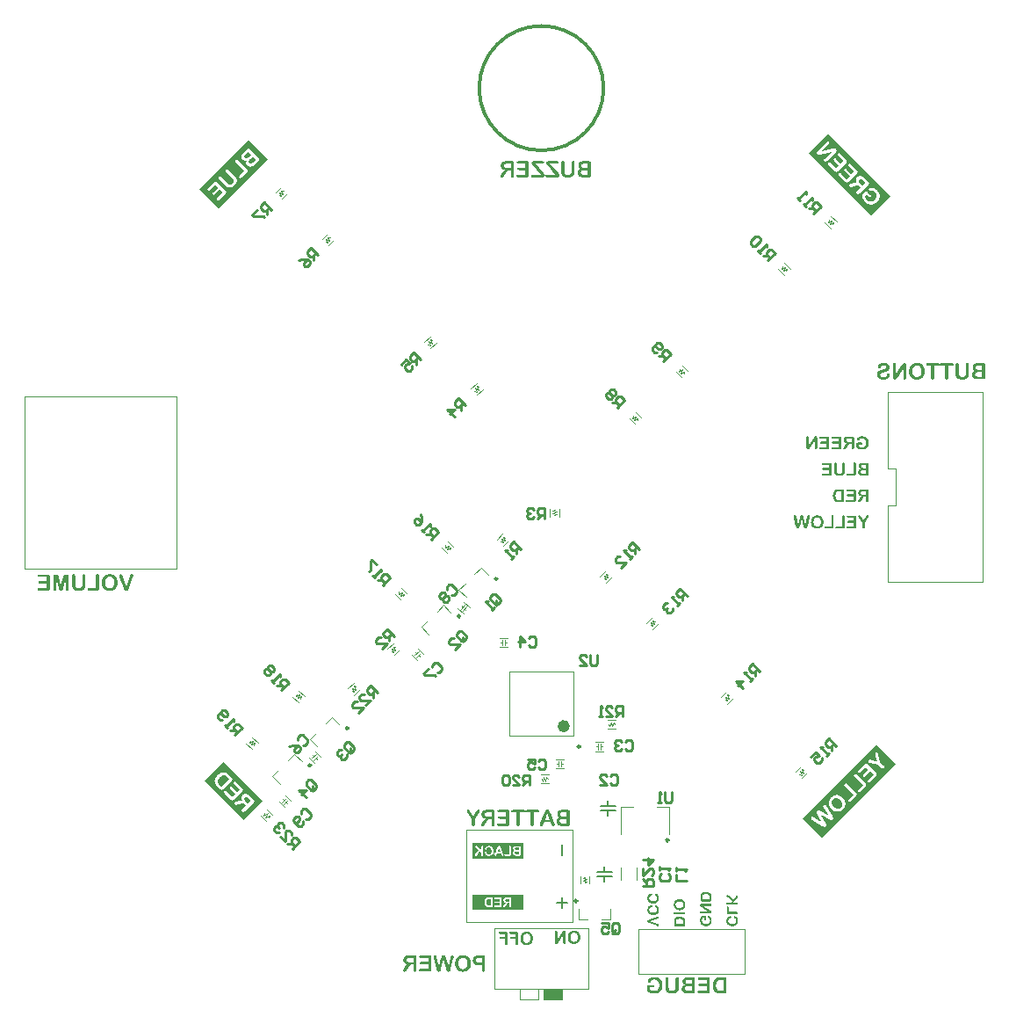
<source format=gbr>
%TF.GenerationSoftware,Altium Limited,Altium Designer,20.1.8 (145)*%
G04 Layer_Color=15790320*
%FSLAX45Y45*%
%MOMM*%
%TF.SameCoordinates,5961E689-EF10-4C47-967A-3E799B42680D*%
%TF.FilePolarity,Positive*%
%TF.FileFunction,Legend,Bot*%
%TF.Part,Single*%
G01*
G75*
%TA.AperFunction,NonConductor*%
%ADD43C,0.25000*%
%ADD44C,0.60000*%
%ADD45C,0.30480*%
%ADD46C,0.10160*%
%ADD47C,0.15240*%
%ADD48C,0.20320*%
%ADD49C,0.25400*%
%ADD50R,1.77800X1.01600*%
G36*
X2646192Y447131D02*
X2647858Y446946D01*
X2649154Y446576D01*
X2650451Y446205D01*
X2651376Y445650D01*
X2652117Y445280D01*
X2652673Y445094D01*
X2652858Y444909D01*
X2654154Y443983D01*
X2655265Y442872D01*
X2656191Y441947D01*
X2656746Y440836D01*
X2657302Y439910D01*
X2657672Y439354D01*
X2658042Y438799D01*
Y438614D01*
X2658413Y437132D01*
X2658783Y435651D01*
X2659153Y432503D01*
X2659339Y431207D01*
Y430096D01*
Y429355D01*
Y429170D01*
Y333810D01*
X2659153Y331402D01*
X2658783Y329180D01*
X2658413Y327329D01*
X2657672Y325847D01*
X2657117Y324551D01*
X2656746Y323811D01*
X2656376Y323255D01*
X2656191Y323070D01*
X2654895Y321959D01*
X2653598Y321033D01*
X2652117Y320478D01*
X2650821Y319922D01*
X2649525Y319737D01*
X2648599Y319552D01*
X2647673D01*
X2645821Y319737D01*
X2644155Y320107D01*
X2642674Y320663D01*
X2641377Y321403D01*
X2640452Y321959D01*
X2639711Y322514D01*
X2639341Y322885D01*
X2639156Y323070D01*
X2638045Y324551D01*
X2637304Y326403D01*
X2636563Y328069D01*
X2636193Y329921D01*
X2636008Y331402D01*
X2635823Y332699D01*
Y333439D01*
Y333810D01*
Y406209D01*
X2588976Y334180D01*
X2587494Y331958D01*
X2586198Y330291D01*
X2585643Y329551D01*
X2585272Y328995D01*
X2584902Y328625D01*
Y328440D01*
X2583421Y326588D01*
X2581939Y324922D01*
X2581013Y323996D01*
X2580828Y323811D01*
X2580643Y323625D01*
X2578791Y322329D01*
X2577125Y321403D01*
X2576384Y321033D01*
X2576014Y320848D01*
X2575644Y320663D01*
X2575458D01*
X2573236Y320107D01*
X2571385Y319737D01*
X2570459Y319552D01*
X2569348D01*
X2566941Y319737D01*
X2564904Y320292D01*
X2563052Y321033D01*
X2561571Y322144D01*
X2560275Y323255D01*
X2559164Y324736D01*
X2558238Y326033D01*
X2557497Y327699D01*
X2556571Y330662D01*
X2556201Y331958D01*
X2556016Y333069D01*
X2555831Y334180D01*
Y334921D01*
Y335476D01*
Y335661D01*
Y432873D01*
X2556016Y435466D01*
X2556386Y437688D01*
X2556757Y439539D01*
X2557312Y441021D01*
X2558053Y442132D01*
X2558423Y442872D01*
X2558793Y443428D01*
X2558979Y443613D01*
X2560275Y444909D01*
X2561571Y445835D01*
X2563052Y446391D01*
X2564348Y446946D01*
X2565645Y447131D01*
X2566570Y447316D01*
X2567496D01*
X2569348Y447131D01*
X2571014Y446761D01*
X2572496Y446205D01*
X2573607Y445465D01*
X2574533Y444724D01*
X2575273Y444169D01*
X2575644Y443798D01*
X2575829Y443613D01*
X2576755Y442132D01*
X2577495Y440465D01*
X2578051Y438614D01*
X2578421Y436947D01*
X2578606Y435281D01*
X2578791Y433984D01*
Y433244D01*
Y432873D01*
Y359548D01*
X2627120Y432318D01*
X2628601Y434540D01*
X2629897Y436577D01*
X2630268Y437317D01*
X2630638Y437873D01*
X2631008Y438243D01*
Y438428D01*
X2632304Y440465D01*
X2633601Y441947D01*
X2634341Y442872D01*
X2634712Y443243D01*
X2636193Y444539D01*
X2637489Y445465D01*
X2638600Y446020D01*
X2638785Y446205D01*
X2638970D01*
X2640822Y446946D01*
X2642674Y447131D01*
X2643599Y447316D01*
X2644710D01*
X2646192Y447131D01*
D02*
G37*
G36*
X3097441D02*
X3102626Y446576D01*
X3107255Y445835D01*
X3111144Y445094D01*
X3112995Y444724D01*
X3114477Y444354D01*
X3115773Y443983D01*
X3117069Y443613D01*
X3117810Y443243D01*
X3118550Y443058D01*
X3118921Y442872D01*
X3119106D01*
X3123365Y441021D01*
X3127253Y438984D01*
X3130771Y436947D01*
X3133549Y434910D01*
X3135956Y433059D01*
X3137808Y431392D01*
X3138919Y430466D01*
X3139104Y430281D01*
X3139289Y430096D01*
X3142252Y426763D01*
X3144844Y423430D01*
X3146881Y419912D01*
X3148732Y416764D01*
X3150028Y413986D01*
X3150584Y412690D01*
X3151139Y411764D01*
X3151510Y410839D01*
X3151695Y410283D01*
X3151880Y409913D01*
Y409728D01*
X3153361Y405099D01*
X3154287Y400469D01*
X3155028Y396211D01*
X3155583Y392137D01*
X3155769Y390285D01*
X3155954Y388619D01*
Y387137D01*
X3156139Y385841D01*
Y384915D01*
Y383990D01*
Y383619D01*
Y383434D01*
X3155954Y378064D01*
X3155398Y373065D01*
X3154843Y368436D01*
X3153917Y364547D01*
X3153547Y362881D01*
X3153176Y361399D01*
X3152806Y359918D01*
X3152621Y358807D01*
X3152250Y357881D01*
X3152065Y357326D01*
X3151880Y356955D01*
Y356770D01*
X3150028Y352511D01*
X3147992Y348623D01*
X3145955Y345105D01*
X3143733Y342327D01*
X3141881Y339920D01*
X3140400Y338068D01*
X3139474Y336957D01*
X3139104Y336772D01*
Y336587D01*
X3135771Y333624D01*
X3132438Y331032D01*
X3129105Y328810D01*
X3125957Y327144D01*
X3123179Y325662D01*
X3122068Y325107D01*
X3121143Y324551D01*
X3120217Y324366D01*
X3119661Y323996D01*
X3119291Y323811D01*
X3119106D01*
X3114662Y322329D01*
X3110218Y321403D01*
X3105774Y320663D01*
X3101700Y320107D01*
X3100034Y319922D01*
X3098367Y319737D01*
X3096886D01*
X3095590Y319552D01*
X3093183D01*
X3088739Y319737D01*
X3084480Y319922D01*
X3080591Y320478D01*
X3077258Y321033D01*
X3074481Y321403D01*
X3073370Y321774D01*
X3072444Y321959D01*
X3071703Y322144D01*
X3071148D01*
X3070777Y322329D01*
X3070592D01*
X3066704Y323440D01*
X3062815Y324922D01*
X3059112Y326403D01*
X3055779Y327884D01*
X3053002Y329180D01*
X3051891Y329736D01*
X3050780Y330291D01*
X3050039Y330662D01*
X3049483Y331032D01*
X3049113Y331217D01*
X3048928D01*
X3046336Y332699D01*
X3044299Y334180D01*
X3043558Y334735D01*
X3043003Y335106D01*
X3042817Y335291D01*
X3042632Y335476D01*
X3041151Y337143D01*
X3040040Y338809D01*
X3039484Y340105D01*
X3039299Y340290D01*
Y340476D01*
X3038559Y342883D01*
X3038373Y345475D01*
X3038188Y346401D01*
Y347327D01*
Y347882D01*
Y348067D01*
Y371769D01*
X3038373Y373991D01*
X3038559Y375842D01*
X3038929Y377509D01*
X3039299Y378805D01*
X3039855Y379916D01*
X3040225Y380657D01*
X3040410Y381027D01*
X3040595Y381212D01*
X3041521Y382323D01*
X3042447Y383249D01*
X3043373Y383990D01*
X3044299Y384545D01*
X3045225Y385101D01*
X3045965Y385286D01*
X3046336Y385471D01*
X3046521D01*
X3049298Y386026D01*
X3052261Y386212D01*
X3053372Y386397D01*
X3083739D01*
X3085591Y386212D01*
X3087072Y386026D01*
X3088553Y385471D01*
X3089664Y385101D01*
X3090590Y384545D01*
X3091331Y383990D01*
X3091701Y383804D01*
X3091886Y383619D01*
X3092812Y382508D01*
X3093553Y381397D01*
X3094108Y380286D01*
X3094479Y379175D01*
X3094664Y378249D01*
X3094849Y377509D01*
Y376953D01*
Y376768D01*
X3094664Y375102D01*
X3094294Y373620D01*
X3093738Y372324D01*
X3092997Y371398D01*
X3092442Y370658D01*
X3091886Y370102D01*
X3091516Y369917D01*
X3091331Y369732D01*
X3089850Y368991D01*
X3087998Y368621D01*
X3084480Y367880D01*
X3082998D01*
X3081702Y367695D01*
X3061149D01*
Y347697D01*
X3064111Y346216D01*
X3066889Y344920D01*
X3069481Y343809D01*
X3071888Y342883D01*
X3073925Y342142D01*
X3075407Y341587D01*
X3076332Y341401D01*
X3076703Y341216D01*
X3079665Y340476D01*
X3082443Y339920D01*
X3085220Y339550D01*
X3087628Y339365D01*
X3089850Y339179D01*
X3091516Y338994D01*
X3092997D01*
X3096330Y339179D01*
X3099293Y339550D01*
X3102256Y340105D01*
X3104848Y340846D01*
X3107440Y341772D01*
X3109662Y342698D01*
X3111884Y343809D01*
X3113736Y344920D01*
X3115402Y345845D01*
X3116884Y346956D01*
X3117995Y347882D01*
X3119106Y348808D01*
X3119846Y349549D01*
X3120402Y350104D01*
X3120772Y350475D01*
X3120957Y350660D01*
X3122624Y352882D01*
X3124105Y355474D01*
X3125587Y358066D01*
X3126698Y360844D01*
X3128364Y366399D01*
X3129475Y371769D01*
X3130031Y374176D01*
X3130216Y376583D01*
X3130401Y378620D01*
X3130586Y380471D01*
X3130771Y381953D01*
Y383064D01*
Y383804D01*
Y383990D01*
X3130586Y387693D01*
X3130401Y391211D01*
X3130031Y394359D01*
X3129475Y396951D01*
X3129105Y399173D01*
X3128734Y400840D01*
X3128549Y401951D01*
X3128364Y402321D01*
X3127253Y405284D01*
X3126142Y408061D01*
X3124846Y410468D01*
X3123735Y412320D01*
X3122624Y413986D01*
X3121698Y415283D01*
X3121143Y416023D01*
X3120957Y416208D01*
X3119106Y418245D01*
X3117069Y419912D01*
X3115032Y421578D01*
X3113180Y422689D01*
X3111699Y423615D01*
X3110403Y424356D01*
X3109662Y424726D01*
X3109292Y424911D01*
X3106700Y426022D01*
X3103922Y426763D01*
X3101330Y427318D01*
X3098923Y427689D01*
X3096886Y427874D01*
X3095219Y428059D01*
X3093738D01*
X3090775Y427874D01*
X3087998Y427689D01*
X3085591Y427318D01*
X3083554Y426763D01*
X3082073Y426207D01*
X3080776Y425837D01*
X3080036Y425652D01*
X3079851Y425467D01*
X3077814Y424541D01*
X3076147Y423430D01*
X3074666Y422319D01*
X3073370Y421393D01*
X3072444Y420467D01*
X3071703Y419727D01*
X3071333Y419356D01*
X3071148Y419171D01*
X3069852Y417690D01*
X3068555Y415838D01*
X3066148Y412320D01*
X3065037Y410653D01*
X3064111Y409357D01*
X3063556Y408431D01*
X3063371Y408061D01*
X3062075Y406580D01*
X3060778Y405469D01*
X3059667Y404728D01*
X3059482Y404543D01*
X3059297D01*
X3057445Y403802D01*
X3055594Y403432D01*
X3054853Y403247D01*
X3053927D01*
X3052261Y403432D01*
X3050594Y403802D01*
X3049113Y404358D01*
X3048002Y404913D01*
X3046891Y405469D01*
X3046150Y406024D01*
X3045780Y406395D01*
X3045595Y406580D01*
X3044484Y407876D01*
X3043558Y409357D01*
X3043003Y410653D01*
X3042447Y411950D01*
X3042262Y413061D01*
X3042077Y413986D01*
Y414542D01*
Y414727D01*
X3042262Y416394D01*
X3042632Y418060D01*
X3043003Y419727D01*
X3043558Y421393D01*
X3044299Y422689D01*
X3044669Y423800D01*
X3045039Y424541D01*
X3045225Y424726D01*
X3046521Y426763D01*
X3047817Y428800D01*
X3049298Y430651D01*
X3050780Y432318D01*
X3052076Y433614D01*
X3053187Y434540D01*
X3053927Y435281D01*
X3054113Y435466D01*
X3056520Y437317D01*
X3059112Y438799D01*
X3061704Y440280D01*
X3064111Y441576D01*
X3066333Y442502D01*
X3068000Y443243D01*
X3068741Y443428D01*
X3069296Y443613D01*
X3069481Y443798D01*
X3069666D01*
X3073370Y444909D01*
X3077258Y445835D01*
X3080962Y446391D01*
X3084295Y446946D01*
X3087442Y447131D01*
X3088739D01*
X3089850Y447316D01*
X3091886D01*
X3097441Y447131D01*
D02*
G37*
G36*
X2878390Y445094D02*
X2879871Y444724D01*
X2881167Y444539D01*
X2882093Y444169D01*
X2883019Y443798D01*
X2883389Y443613D01*
X2883575D01*
X2884686Y443058D01*
X2885797Y442132D01*
X2887278Y440650D01*
X2887833Y439725D01*
X2888204Y439169D01*
X2888574Y438799D01*
Y438614D01*
X2889130Y437317D01*
X2889500Y435836D01*
X2889870Y433059D01*
X2890055Y431762D01*
Y430837D01*
Y430096D01*
Y429911D01*
Y336772D01*
X2889870Y333995D01*
X2889500Y331588D01*
X2888944Y329551D01*
X2888204Y327884D01*
X2887648Y326773D01*
X2887093Y325847D01*
X2886722Y325292D01*
X2886537Y325107D01*
X2885056Y323996D01*
X2883204Y323070D01*
X2881353Y322514D01*
X2879316Y321959D01*
X2877649Y321774D01*
X2876168Y321589D01*
X2806731D01*
X2804694Y321774D01*
X2802842Y321959D01*
X2801361Y322329D01*
X2800065Y322885D01*
X2799139Y323440D01*
X2798398Y323811D01*
X2798028Y323996D01*
X2797843Y324181D01*
X2796917Y325292D01*
X2796176Y326403D01*
X2795621Y327699D01*
X2795250Y328810D01*
X2795065Y329921D01*
X2794880Y330662D01*
Y331217D01*
Y331402D01*
X2795065Y333069D01*
X2795250Y334365D01*
X2795806Y335661D01*
X2796361Y336772D01*
X2796917Y337513D01*
X2797287Y338068D01*
X2797658Y338439D01*
X2797843Y338624D01*
X2799139Y339550D01*
X2800435Y340290D01*
X2801916Y340661D01*
X2803398Y341031D01*
X2804694Y341216D01*
X2805805Y341401D01*
X2865058D01*
Y376768D01*
X2813212D01*
X2811175Y376953D01*
X2809323Y377138D01*
X2807842Y377509D01*
X2806546Y378064D01*
X2805620Y378620D01*
X2805064Y378990D01*
X2804694Y379175D01*
X2804509Y379360D01*
X2803583Y380471D01*
X2802842Y381582D01*
X2802472Y382693D01*
X2802102Y383804D01*
X2801916Y384730D01*
X2801731Y385471D01*
Y386026D01*
Y386212D01*
X2801916Y387693D01*
X2802102Y389174D01*
X2802657Y390285D01*
X2803213Y391211D01*
X2803768Y391952D01*
X2804138Y392507D01*
X2804509Y392878D01*
X2804694Y393063D01*
X2805805Y393989D01*
X2807101Y394544D01*
X2810064Y395285D01*
X2811175Y395470D01*
X2812286Y395655D01*
X2865058D01*
Y426022D01*
X2808768D01*
X2806546Y426207D01*
X2804879Y426393D01*
X2803213Y426763D01*
X2802102Y427318D01*
X2800991Y427874D01*
X2800435Y428244D01*
X2800065Y428429D01*
X2799880Y428615D01*
X2798954Y429726D01*
X2798213Y430837D01*
X2797658Y431948D01*
X2797287Y433059D01*
X2797102Y434170D01*
X2796917Y434910D01*
Y435466D01*
Y435651D01*
X2797102Y437132D01*
X2797287Y438614D01*
X2797843Y439725D01*
X2798398Y440650D01*
X2798954Y441391D01*
X2799324Y441947D01*
X2799694Y442317D01*
X2799880Y442502D01*
X2800991Y443428D01*
X2802472Y444169D01*
X2803953Y444539D01*
X2805435Y444909D01*
X2806731Y445094D01*
X2807842Y445280D01*
X2876723D01*
X2878390Y445094D01*
D02*
G37*
G36*
X2763217D02*
X2764698Y444724D01*
X2765994Y444539D01*
X2766920Y444169D01*
X2767846Y443798D01*
X2768216Y443613D01*
X2768401D01*
X2769512Y443058D01*
X2770623Y442132D01*
X2772105Y440650D01*
X2772660Y439725D01*
X2773031Y439169D01*
X2773401Y438799D01*
Y438614D01*
X2773956Y437317D01*
X2774327Y435836D01*
X2774697Y433059D01*
X2774882Y431762D01*
Y430837D01*
Y430096D01*
Y429911D01*
Y336772D01*
X2774697Y333995D01*
X2774327Y331588D01*
X2773771Y329551D01*
X2773031Y327884D01*
X2772475Y326773D01*
X2771920Y325847D01*
X2771549Y325292D01*
X2771364Y325107D01*
X2769883Y323996D01*
X2768031Y323070D01*
X2766179Y322514D01*
X2764143Y321959D01*
X2762476Y321774D01*
X2760995Y321589D01*
X2691557D01*
X2689521Y321774D01*
X2687669Y321959D01*
X2686188Y322329D01*
X2684892Y322885D01*
X2683966Y323440D01*
X2683225Y323811D01*
X2682855Y323996D01*
X2682670Y324181D01*
X2681744Y325292D01*
X2681003Y326403D01*
X2680448Y327699D01*
X2680077Y328810D01*
X2679892Y329921D01*
X2679707Y330662D01*
Y331217D01*
Y331402D01*
X2679892Y333069D01*
X2680077Y334365D01*
X2680633Y335661D01*
X2681188Y336772D01*
X2681744Y337513D01*
X2682114Y338068D01*
X2682484Y338439D01*
X2682670Y338624D01*
X2683966Y339550D01*
X2685262Y340290D01*
X2686743Y340661D01*
X2688224Y341031D01*
X2689521Y341216D01*
X2690632Y341401D01*
X2749885D01*
Y376768D01*
X2698038D01*
X2696001Y376953D01*
X2694150Y377138D01*
X2692668Y377509D01*
X2691372Y378064D01*
X2690446Y378620D01*
X2689891Y378990D01*
X2689521Y379175D01*
X2689335Y379360D01*
X2688410Y380471D01*
X2687669Y381582D01*
X2687299Y382693D01*
X2686928Y383804D01*
X2686743Y384730D01*
X2686558Y385471D01*
Y386026D01*
Y386212D01*
X2686743Y387693D01*
X2686928Y389174D01*
X2687484Y390285D01*
X2688039Y391211D01*
X2688595Y391952D01*
X2688965Y392507D01*
X2689335Y392878D01*
X2689521Y393063D01*
X2690632Y393989D01*
X2691928Y394544D01*
X2694890Y395285D01*
X2696001Y395470D01*
X2697112Y395655D01*
X2749885D01*
Y426022D01*
X2693594D01*
X2691372Y426207D01*
X2689706Y426393D01*
X2688039Y426763D01*
X2686928Y427318D01*
X2685817Y427874D01*
X2685262Y428244D01*
X2684892Y428429D01*
X2684706Y428615D01*
X2683781Y429726D01*
X2683040Y430837D01*
X2682484Y431948D01*
X2682114Y433059D01*
X2681929Y434170D01*
X2681744Y434910D01*
Y435466D01*
Y435651D01*
X2681929Y437132D01*
X2682114Y438614D01*
X2682670Y439725D01*
X2683225Y440650D01*
X2683781Y441391D01*
X2684151Y441947D01*
X2684521Y442317D01*
X2684706Y442502D01*
X2685817Y443428D01*
X2687299Y444169D01*
X2688780Y444539D01*
X2690261Y444909D01*
X2691557Y445094D01*
X2692668Y445280D01*
X2761550D01*
X2763217Y445094D01*
D02*
G37*
G36*
X3002081D02*
X3004488Y444724D01*
X3006525Y444169D01*
X3008191Y443428D01*
X3009302Y442687D01*
X3010228Y442132D01*
X3010784Y441761D01*
X3010969Y441576D01*
X3012080Y440095D01*
X3013006Y438243D01*
X3013561Y436206D01*
X3014117Y434355D01*
X3014302Y432688D01*
X3014487Y431207D01*
Y430281D01*
Y430096D01*
Y429911D01*
Y334735D01*
X3014302Y332143D01*
X3013931Y329736D01*
X3013561Y327699D01*
X3012820Y326218D01*
X3012265Y324922D01*
X3011895Y323996D01*
X3011524Y323440D01*
X3011339Y323255D01*
X3010043Y321959D01*
X3008562Y321033D01*
X3006895Y320478D01*
X3005414Y320107D01*
X3004118Y319737D01*
X3003007Y319552D01*
X3002081D01*
X3000044Y319737D01*
X2998378Y320107D01*
X2996711Y320663D01*
X2995415Y321403D01*
X2994489Y322144D01*
X2993563Y322700D01*
X2993193Y323070D01*
X2993008Y323255D01*
X2991897Y324736D01*
X2990971Y326588D01*
X2990415Y328440D01*
X2989860Y330477D01*
X2989675Y332143D01*
X2989490Y333439D01*
Y334365D01*
Y334735D01*
Y374546D01*
X2978380D01*
X2976343Y374176D01*
X2974306Y373991D01*
X2972825Y373620D01*
X2971528Y373250D01*
X2970603Y373065D01*
X2970047Y372694D01*
X2969862D01*
X2968195Y371954D01*
X2966529Y370843D01*
X2965233Y369732D01*
X2963752Y368621D01*
X2962826Y367695D01*
X2961900Y366769D01*
X2961344Y366214D01*
X2961159Y366028D01*
X2959493Y363992D01*
X2957826Y361770D01*
X2956160Y359548D01*
X2954493Y357326D01*
X2953197Y355289D01*
X2952271Y353622D01*
X2951531Y352511D01*
X2951345Y352326D01*
Y352141D01*
X2941346Y335476D01*
X2940050Y333439D01*
X2938939Y331588D01*
X2938013Y329921D01*
X2937273Y328810D01*
X2936532Y327699D01*
X2936162Y326958D01*
X2935791Y326588D01*
Y326403D01*
X2934125Y324366D01*
X2932644Y322885D01*
X2931347Y321959D01*
X2931162Y321589D01*
X2930977D01*
X2929866Y320848D01*
X2928570Y320478D01*
X2926163Y319737D01*
X2925237D01*
X2924496Y319552D01*
X2923756D01*
X2921348Y319737D01*
X2919312Y320292D01*
X2918571Y320663D01*
X2918015Y320848D01*
X2917830Y321033D01*
X2917645D01*
X2915794Y322144D01*
X2914497Y323440D01*
X2913572Y324366D01*
X2913386Y324551D01*
Y324736D01*
X2912461Y326588D01*
X2911905Y328069D01*
X2911720Y329180D01*
Y329366D01*
Y329551D01*
X2911905Y330477D01*
X2912090Y331773D01*
X2913016Y334735D01*
X2913572Y336032D01*
X2913942Y337143D01*
X2914127Y337883D01*
X2914312Y338068D01*
X2915423Y340476D01*
X2916534Y342883D01*
X2917830Y345290D01*
X2918941Y347512D01*
X2920052Y349364D01*
X2920978Y350845D01*
X2921534Y351771D01*
X2921719Y352141D01*
X2923570Y355104D01*
X2925422Y357881D01*
X2927274Y360288D01*
X2928940Y362510D01*
X2930422Y364362D01*
X2931533Y365843D01*
X2932273Y366584D01*
X2932644Y366954D01*
X2934866Y369361D01*
X2937088Y371398D01*
X2939310Y373250D01*
X2941161Y374731D01*
X2942828Y375842D01*
X2944124Y376583D01*
X2944865Y377138D01*
X2945235Y377324D01*
X2942457Y378064D01*
X2939680Y378805D01*
X2937273Y379731D01*
X2934866Y380657D01*
X2932829Y381582D01*
X2930792Y382508D01*
X2927644Y384545D01*
X2925052Y386212D01*
X2923200Y387693D01*
X2922089Y388619D01*
X2921719Y388989D01*
X2920237Y390656D01*
X2919126Y392322D01*
X2917090Y396025D01*
X2915608Y399729D01*
X2914683Y403247D01*
X2914127Y406395D01*
X2913942Y407691D01*
Y408987D01*
X2913757Y409913D01*
Y410653D01*
Y411024D01*
Y411209D01*
X2913942Y413801D01*
X2914127Y416023D01*
X2914497Y418245D01*
X2914868Y420097D01*
X2915423Y421763D01*
X2915794Y422874D01*
X2915979Y423800D01*
X2916164Y423985D01*
X2917090Y426207D01*
X2918201Y428244D01*
X2919312Y430096D01*
X2920423Y431577D01*
X2921534Y432873D01*
X2922274Y433799D01*
X2922830Y434355D01*
X2923015Y434540D01*
X2924681Y436206D01*
X2926533Y437688D01*
X2928200Y438799D01*
X2929681Y439725D01*
X2931162Y440650D01*
X2932273Y441206D01*
X2933014Y441391D01*
X2933199Y441576D01*
X2936902Y443058D01*
X2938754Y443428D01*
X2940421Y443983D01*
X2941902Y444169D01*
X2943013Y444354D01*
X2943754Y444539D01*
X2944124D01*
X2946346Y444724D01*
X2948753Y444909D01*
X2951160Y445094D01*
X2953382Y445280D01*
X2999303D01*
X3002081Y445094D01*
D02*
G37*
G36*
X2916905Y193131D02*
X2918571Y192761D01*
X2920052Y192020D01*
X2921348Y191465D01*
X2922459Y190724D01*
X2923200Y189983D01*
X2923570Y189613D01*
X2923756Y189428D01*
X2924867Y187947D01*
X2925607Y186095D01*
X2926348Y184243D01*
X2926718Y182392D01*
X2926903Y180725D01*
X2927089Y179429D01*
Y178503D01*
Y178133D01*
Y118694D01*
X2926903Y113695D01*
X2926533Y109066D01*
X2926163Y104807D01*
X2925607Y101289D01*
X2925052Y98326D01*
X2924867Y97215D01*
X2924496Y96289D01*
X2924311Y95549D01*
Y94993D01*
X2924126Y94623D01*
Y94438D01*
X2922830Y90920D01*
X2921348Y87587D01*
X2919867Y84809D01*
X2918201Y82402D01*
X2916905Y80550D01*
X2915794Y79069D01*
X2915053Y78328D01*
X2914683Y77958D01*
X2912090Y75736D01*
X2909313Y73884D01*
X2906535Y72218D01*
X2903943Y70922D01*
X2901536Y69811D01*
X2899684Y69070D01*
X2898943Y68885D01*
X2898388Y68700D01*
X2898203Y68514D01*
X2898018D01*
X2893944Y67589D01*
X2889870Y66848D01*
X2885611Y66292D01*
X2881723Y65922D01*
X2878390Y65737D01*
X2877094D01*
X2875798Y65552D01*
X2873390D01*
X2868947Y65737D01*
X2865058Y65922D01*
X2861540Y66478D01*
X2858392Y67033D01*
X2855985Y67403D01*
X2853948Y67959D01*
X2853393Y68144D01*
X2852837D01*
X2852652Y68329D01*
X2852467D01*
X2849319Y69440D01*
X2846171Y70922D01*
X2843579Y72403D01*
X2841172Y73884D01*
X2839320Y75180D01*
X2837839Y76291D01*
X2837098Y77217D01*
X2836728Y77402D01*
X2833950Y80180D01*
X2831728Y83143D01*
X2829876Y85920D01*
X2828580Y88512D01*
X2827469Y90920D01*
X2826729Y92586D01*
X2826543Y93327D01*
X2826358Y93882D01*
X2826173Y94067D01*
Y94253D01*
X2825247Y98141D01*
X2824507Y102215D01*
X2823951Y106288D01*
X2823581Y110177D01*
X2823396Y113510D01*
X2823211Y114991D01*
Y116287D01*
Y117213D01*
Y118139D01*
Y118509D01*
Y118694D01*
Y178133D01*
X2823396Y180725D01*
X2823766Y183132D01*
X2824322Y184984D01*
X2824877Y186650D01*
X2825618Y187947D01*
X2826173Y188687D01*
X2826543Y189243D01*
X2826729Y189428D01*
X2828210Y190724D01*
X2829691Y191650D01*
X2831173Y192391D01*
X2832654Y192761D01*
X2833950Y193131D01*
X2835061Y193316D01*
X2835987D01*
X2838024Y193131D01*
X2839690Y192761D01*
X2841172Y192020D01*
X2842468Y191465D01*
X2843579Y190724D01*
X2844319Y189983D01*
X2844690Y189613D01*
X2844875Y189428D01*
X2845986Y187947D01*
X2846727Y186095D01*
X2847467Y184243D01*
X2847838Y182392D01*
X2848023Y180725D01*
X2848208Y179429D01*
Y178503D01*
Y178133D01*
Y116658D01*
Y113880D01*
X2848393Y111103D01*
X2848763Y108695D01*
X2849134Y106288D01*
X2849689Y104252D01*
X2850060Y102215D01*
X2851171Y99067D01*
X2852467Y96475D01*
X2853393Y94623D01*
X2854133Y93512D01*
X2854318Y93142D01*
X2855615Y91845D01*
X2856911Y90549D01*
X2860059Y88698D01*
X2863577Y87216D01*
X2866910Y86290D01*
X2870058Y85735D01*
X2871539Y85550D01*
X2872650D01*
X2873576Y85365D01*
X2875057D01*
X2878760Y85550D01*
X2882093Y85920D01*
X2885056Y86476D01*
X2887463Y87216D01*
X2889315Y87957D01*
X2890611Y88512D01*
X2891352Y88883D01*
X2891722Y89068D01*
X2893759Y90734D01*
X2895425Y92401D01*
X2896907Y94253D01*
X2898018Y95919D01*
X2898758Y97400D01*
X2899314Y98697D01*
X2899684Y99437D01*
X2899869Y99808D01*
X2900610Y102585D01*
X2901165Y105548D01*
X2901536Y108325D01*
X2901721Y111103D01*
X2901906Y113510D01*
X2902091Y115547D01*
Y116287D01*
Y116843D01*
Y117028D01*
Y117213D01*
Y178133D01*
X2902276Y180725D01*
X2902647Y183132D01*
X2903202Y184984D01*
X2903758Y186650D01*
X2904498Y187947D01*
X2905054Y188687D01*
X2905424Y189243D01*
X2905609Y189428D01*
X2906906Y190724D01*
X2908387Y191650D01*
X2910053Y192391D01*
X2911535Y192761D01*
X2912831Y193131D01*
X2913942Y193316D01*
X2914868D01*
X2916905Y193131D01*
D02*
G37*
G36*
X3143733Y191094D02*
X3146140Y190724D01*
X3148177Y190169D01*
X3149843Y189428D01*
X3151139Y188687D01*
X3151880Y188132D01*
X3152436Y187761D01*
X3152621Y187576D01*
X3153732Y186095D01*
X3154658Y184243D01*
X3155213Y182392D01*
X3155769Y180355D01*
X3155954Y178688D01*
X3156139Y177207D01*
Y176281D01*
Y176096D01*
Y175911D01*
Y82772D01*
X3155954Y79995D01*
X3155583Y77588D01*
X3155028Y75551D01*
X3154472Y73884D01*
X3153917Y72773D01*
X3153361Y71847D01*
X3152991Y71292D01*
X3152806Y71107D01*
X3151325Y69996D01*
X3149473Y69070D01*
X3147436Y68514D01*
X3145585Y67959D01*
X3143733Y67774D01*
X3142252Y67589D01*
X3099663D01*
X3096330Y67774D01*
X3093553Y67959D01*
X3090961Y68144D01*
X3088924D01*
X3087442Y68329D01*
X3086517Y68514D01*
X3086146D01*
X3083369Y68885D01*
X3080962Y69440D01*
X3078740Y69996D01*
X3076888Y70551D01*
X3075407Y71107D01*
X3074110Y71477D01*
X3073370Y71662D01*
X3073185Y71847D01*
X3070037Y73514D01*
X3067074Y75366D01*
X3064667Y77402D01*
X3062630Y79439D01*
X3060964Y81291D01*
X3059667Y82772D01*
X3058927Y83698D01*
X3058742Y84068D01*
X3056890Y87216D01*
X3055594Y90549D01*
X3054668Y93697D01*
X3054113Y96475D01*
X3053557Y99067D01*
X3053372Y101104D01*
Y101844D01*
Y102400D01*
Y102585D01*
Y102770D01*
X3053557Y106844D01*
X3054483Y110547D01*
X3055594Y113880D01*
X3057260Y117028D01*
X3059112Y119620D01*
X3061149Y122213D01*
X3063371Y124435D01*
X3065593Y126286D01*
X3067815Y127953D01*
X3070037Y129249D01*
X3072074Y130545D01*
X3073925Y131471D01*
X3075592Y132026D01*
X3076703Y132582D01*
X3077443Y132952D01*
X3077814D01*
X3074481Y134619D01*
X3071703Y136656D01*
X3069296Y138692D01*
X3067074Y140914D01*
X3065222Y143136D01*
X3063741Y145358D01*
X3062630Y147580D01*
X3061519Y149802D01*
X3060778Y151839D01*
X3060223Y153876D01*
X3059853Y155542D01*
X3059667Y157209D01*
X3059482Y158320D01*
X3059297Y159431D01*
Y159986D01*
Y160172D01*
X3059667Y164060D01*
X3059853Y165727D01*
X3060223Y167208D01*
X3060593Y168504D01*
X3060778Y169615D01*
X3061149Y170171D01*
Y170356D01*
X3062630Y173874D01*
X3063371Y175355D01*
X3064297Y176651D01*
X3065037Y177762D01*
X3065593Y178503D01*
X3065963Y179059D01*
X3066148Y179244D01*
X3068741Y182021D01*
X3070037Y183132D01*
X3071333Y184058D01*
X3072259Y184799D01*
X3073185Y185539D01*
X3073740Y185725D01*
X3073925Y185910D01*
X3075962Y187021D01*
X3077999Y187947D01*
X3079851Y188687D01*
X3081702Y189243D01*
X3083184Y189613D01*
X3084480Y189983D01*
X3085220Y190169D01*
X3085591D01*
X3088183Y190539D01*
X3090775Y190909D01*
X3093368Y191094D01*
X3095775D01*
X3097812Y191280D01*
X3140955D01*
X3143733Y191094D01*
D02*
G37*
G36*
X3022079Y193131D02*
X3023745Y192761D01*
X3025227Y192020D01*
X3026523Y191465D01*
X3027634Y190724D01*
X3028374Y189983D01*
X3028745Y189613D01*
X3028930Y189428D01*
X3030041Y187947D01*
X3030782Y186095D01*
X3031522Y184243D01*
X3031893Y182392D01*
X3032078Y180725D01*
X3032263Y179429D01*
Y178503D01*
Y178133D01*
Y82772D01*
X3032078Y79995D01*
X3031707Y77588D01*
X3031152Y75551D01*
X3030411Y73884D01*
X3029856Y72773D01*
X3029300Y71847D01*
X3028930Y71292D01*
X3028745Y71107D01*
X3027263Y69996D01*
X3025412Y69070D01*
X3023560Y68514D01*
X3021523Y67959D01*
X3019857Y67774D01*
X3018375Y67589D01*
X2956530D01*
X2954308Y67774D01*
X2952456Y67959D01*
X2950975Y68514D01*
X2949679Y69070D01*
X2948568Y69440D01*
X2947827Y69996D01*
X2947457Y70181D01*
X2947272Y70366D01*
X2946161Y71477D01*
X2945420Y72773D01*
X2944679Y73884D01*
X2944309Y75180D01*
X2944124Y76106D01*
X2943939Y77032D01*
Y77588D01*
Y77773D01*
X2944124Y79439D01*
X2944494Y80735D01*
X2945050Y82032D01*
X2945605Y83143D01*
X2946161Y84068D01*
X2946716Y84624D01*
X2947087Y84994D01*
X2947272Y85179D01*
X2948568Y86105D01*
X2950049Y86846D01*
X2951531Y87401D01*
X2953012Y87772D01*
X2954493Y87957D01*
X2955604Y88142D01*
X3007266D01*
Y178133D01*
X3007451Y180725D01*
X3007821Y183132D01*
X3008377Y184984D01*
X3008932Y186650D01*
X3009673Y187947D01*
X3010228Y188687D01*
X3010598Y189243D01*
X3010784Y189428D01*
X3012265Y190724D01*
X3013746Y191650D01*
X3015228Y192391D01*
X3016709Y192761D01*
X3018005Y193131D01*
X3019116Y193316D01*
X3020042D01*
X3022079Y193131D01*
D02*
G37*
G36*
X2784326Y191094D02*
X2785807Y190724D01*
X2787103Y190539D01*
X2788029Y190169D01*
X2788955Y189798D01*
X2789325Y189613D01*
X2789510D01*
X2790621Y189058D01*
X2791732Y188132D01*
X2793214Y186650D01*
X2793769Y185725D01*
X2794139Y185169D01*
X2794510Y184799D01*
Y184614D01*
X2795065Y183317D01*
X2795436Y181836D01*
X2795806Y179059D01*
X2795991Y177762D01*
Y176837D01*
Y176096D01*
Y175911D01*
Y82772D01*
X2795806Y79995D01*
X2795436Y77588D01*
X2794880Y75551D01*
X2794139Y73884D01*
X2793584Y72773D01*
X2793028Y71847D01*
X2792658Y71292D01*
X2792473Y71107D01*
X2790992Y69996D01*
X2789140Y69070D01*
X2787288Y68514D01*
X2785251Y67959D01*
X2783585Y67774D01*
X2782104Y67589D01*
X2712666D01*
X2710630Y67774D01*
X2708778Y67959D01*
X2707297Y68329D01*
X2706000Y68885D01*
X2705075Y69440D01*
X2704334Y69811D01*
X2703964Y69996D01*
X2703778Y70181D01*
X2702853Y71292D01*
X2702112Y72403D01*
X2701556Y73699D01*
X2701186Y74810D01*
X2701001Y75921D01*
X2700816Y76662D01*
Y77217D01*
Y77402D01*
X2701001Y79069D01*
X2701186Y80365D01*
X2701742Y81661D01*
X2702297Y82772D01*
X2702853Y83513D01*
X2703223Y84068D01*
X2703593Y84439D01*
X2703778Y84624D01*
X2705075Y85550D01*
X2706371Y86290D01*
X2707852Y86661D01*
X2709333Y87031D01*
X2710630Y87216D01*
X2711741Y87401D01*
X2770994D01*
Y122768D01*
X2719147D01*
X2717110Y122953D01*
X2715259Y123138D01*
X2713777Y123509D01*
X2712481Y124064D01*
X2711555Y124620D01*
X2711000Y124990D01*
X2710630Y125175D01*
X2710444Y125360D01*
X2709519Y126471D01*
X2708778Y127582D01*
X2708408Y128693D01*
X2708037Y129804D01*
X2707852Y130730D01*
X2707667Y131471D01*
Y132026D01*
Y132212D01*
X2707852Y133693D01*
X2708037Y135174D01*
X2708593Y136285D01*
X2709148Y137211D01*
X2709704Y137952D01*
X2710074Y138507D01*
X2710444Y138878D01*
X2710630Y139063D01*
X2711741Y139989D01*
X2713037Y140544D01*
X2715999Y141285D01*
X2717110Y141470D01*
X2718221Y141655D01*
X2770994D01*
Y172022D01*
X2714703D01*
X2712481Y172207D01*
X2710815Y172393D01*
X2709148Y172763D01*
X2708037Y173318D01*
X2706926Y173874D01*
X2706371Y174244D01*
X2706000Y174429D01*
X2705815Y174615D01*
X2704889Y175726D01*
X2704149Y176837D01*
X2703593Y177948D01*
X2703223Y179059D01*
X2703038Y180170D01*
X2702853Y180910D01*
Y181466D01*
Y181651D01*
X2703038Y183132D01*
X2703223Y184614D01*
X2703778Y185725D01*
X2704334Y186650D01*
X2704889Y187391D01*
X2705260Y187947D01*
X2705630Y188317D01*
X2705815Y188502D01*
X2706926Y189428D01*
X2708408Y190169D01*
X2709889Y190539D01*
X2711370Y190909D01*
X2712666Y191094D01*
X2713777Y191280D01*
X2782659D01*
X2784326Y191094D01*
D02*
G37*
G36*
X-175744Y-4115426D02*
X-664944D01*
Y-3971260D01*
X-175744D01*
Y-4115426D01*
D02*
G37*
G36*
Y-3619576D02*
X-664956D01*
Y-3473884D01*
X-175744D01*
Y-3619576D01*
D02*
G37*
G36*
X3146510Y-314869D02*
X3147992Y-315239D01*
X3149473Y-315609D01*
X3150769Y-316165D01*
X3151695Y-316906D01*
X3152436Y-317276D01*
X3152806Y-317646D01*
X3152991Y-317831D01*
X3154102Y-319128D01*
X3154843Y-320239D01*
X3155583Y-321535D01*
X3155954Y-322646D01*
X3156139Y-323757D01*
X3156324Y-324497D01*
Y-325053D01*
Y-325238D01*
X3156139Y-327275D01*
X3155398Y-329312D01*
X3155213Y-330238D01*
X3154843Y-330978D01*
X3154658Y-331349D01*
Y-331534D01*
X3153917Y-333015D01*
X3152991Y-334496D01*
X3151325Y-337829D01*
X3150399Y-339126D01*
X3149658Y-340237D01*
X3149288Y-340977D01*
X3149103Y-341348D01*
X3118735Y-388009D01*
Y-427265D01*
X3118550Y-430042D01*
X3118180Y-432264D01*
X3117624Y-434301D01*
X3117069Y-435967D01*
X3116513Y-437078D01*
X3115958Y-438004D01*
X3115588Y-438560D01*
X3115402Y-438745D01*
X3113921Y-440041D01*
X3112440Y-440967D01*
X3110958Y-441522D01*
X3109477Y-441893D01*
X3108181Y-442263D01*
X3107255Y-442448D01*
X3106329D01*
X3104478Y-442263D01*
X3102626Y-441893D01*
X3101145Y-441337D01*
X3099849Y-440597D01*
X3098923Y-439856D01*
X3097997Y-439300D01*
X3097627Y-438930D01*
X3097441Y-438745D01*
X3096145Y-437264D01*
X3095219Y-435412D01*
X3094664Y-433560D01*
X3094108Y-431523D01*
X3093923Y-429857D01*
X3093738Y-428561D01*
Y-427635D01*
Y-427265D01*
Y-388009D01*
X3062815Y-340607D01*
X3061519Y-338570D01*
X3060408Y-336718D01*
X3059482Y-335237D01*
X3058742Y-333941D01*
X3058186Y-332830D01*
X3057816Y-332089D01*
X3057445Y-331719D01*
Y-331534D01*
X3056520Y-329127D01*
X3055964Y-327090D01*
X3055779Y-326164D01*
Y-325608D01*
Y-325238D01*
Y-325053D01*
X3055964Y-323572D01*
X3056335Y-322275D01*
X3056705Y-320979D01*
X3057260Y-319868D01*
X3058001Y-319128D01*
X3058371Y-318387D01*
X3058742Y-318017D01*
X3058927Y-317831D01*
X3060223Y-316720D01*
X3061519Y-315980D01*
X3062815Y-315424D01*
X3064111Y-315054D01*
X3065222Y-314869D01*
X3066148Y-314684D01*
X3066889D01*
X3068926Y-314869D01*
X3070592Y-315239D01*
X3071703Y-315609D01*
X3071888Y-315795D01*
X3072074D01*
X3073555Y-316720D01*
X3074851Y-317831D01*
X3075592Y-318757D01*
X3075962Y-318942D01*
Y-319128D01*
X3077073Y-320609D01*
X3078184Y-322090D01*
X3078925Y-323201D01*
X3079110Y-323386D01*
Y-323572D01*
X3080221Y-325423D01*
X3081332Y-327275D01*
X3081702Y-328016D01*
X3082073Y-328756D01*
X3082258Y-329127D01*
X3082443Y-329312D01*
X3105774Y-366715D01*
X3128920Y-329312D01*
X3130771Y-326349D01*
X3132438Y-323757D01*
X3133919Y-321720D01*
X3135030Y-320239D01*
X3135956Y-319128D01*
X3136511Y-318202D01*
X3136882Y-317831D01*
X3137067Y-317646D01*
X3138178Y-316720D01*
X3139289Y-315980D01*
X3140585Y-315424D01*
X3141881Y-315054D01*
X3142992Y-314869D01*
X3143918Y-314684D01*
X3144659D01*
X3146510Y-314869D01*
D02*
G37*
G36*
X2578236D02*
X2579717Y-315239D01*
X2581199Y-315795D01*
X2582495Y-316350D01*
X2583421Y-316906D01*
X2584161Y-317461D01*
X2584532Y-317831D01*
X2584717Y-318017D01*
X2585828Y-319313D01*
X2586568Y-320609D01*
X2587309Y-322090D01*
X2587679Y-323386D01*
X2587865Y-324497D01*
X2588050Y-325423D01*
Y-325979D01*
Y-326164D01*
Y-327645D01*
X2587679Y-329497D01*
X2587124Y-333015D01*
X2586754Y-334682D01*
X2586568Y-335978D01*
X2586198Y-336904D01*
Y-337274D01*
X2565645Y-420413D01*
X2564904Y-423191D01*
X2564348Y-425783D01*
X2563978Y-426894D01*
X2563793Y-427820D01*
X2563608Y-428376D01*
Y-428561D01*
X2562682Y-431523D01*
X2562126Y-432820D01*
X2561756Y-433931D01*
X2561201Y-434671D01*
X2561015Y-435412D01*
X2560645Y-435782D01*
Y-435967D01*
X2559164Y-438004D01*
X2557497Y-439486D01*
X2556386Y-440411D01*
X2556016Y-440782D01*
X2555831D01*
X2553238Y-441708D01*
X2550831Y-442263D01*
X2549720D01*
X2548794Y-442448D01*
X2548054D01*
X2546017Y-442263D01*
X2544165Y-442078D01*
X2542684Y-441522D01*
X2541388Y-440967D01*
X2540277Y-440597D01*
X2539536Y-440041D01*
X2539166Y-439856D01*
X2538981Y-439671D01*
X2537685Y-438560D01*
X2536759Y-437449D01*
X2535833Y-436338D01*
X2535277Y-435227D01*
X2534722Y-434301D01*
X2534352Y-433560D01*
X2534166Y-433190D01*
Y-433005D01*
X2533611Y-431338D01*
X2532870Y-429487D01*
X2531574Y-425598D01*
X2531204Y-423746D01*
X2530648Y-422265D01*
X2530463Y-421339D01*
X2530278Y-420969D01*
X2510095Y-346717D01*
X2490097Y-420969D01*
X2489171Y-423932D01*
X2488430Y-426524D01*
X2487875Y-428746D01*
X2487319Y-430412D01*
X2486949Y-431709D01*
X2486579Y-432634D01*
X2486394Y-433190D01*
Y-433375D01*
X2485097Y-435782D01*
X2483431Y-437819D01*
X2482690Y-438560D01*
X2482135Y-439115D01*
X2481764Y-439486D01*
X2481579Y-439671D01*
X2480098Y-440597D01*
X2478617Y-441337D01*
X2477135Y-441708D01*
X2475654Y-442078D01*
X2474358Y-442263D01*
X2473247Y-442448D01*
X2472321D01*
X2470099Y-442263D01*
X2468247Y-442078D01*
X2466581Y-441522D01*
X2465285Y-440967D01*
X2464174Y-440597D01*
X2463433Y-440041D01*
X2463063Y-439856D01*
X2462877Y-439671D01*
X2461766Y-438560D01*
X2460655Y-437264D01*
X2459359Y-435042D01*
X2458804Y-434116D01*
X2458433Y-433375D01*
X2458248Y-433005D01*
Y-432820D01*
X2457693Y-431153D01*
X2457137Y-429116D01*
X2456397Y-427079D01*
X2455841Y-425043D01*
X2455471Y-423191D01*
X2455100Y-421710D01*
X2454730Y-420784D01*
Y-420413D01*
X2434177Y-337274D01*
X2433436Y-334682D01*
X2433066Y-332274D01*
X2432695Y-330423D01*
X2432325Y-328941D01*
Y-327645D01*
X2432140Y-326905D01*
Y-326349D01*
Y-326164D01*
X2432325Y-324497D01*
X2432695Y-322831D01*
X2433251Y-321535D01*
X2433806Y-320239D01*
X2434547Y-319313D01*
X2435103Y-318572D01*
X2435473Y-318202D01*
X2435658Y-318017D01*
X2436954Y-316906D01*
X2438436Y-316165D01*
X2439732Y-315424D01*
X2441028Y-315054D01*
X2442139Y-314869D01*
X2443065Y-314684D01*
X2443991D01*
X2445657Y-314869D01*
X2447138Y-315054D01*
X2448435Y-315424D01*
X2449546Y-315980D01*
X2450286Y-316535D01*
X2450842Y-316906D01*
X2451212Y-317091D01*
X2451397Y-317276D01*
X2453064Y-319313D01*
X2454175Y-321164D01*
X2454545Y-321905D01*
X2454915Y-322461D01*
X2455100Y-322831D01*
Y-323016D01*
X2455471Y-324312D01*
X2455841Y-325794D01*
X2456582Y-328571D01*
X2456767Y-329867D01*
X2457137Y-330978D01*
X2457322Y-331719D01*
Y-331904D01*
X2473432Y-403934D01*
X2491763Y-336533D01*
X2492504Y-333571D01*
X2493245Y-331163D01*
X2493985Y-329127D01*
X2494356Y-327460D01*
X2494911Y-326164D01*
X2495282Y-325423D01*
X2495467Y-324868D01*
Y-324683D01*
X2496022Y-323386D01*
X2496763Y-322090D01*
X2498429Y-319868D01*
X2499170Y-318942D01*
X2499726Y-318387D01*
X2500096Y-318017D01*
X2500281Y-317831D01*
X2501762Y-316720D01*
X2503244Y-315980D01*
X2504910Y-315424D01*
X2506577Y-315054D01*
X2507873Y-314869D01*
X2508984Y-314684D01*
X2510095D01*
X2512317Y-314869D01*
X2514354Y-315054D01*
X2516020Y-315609D01*
X2517501Y-316165D01*
X2518612Y-316720D01*
X2519353Y-317091D01*
X2519909Y-317461D01*
X2520094Y-317646D01*
X2522316Y-320053D01*
X2523982Y-322275D01*
X2524538Y-323201D01*
X2524908Y-323942D01*
X2525278Y-324497D01*
Y-324683D01*
X2525834Y-326349D01*
X2526389Y-328201D01*
X2526945Y-330238D01*
X2527500Y-332089D01*
X2528056Y-333941D01*
X2528426Y-335237D01*
X2528611Y-336163D01*
X2528797Y-336533D01*
X2546943Y-403934D01*
X2563052Y-331904D01*
X2563793Y-328941D01*
X2564534Y-326349D01*
X2565274Y-324127D01*
X2565830Y-322461D01*
X2566385Y-320979D01*
X2566941Y-319868D01*
X2567126Y-319313D01*
X2567311Y-319128D01*
X2568422Y-317646D01*
X2569718Y-316535D01*
X2571200Y-315795D01*
X2572681Y-315239D01*
X2574162Y-314869D01*
X2575273Y-314684D01*
X2576384D01*
X2578236Y-314869D01*
D02*
G37*
G36*
X3026708Y-316906D02*
X3028189Y-317276D01*
X3029485Y-317461D01*
X3030411Y-317831D01*
X3031337Y-318202D01*
X3031707Y-318387D01*
X3031893D01*
X3033004Y-318942D01*
X3034115Y-319868D01*
X3035596Y-321350D01*
X3036151Y-322275D01*
X3036522Y-322831D01*
X3036892Y-323201D01*
Y-323386D01*
X3037448Y-324683D01*
X3037818Y-326164D01*
X3038188Y-328941D01*
X3038373Y-330238D01*
Y-331163D01*
Y-331904D01*
Y-332089D01*
Y-425228D01*
X3038188Y-428005D01*
X3037818Y-430412D01*
X3037262Y-432449D01*
X3036522Y-434116D01*
X3035966Y-435227D01*
X3035411Y-436153D01*
X3035040Y-436708D01*
X3034855Y-436893D01*
X3033374Y-438004D01*
X3031522Y-438930D01*
X3029671Y-439486D01*
X3027634Y-440041D01*
X3025967Y-440226D01*
X3024486Y-440411D01*
X2955049D01*
X2953012Y-440226D01*
X2951160Y-440041D01*
X2949679Y-439671D01*
X2948383Y-439115D01*
X2947457Y-438560D01*
X2946716Y-438189D01*
X2946346Y-438004D01*
X2946161Y-437819D01*
X2945235Y-436708D01*
X2944494Y-435597D01*
X2943939Y-434301D01*
X2943568Y-433190D01*
X2943383Y-432079D01*
X2943198Y-431338D01*
Y-430783D01*
Y-430598D01*
X2943383Y-428931D01*
X2943568Y-427635D01*
X2944124Y-426339D01*
X2944679Y-425228D01*
X2945235Y-424487D01*
X2945605Y-423932D01*
X2945976Y-423561D01*
X2946161Y-423376D01*
X2947457Y-422450D01*
X2948753Y-421710D01*
X2950234Y-421339D01*
X2951716Y-420969D01*
X2953012Y-420784D01*
X2954123Y-420599D01*
X3013376D01*
Y-385232D01*
X2961530D01*
X2959493Y-385047D01*
X2957641Y-384862D01*
X2956160Y-384491D01*
X2954864Y-383936D01*
X2953938Y-383380D01*
X2953382Y-383010D01*
X2953012Y-382825D01*
X2952827Y-382640D01*
X2951901Y-381529D01*
X2951160Y-380418D01*
X2950790Y-379307D01*
X2950420Y-378196D01*
X2950234Y-377270D01*
X2950049Y-376529D01*
Y-375974D01*
Y-375788D01*
X2950234Y-374307D01*
X2950420Y-372826D01*
X2950975Y-371715D01*
X2951531Y-370789D01*
X2952086Y-370048D01*
X2952456Y-369493D01*
X2952827Y-369122D01*
X2953012Y-368937D01*
X2954123Y-368011D01*
X2955419Y-367456D01*
X2958382Y-366715D01*
X2959493Y-366530D01*
X2960604Y-366345D01*
X3013376D01*
Y-335978D01*
X2957086D01*
X2954864Y-335793D01*
X2953197Y-335607D01*
X2951531Y-335237D01*
X2950420Y-334682D01*
X2949309Y-334126D01*
X2948753Y-333756D01*
X2948383Y-333571D01*
X2948198Y-333385D01*
X2947272Y-332274D01*
X2946531Y-331163D01*
X2945976Y-330052D01*
X2945605Y-328941D01*
X2945420Y-327830D01*
X2945235Y-327090D01*
Y-326534D01*
Y-326349D01*
X2945420Y-324868D01*
X2945605Y-323386D01*
X2946161Y-322275D01*
X2946716Y-321350D01*
X2947272Y-320609D01*
X2947642Y-320053D01*
X2948012Y-319683D01*
X2948198Y-319498D01*
X2949309Y-318572D01*
X2950790Y-317831D01*
X2952271Y-317461D01*
X2953753Y-317091D01*
X2955049Y-316906D01*
X2956160Y-316720D01*
X3025041D01*
X3026708Y-316906D01*
D02*
G37*
G36*
X2913572Y-314869D02*
X2915238Y-315239D01*
X2916719Y-315980D01*
X2918015Y-316535D01*
X2919126Y-317276D01*
X2919867Y-318017D01*
X2920237Y-318387D01*
X2920423Y-318572D01*
X2921534Y-320053D01*
X2922274Y-321905D01*
X2923015Y-323757D01*
X2923385Y-325608D01*
X2923570Y-327275D01*
X2923756Y-328571D01*
Y-329497D01*
Y-329867D01*
Y-425228D01*
X2923570Y-428005D01*
X2923200Y-430412D01*
X2922645Y-432449D01*
X2921904Y-434116D01*
X2921348Y-435227D01*
X2920793Y-436153D01*
X2920423Y-436708D01*
X2920237Y-436893D01*
X2918756Y-438004D01*
X2916905Y-438930D01*
X2915053Y-439486D01*
X2913016Y-440041D01*
X2911350Y-440226D01*
X2909868Y-440411D01*
X2848023D01*
X2845801Y-440226D01*
X2843949Y-440041D01*
X2842468Y-439486D01*
X2841172Y-438930D01*
X2840061Y-438560D01*
X2839320Y-438004D01*
X2838950Y-437819D01*
X2838764Y-437634D01*
X2837653Y-436523D01*
X2836913Y-435227D01*
X2836172Y-434116D01*
X2835802Y-432820D01*
X2835617Y-431894D01*
X2835431Y-430968D01*
Y-430412D01*
Y-430227D01*
X2835617Y-428561D01*
X2835987Y-427265D01*
X2836542Y-425968D01*
X2837098Y-424857D01*
X2837653Y-423932D01*
X2838209Y-423376D01*
X2838579Y-423006D01*
X2838764Y-422821D01*
X2840061Y-421895D01*
X2841542Y-421154D01*
X2843023Y-420599D01*
X2844505Y-420228D01*
X2845986Y-420043D01*
X2847097Y-419858D01*
X2898758D01*
Y-329867D01*
X2898943Y-327275D01*
X2899314Y-324868D01*
X2899869Y-323016D01*
X2900425Y-321350D01*
X2901165Y-320053D01*
X2901721Y-319313D01*
X2902091Y-318757D01*
X2902276Y-318572D01*
X2903758Y-317276D01*
X2905239Y-316350D01*
X2906720Y-315609D01*
X2908202Y-315239D01*
X2909498Y-314869D01*
X2910609Y-314684D01*
X2911535D01*
X2913572Y-314869D01*
D02*
G37*
G36*
X2809138D02*
X2810804Y-315239D01*
X2812286Y-315980D01*
X2813582Y-316535D01*
X2814693Y-317276D01*
X2815434Y-318017D01*
X2815804Y-318387D01*
X2815989Y-318572D01*
X2817100Y-320053D01*
X2817841Y-321905D01*
X2818581Y-323757D01*
X2818952Y-325608D01*
X2819137Y-327275D01*
X2819322Y-328571D01*
Y-329497D01*
Y-329867D01*
Y-425228D01*
X2819137Y-428005D01*
X2818767Y-430412D01*
X2818211Y-432449D01*
X2817470Y-434116D01*
X2816915Y-435227D01*
X2816359Y-436153D01*
X2815989Y-436708D01*
X2815804Y-436893D01*
X2814323Y-438004D01*
X2812471Y-438930D01*
X2810619Y-439486D01*
X2808582Y-440041D01*
X2806916Y-440226D01*
X2805435Y-440411D01*
X2743589D01*
X2741367Y-440226D01*
X2739515Y-440041D01*
X2738034Y-439486D01*
X2736738Y-438930D01*
X2735627Y-438560D01*
X2734886Y-438004D01*
X2734516Y-437819D01*
X2734331Y-437634D01*
X2733220Y-436523D01*
X2732479Y-435227D01*
X2731739Y-434116D01*
X2731368Y-432820D01*
X2731183Y-431894D01*
X2730998Y-430968D01*
Y-430412D01*
Y-430227D01*
X2731183Y-428561D01*
X2731553Y-427265D01*
X2732109Y-425968D01*
X2732664Y-424857D01*
X2733220Y-423932D01*
X2733775Y-423376D01*
X2734146Y-423006D01*
X2734331Y-422821D01*
X2735627Y-421895D01*
X2737108Y-421154D01*
X2738590Y-420599D01*
X2740071Y-420228D01*
X2741552Y-420043D01*
X2742663Y-419858D01*
X2794325D01*
Y-329867D01*
X2794510Y-327275D01*
X2794880Y-324868D01*
X2795436Y-323016D01*
X2795991Y-321350D01*
X2796732Y-320053D01*
X2797287Y-319313D01*
X2797658Y-318757D01*
X2797843Y-318572D01*
X2799324Y-317276D01*
X2800805Y-316350D01*
X2802287Y-315609D01*
X2803768Y-315239D01*
X2805064Y-314869D01*
X2806175Y-314684D01*
X2807101D01*
X2809138Y-314869D01*
D02*
G37*
G36*
X2665264D02*
X2669893Y-315424D01*
X2674337Y-316165D01*
X2678040Y-316906D01*
X2679707Y-317276D01*
X2681188Y-317646D01*
X2682484Y-318017D01*
X2683410Y-318387D01*
X2684336Y-318757D01*
X2684892Y-318942D01*
X2685262Y-319128D01*
X2685447D01*
X2689521Y-320979D01*
X2693039Y-323016D01*
X2696372Y-325053D01*
X2698964Y-327090D01*
X2701371Y-328941D01*
X2702853Y-330608D01*
X2703964Y-331534D01*
X2704149Y-331719D01*
X2704334Y-331904D01*
X2706926Y-335237D01*
X2709333Y-338570D01*
X2711370Y-342088D01*
X2713037Y-345236D01*
X2714333Y-348014D01*
X2714888Y-349310D01*
X2715259Y-350236D01*
X2715629Y-351161D01*
X2715814Y-351717D01*
X2715999Y-352087D01*
Y-352272D01*
X2717296Y-356716D01*
X2718407Y-361345D01*
X2719147Y-365789D01*
X2719518Y-369678D01*
X2719703Y-371530D01*
X2719888Y-373196D01*
Y-374677D01*
X2720073Y-375974D01*
Y-376899D01*
Y-377825D01*
Y-378196D01*
Y-378381D01*
X2719888Y-383565D01*
X2719518Y-388195D01*
X2718777Y-392639D01*
X2718036Y-396527D01*
X2717851Y-398194D01*
X2717481Y-399675D01*
X2717110Y-401156D01*
X2716740Y-402267D01*
X2716555Y-403008D01*
X2716370Y-403748D01*
X2716185Y-404119D01*
Y-404304D01*
X2714518Y-408563D01*
X2712666Y-412451D01*
X2710815Y-415969D01*
X2708963Y-418932D01*
X2707297Y-421339D01*
X2706000Y-423191D01*
X2705075Y-424302D01*
X2704704Y-424487D01*
Y-424672D01*
X2701556Y-427635D01*
X2698409Y-430227D01*
X2695261Y-432634D01*
X2692113Y-434486D01*
X2689521Y-435967D01*
X2687299Y-436893D01*
X2686558Y-437264D01*
X2686003Y-437634D01*
X2685632Y-437819D01*
X2685447D01*
X2681003Y-439300D01*
X2676559Y-440411D01*
X2672115Y-441337D01*
X2668227Y-441893D01*
X2666375Y-442078D01*
X2664708Y-442263D01*
X2663227D01*
X2661931Y-442448D01*
X2659524D01*
X2654154Y-442263D01*
X2649340Y-441708D01*
X2644896Y-440967D01*
X2641007Y-440226D01*
X2639341Y-439856D01*
X2637859Y-439486D01*
X2636748Y-439115D01*
X2635637Y-438745D01*
X2634712Y-438375D01*
X2634156Y-438189D01*
X2633786Y-438004D01*
X2633601D01*
X2629527Y-436153D01*
X2625824Y-433931D01*
X2622676Y-431894D01*
X2619898Y-429672D01*
X2617491Y-427820D01*
X2615825Y-426339D01*
X2614899Y-425228D01*
X2614528Y-424857D01*
X2611751Y-421524D01*
X2609344Y-418006D01*
X2607492Y-414673D01*
X2605826Y-411340D01*
X2604529Y-408563D01*
X2603974Y-407452D01*
X2603604Y-406526D01*
X2603233Y-405600D01*
X2603048Y-405045D01*
X2602863Y-404674D01*
Y-404489D01*
X2601567Y-400045D01*
X2600641Y-395601D01*
X2599900Y-391157D01*
X2599530Y-387084D01*
X2599345Y-385417D01*
X2599160Y-383751D01*
Y-382269D01*
X2598974Y-380973D01*
Y-379862D01*
Y-379121D01*
Y-378751D01*
Y-378566D01*
X2599345Y-371530D01*
X2600085Y-365049D01*
X2600641Y-362086D01*
X2601196Y-359309D01*
X2601937Y-356716D01*
X2602493Y-354494D01*
X2603233Y-352272D01*
X2603974Y-350421D01*
X2604529Y-348754D01*
X2605085Y-347458D01*
X2605455Y-346347D01*
X2605826Y-345421D01*
X2606196Y-345051D01*
Y-344866D01*
X2609159Y-339681D01*
X2612492Y-335237D01*
X2615825Y-331534D01*
X2619343Y-328386D01*
X2622305Y-325794D01*
X2623602Y-324868D01*
X2624898Y-324127D01*
X2625824Y-323386D01*
X2626564Y-323016D01*
X2626935Y-322646D01*
X2627120D01*
X2629712Y-321164D01*
X2632490Y-320053D01*
X2638045Y-318017D01*
X2643599Y-316535D01*
X2648784Y-315609D01*
X2651006Y-315424D01*
X2653228Y-315054D01*
X2655265Y-314869D01*
X2656931D01*
X2658228Y-314684D01*
X2660079D01*
X2665264Y-314869D01*
D02*
G37*
G36*
X1796184Y-3973135D02*
X1798287Y-3973620D01*
X1799096Y-3973944D01*
X1799744Y-3974106D01*
X1800229Y-3974429D01*
X1800391D01*
X1803141Y-3975885D01*
X1805568Y-3977503D01*
X1806701Y-3978151D01*
X1807510Y-3978798D01*
X1808157Y-3979121D01*
X1808319Y-3979283D01*
X1852166Y-4009863D01*
X1877407Y-3983328D01*
X1879186Y-3981710D01*
X1880804Y-3980416D01*
X1882422Y-3979607D01*
X1883879Y-3978960D01*
X1885173Y-3978636D01*
X1886144Y-3978312D01*
X1886791D01*
X1886953D01*
X1888409Y-3978474D01*
X1889703Y-3978798D01*
X1890836Y-3979283D01*
X1891807Y-3979769D01*
X1892454Y-3980254D01*
X1893101Y-3980739D01*
X1893425Y-3981063D01*
X1893587Y-3981225D01*
X1894557Y-3982357D01*
X1895204Y-3983652D01*
X1895852Y-3984946D01*
X1896175Y-3986240D01*
X1896337Y-3987373D01*
X1896499Y-3988182D01*
Y-3988991D01*
X1896175Y-3991418D01*
X1896013Y-3992389D01*
X1895690Y-3993198D01*
X1895366Y-3993845D01*
X1895204Y-3994330D01*
X1894881Y-3994654D01*
Y-3994816D01*
X1893425Y-3996434D01*
X1891807Y-3998213D01*
X1891160Y-3998861D01*
X1890512Y-3999508D01*
X1890189Y-3999831D01*
X1890027Y-3999993D01*
X1845371Y-4042870D01*
X1883231D01*
X1885497Y-4043032D01*
X1887600Y-4043355D01*
X1889218Y-4043841D01*
X1890674Y-4044326D01*
X1891807Y-4044973D01*
X1892454Y-4045459D01*
X1892939Y-4045782D01*
X1893101Y-4045944D01*
X1894234Y-4047238D01*
X1895043Y-4048533D01*
X1895690Y-4049827D01*
X1896013Y-4051121D01*
X1896337Y-4052254D01*
X1896499Y-4053225D01*
Y-4054034D01*
X1896337Y-4055814D01*
X1896013Y-4057432D01*
X1895366Y-4058726D01*
X1894881Y-4059859D01*
X1894234Y-4060829D01*
X1893587Y-4061477D01*
X1893263Y-4061800D01*
X1893101Y-4061962D01*
X1891807Y-4062933D01*
X1890189Y-4063580D01*
X1888571Y-4064065D01*
X1886953Y-4064389D01*
X1885497Y-4064551D01*
X1884364Y-4064712D01*
X1883555D01*
X1883231D01*
X1802818D01*
X1801038D01*
X1799420D01*
X1798126D01*
X1796993Y-4064551D01*
X1796184D01*
X1795537D01*
X1795213D01*
X1795052D01*
X1793110Y-4064227D01*
X1791654Y-4063903D01*
X1791007Y-4063580D01*
X1790521Y-4063418D01*
X1790359Y-4063256D01*
X1790198D01*
X1788580Y-4062124D01*
X1787285Y-4060829D01*
X1786638Y-4059859D01*
X1786314Y-4059535D01*
Y-4059373D01*
X1785505Y-4057432D01*
X1785020Y-4055652D01*
Y-4055005D01*
X1784858Y-4054519D01*
Y-4054034D01*
X1785020Y-4052254D01*
X1785344Y-4050798D01*
X1785829Y-4049342D01*
X1786476Y-4048209D01*
X1787123Y-4047400D01*
X1787609Y-4046591D01*
X1787932Y-4046267D01*
X1788094Y-4046106D01*
X1789389Y-4044973D01*
X1791007Y-4044164D01*
X1792625Y-4043679D01*
X1794404Y-4043193D01*
X1795861Y-4043032D01*
X1796993Y-4042870D01*
X1797802D01*
X1798126D01*
X1820454D01*
X1837604Y-4025072D01*
X1797802Y-3999184D01*
X1795861Y-3997890D01*
X1793919Y-3996757D01*
X1793110Y-3996272D01*
X1792463Y-3995948D01*
X1792139Y-3995787D01*
X1791977Y-3995625D01*
X1789874Y-3994007D01*
X1788256Y-3992389D01*
X1787609Y-3991742D01*
X1787123Y-3991256D01*
X1786962Y-3990933D01*
X1786800Y-3990771D01*
X1786153Y-3989638D01*
X1785667Y-3988344D01*
X1785182Y-3985917D01*
X1785020Y-3984946D01*
X1784858Y-3984137D01*
Y-3983328D01*
X1785020Y-3981548D01*
X1785344Y-3980092D01*
X1785667Y-3978798D01*
X1786153Y-3977665D01*
X1786638Y-3976856D01*
X1787123Y-3976209D01*
X1787285Y-3975885D01*
X1787447Y-3975724D01*
X1788418Y-3974753D01*
X1789550Y-3974106D01*
X1790521Y-3973458D01*
X1791654Y-3973135D01*
X1792463Y-3972973D01*
X1793110Y-3972811D01*
X1793595D01*
X1793757D01*
X1796184Y-3973135D01*
D02*
G37*
G36*
X1796993Y-4079598D02*
X1798126Y-4079921D01*
X1799258Y-4080407D01*
X1800229Y-4080892D01*
X1801038Y-4081378D01*
X1801523Y-4081863D01*
X1801847Y-4082187D01*
X1802009Y-4082348D01*
X1802818Y-4083481D01*
X1803465Y-4084775D01*
X1803950Y-4086070D01*
X1804274Y-4087364D01*
X1804436Y-4088659D01*
X1804598Y-4089629D01*
Y-4134771D01*
X1883231D01*
X1885497Y-4134933D01*
X1887600Y-4135256D01*
X1889218Y-4135742D01*
X1890674Y-4136227D01*
X1891807Y-4136874D01*
X1892454Y-4137360D01*
X1892939Y-4137683D01*
X1893101Y-4137845D01*
X1894234Y-4139140D01*
X1895043Y-4140434D01*
X1895690Y-4141728D01*
X1896013Y-4143023D01*
X1896337Y-4144155D01*
X1896499Y-4145126D01*
Y-4145935D01*
X1896337Y-4147715D01*
X1896013Y-4149171D01*
X1895366Y-4150465D01*
X1894881Y-4151598D01*
X1894234Y-4152569D01*
X1893587Y-4153216D01*
X1893263Y-4153540D01*
X1893101Y-4153701D01*
X1891807Y-4154672D01*
X1890189Y-4155319D01*
X1888571Y-4155967D01*
X1886953Y-4156290D01*
X1885497Y-4156452D01*
X1884364Y-4156614D01*
X1883555D01*
X1883231D01*
X1799905D01*
X1797478Y-4156452D01*
X1795375Y-4156128D01*
X1793595Y-4155643D01*
X1792139Y-4154996D01*
X1791168Y-4154510D01*
X1790359Y-4154025D01*
X1789874Y-4153701D01*
X1789712Y-4153540D01*
X1788741Y-4152245D01*
X1787932Y-4150627D01*
X1787447Y-4149009D01*
X1786962Y-4147229D01*
X1786800Y-4145773D01*
X1786638Y-4144479D01*
Y-4090438D01*
X1786800Y-4088497D01*
X1786962Y-4086879D01*
X1787447Y-4085584D01*
X1787932Y-4084452D01*
X1788256Y-4083481D01*
X1788741Y-4082834D01*
X1788903Y-4082510D01*
X1789065Y-4082348D01*
X1790036Y-4081378D01*
X1791168Y-4080730D01*
X1792139Y-4080083D01*
X1793272Y-4079760D01*
X1794081Y-4079598D01*
X1794890Y-4079436D01*
X1795375D01*
X1795537D01*
X1796993Y-4079598D01*
D02*
G37*
G36*
X1822072Y-4176029D02*
X1823366Y-4176353D01*
X1824499Y-4176838D01*
X1825470Y-4177324D01*
X1826279Y-4177809D01*
X1826926Y-4178295D01*
X1827249Y-4178618D01*
X1827411Y-4178780D01*
X1828382Y-4179913D01*
X1829029Y-4181045D01*
X1829515Y-4182016D01*
X1829838Y-4183149D01*
X1830000Y-4183958D01*
X1830162Y-4184767D01*
Y-4185414D01*
X1830000Y-4187032D01*
X1829676Y-4188326D01*
X1829353Y-4189459D01*
X1828867Y-4190430D01*
X1828220Y-4191077D01*
X1827897Y-4191562D01*
X1827573Y-4191886D01*
X1827411Y-4192047D01*
X1826440Y-4192856D01*
X1825308Y-4193504D01*
X1823043Y-4194474D01*
X1821910Y-4194960D01*
X1821263Y-4195283D01*
X1820616Y-4195445D01*
X1820454D01*
X1817218Y-4196901D01*
X1814467Y-4198519D01*
X1812202Y-4200137D01*
X1810261Y-4201755D01*
X1808643Y-4203212D01*
X1807510Y-4204344D01*
X1806863Y-4205153D01*
X1806701Y-4205477D01*
X1805245Y-4208065D01*
X1804112Y-4210654D01*
X1803303Y-4213405D01*
X1802818Y-4215832D01*
X1802494Y-4218097D01*
X1802171Y-4219715D01*
Y-4221333D01*
X1802332Y-4224569D01*
X1802818Y-4227319D01*
X1803465Y-4229908D01*
X1804274Y-4232173D01*
X1804921Y-4233953D01*
X1805568Y-4235409D01*
X1806054Y-4236218D01*
X1806216Y-4236542D01*
X1807995Y-4238807D01*
X1809937Y-4240910D01*
X1812040Y-4242528D01*
X1813982Y-4243985D01*
X1815923Y-4245117D01*
X1817380Y-4245926D01*
X1818350Y-4246412D01*
X1818512Y-4246573D01*
X1818674D01*
X1822072Y-4247706D01*
X1825470Y-4248515D01*
X1829029Y-4249162D01*
X1832427Y-4249486D01*
X1835339Y-4249809D01*
X1836472D01*
X1837604Y-4249971D01*
X1838413D01*
X1839222D01*
X1839546D01*
X1839708D01*
X1843106Y-4249809D01*
X1846341Y-4249648D01*
X1849416Y-4249162D01*
X1852328Y-4248677D01*
X1854917Y-4248191D01*
X1857182Y-4247382D01*
X1859447Y-4246735D01*
X1861389Y-4245926D01*
X1863168Y-4245279D01*
X1864625Y-4244470D01*
X1865919Y-4243823D01*
X1866890Y-4243337D01*
X1867699Y-4242690D01*
X1868346Y-4242367D01*
X1868670Y-4242205D01*
X1868831Y-4242043D01*
X1870611Y-4240425D01*
X1872229Y-4238807D01*
X1873685Y-4237027D01*
X1874818Y-4235409D01*
X1875789Y-4233468D01*
X1876598Y-4231688D01*
X1877892Y-4228290D01*
X1878701Y-4225216D01*
X1878863Y-4223922D01*
X1879025Y-4222789D01*
X1879186Y-4221818D01*
Y-4220524D01*
X1879025Y-4217450D01*
X1878539Y-4214699D01*
X1877892Y-4212272D01*
X1877245Y-4210169D01*
X1876436Y-4208551D01*
X1875789Y-4207257D01*
X1875303Y-4206609D01*
X1875142Y-4206286D01*
X1873524Y-4204182D01*
X1871582Y-4202241D01*
X1869640Y-4200623D01*
X1867699Y-4199005D01*
X1865919Y-4197872D01*
X1864463Y-4197063D01*
X1863492Y-4196416D01*
X1863330Y-4196254D01*
X1863168D01*
X1861389Y-4195283D01*
X1859933Y-4194474D01*
X1858800Y-4193665D01*
X1857829Y-4192856D01*
X1857020Y-4192371D01*
X1856535Y-4191886D01*
X1856373Y-4191724D01*
X1856211Y-4191562D01*
X1855564Y-4190753D01*
X1855079Y-4189621D01*
X1854593Y-4187679D01*
X1854431Y-4186708D01*
X1854270Y-4185899D01*
Y-4185252D01*
X1854431Y-4183958D01*
X1854755Y-4182663D01*
X1855079Y-4181692D01*
X1855726Y-4180722D01*
X1856211Y-4179913D01*
X1856535Y-4179427D01*
X1856858Y-4179104D01*
X1857020Y-4178942D01*
X1858153Y-4177971D01*
X1859285Y-4177324D01*
X1860418Y-4176838D01*
X1861551Y-4176515D01*
X1862359Y-4176353D01*
X1863168Y-4176191D01*
X1863654D01*
X1863816D01*
X1866404Y-4176353D01*
X1868993Y-4177000D01*
X1871420Y-4177971D01*
X1873524Y-4178942D01*
X1875465Y-4179913D01*
X1876921Y-4180883D01*
X1877892Y-4181531D01*
X1878054Y-4181692D01*
X1878216D01*
X1880966Y-4183958D01*
X1883555Y-4186385D01*
X1885658Y-4188973D01*
X1887600Y-4191562D01*
X1889056Y-4193827D01*
X1890189Y-4195607D01*
X1890674Y-4196416D01*
X1890998Y-4196901D01*
X1891160Y-4197225D01*
Y-4197387D01*
X1892939Y-4201270D01*
X1894234Y-4205315D01*
X1895204Y-4209198D01*
X1895852Y-4212919D01*
X1896013Y-4214537D01*
X1896175Y-4215994D01*
X1896337Y-4217288D01*
X1896499Y-4218421D01*
Y-4220686D01*
X1896337Y-4224731D01*
X1895852Y-4228452D01*
X1895204Y-4231850D01*
X1894557Y-4234924D01*
X1893910Y-4237513D01*
X1893587Y-4238484D01*
X1893263Y-4239454D01*
X1892939Y-4240102D01*
X1892778Y-4240587D01*
X1892616Y-4240910D01*
Y-4241072D01*
X1890998Y-4244470D01*
X1889218Y-4247544D01*
X1887438Y-4250457D01*
X1885658Y-4252884D01*
X1884040Y-4254825D01*
X1882584Y-4256281D01*
X1881775Y-4257252D01*
X1881613Y-4257414D01*
X1881452Y-4257576D01*
X1878539Y-4260003D01*
X1875627Y-4262268D01*
X1872715Y-4264209D01*
X1869964Y-4265666D01*
X1867537Y-4266798D01*
X1866404Y-4267284D01*
X1865595Y-4267769D01*
X1864786Y-4268093D01*
X1864301Y-4268254D01*
X1863977Y-4268416D01*
X1863816D01*
X1859771Y-4269711D01*
X1855726Y-4270520D01*
X1851843Y-4271167D01*
X1848283Y-4271652D01*
X1846503Y-4271814D01*
X1845047Y-4271976D01*
X1843753D01*
X1842620Y-4272138D01*
X1841649D01*
X1841002D01*
X1840517D01*
X1840355D01*
X1837443D01*
X1834692Y-4271976D01*
X1832103Y-4271652D01*
X1829838Y-4271329D01*
X1827897Y-4271167D01*
X1826440Y-4270843D01*
X1825470Y-4270681D01*
X1825308D01*
X1825146D01*
X1822557Y-4270034D01*
X1820130Y-4269387D01*
X1817703Y-4268578D01*
X1815762Y-4267931D01*
X1814144Y-4267284D01*
X1812849Y-4266798D01*
X1812040Y-4266475D01*
X1811717Y-4266313D01*
X1809452Y-4265180D01*
X1807348Y-4263886D01*
X1805407Y-4262591D01*
X1803789Y-4261459D01*
X1802332Y-4260488D01*
X1801362Y-4259517D01*
X1800553Y-4259032D01*
X1800391Y-4258870D01*
X1798449Y-4257090D01*
X1796670Y-4255311D01*
X1795052Y-4253531D01*
X1793757Y-4251913D01*
X1792786Y-4250618D01*
X1791977Y-4249486D01*
X1791492Y-4248839D01*
X1791330Y-4248515D01*
X1790198Y-4246250D01*
X1789065Y-4243985D01*
X1788256Y-4241881D01*
X1787609Y-4239940D01*
X1787123Y-4238160D01*
X1786800Y-4236866D01*
X1786476Y-4236057D01*
Y-4235733D01*
X1785505Y-4230232D01*
X1785182Y-4227643D01*
X1785020Y-4225216D01*
Y-4223275D01*
X1784858Y-4221657D01*
Y-4220200D01*
X1785020Y-4216155D01*
X1785344Y-4212272D01*
X1785991Y-4209036D01*
X1786638Y-4206124D01*
X1787285Y-4203697D01*
X1787609Y-4202726D01*
X1787932Y-4201917D01*
X1788094Y-4201270D01*
X1788256Y-4200785D01*
X1788418Y-4200623D01*
Y-4200461D01*
X1789874Y-4197387D01*
X1791330Y-4194636D01*
X1792948Y-4192209D01*
X1794404Y-4190268D01*
X1795699Y-4188650D01*
X1796670Y-4187517D01*
X1797317Y-4186708D01*
X1797640Y-4186546D01*
X1799905Y-4184605D01*
X1802009Y-4182987D01*
X1803950Y-4181531D01*
X1805730Y-4180398D01*
X1807186Y-4179589D01*
X1808481Y-4178942D01*
X1809128Y-4178618D01*
X1809452Y-4178456D01*
X1811717Y-4177647D01*
X1813820Y-4177000D01*
X1815762Y-4176515D01*
X1817380Y-4176191D01*
X1818674Y-4176029D01*
X1819807Y-4175868D01*
X1820454D01*
X1820616D01*
X1822072Y-4176029D01*
D02*
G37*
G36*
X1592180Y-3941099D02*
X1597196Y-3941584D01*
X1601888Y-3942555D01*
X1606257Y-3943526D01*
X1610140Y-3944820D01*
X1613861Y-3946276D01*
X1617097Y-3947894D01*
X1620009Y-3949350D01*
X1622598Y-3950968D01*
X1624702Y-3952586D01*
X1626643Y-3954042D01*
X1628099Y-3955337D01*
X1629394Y-3956308D01*
X1630203Y-3957117D01*
X1630688Y-3957764D01*
X1630850Y-3957926D01*
X1632792Y-3960353D01*
X1634409Y-3962941D01*
X1635866Y-3965368D01*
X1636836Y-3967472D01*
X1637645Y-3969413D01*
X1638131Y-3971031D01*
X1638454Y-3972002D01*
X1638616Y-3972164D01*
Y-3972326D01*
X1639263Y-3975400D01*
X1639911Y-3978636D01*
X1640234Y-3981872D01*
X1640396Y-3984784D01*
X1640558Y-3987535D01*
X1640720Y-3988505D01*
Y-4020056D01*
X1640558Y-4022483D01*
X1640234Y-4024586D01*
X1639749Y-4026366D01*
X1639102Y-4027822D01*
X1638454Y-4028793D01*
X1637969Y-4029602D01*
X1637645Y-4030087D01*
X1637484Y-4030249D01*
X1636189Y-4031220D01*
X1634571Y-4032029D01*
X1632792Y-4032514D01*
X1631174Y-4033000D01*
X1629717Y-4033162D01*
X1628423Y-4033323D01*
X1627614D01*
X1627452D01*
X1627290D01*
X1548009D01*
X1546068D01*
X1544450Y-4033162D01*
X1542994Y-4033000D01*
X1541699Y-4032838D01*
X1540728D01*
X1540081Y-4032676D01*
X1539596Y-4032514D01*
X1539434D01*
X1538301Y-4032029D01*
X1537331Y-4031544D01*
X1535713Y-4030249D01*
X1534742Y-4029117D01*
X1534580Y-4028793D01*
X1534418Y-4028631D01*
X1533771Y-4027337D01*
X1533448Y-4025881D01*
X1532800Y-4022968D01*
Y-4021674D01*
X1532639Y-4020541D01*
Y-3988182D01*
X1532800Y-3985755D01*
X1532962Y-3983490D01*
X1533124Y-3981548D01*
Y-3979930D01*
X1533286Y-3978636D01*
X1533448Y-3977988D01*
Y-3977665D01*
X1533933Y-3975400D01*
X1534418Y-3973458D01*
X1534904Y-3971517D01*
X1535389Y-3969899D01*
X1535874Y-3968442D01*
X1536360Y-3967472D01*
X1536522Y-3966663D01*
X1536683Y-3966501D01*
X1538625Y-3962779D01*
X1539758Y-3961161D01*
X1540728Y-3959705D01*
X1541699Y-3958573D01*
X1542346Y-3957764D01*
X1542832Y-3957117D01*
X1542994Y-3956955D01*
X1544935Y-3955013D01*
X1547039Y-3953233D01*
X1548980Y-3951615D01*
X1550760Y-3950321D01*
X1552378Y-3949350D01*
X1553510Y-3948541D01*
X1554319Y-3948056D01*
X1554643Y-3947894D01*
X1557070Y-3946600D01*
X1559659Y-3945629D01*
X1562086Y-3944658D01*
X1564351Y-3944011D01*
X1566131Y-3943364D01*
X1567749Y-3943040D01*
X1568719Y-3942717D01*
X1568881D01*
X1569043D01*
X1572117Y-3942069D01*
X1575191Y-3941746D01*
X1578266Y-3941422D01*
X1581016Y-3941099D01*
X1583281D01*
X1585223Y-3940937D01*
X1585870D01*
X1586355D01*
X1586679D01*
X1586841D01*
X1592180Y-3941099D01*
D02*
G37*
G36*
X1632144Y-4057593D02*
X1634086Y-4057917D01*
X1635704Y-4058240D01*
X1636998Y-4058726D01*
X1637969Y-4059373D01*
X1638616Y-4059696D01*
X1639102Y-4060020D01*
X1639263Y-4060182D01*
X1640396Y-4061314D01*
X1641205Y-4062447D01*
X1641690Y-4063741D01*
X1642176Y-4064874D01*
X1642338Y-4066007D01*
X1642499Y-4066816D01*
Y-4067625D01*
X1642338Y-4069243D01*
X1642014Y-4070699D01*
X1641529Y-4071993D01*
X1640881Y-4072964D01*
X1640234Y-4073773D01*
X1639749Y-4074420D01*
X1639425Y-4074744D01*
X1639263Y-4074905D01*
X1637969Y-4075714D01*
X1636513Y-4076362D01*
X1634895Y-4076847D01*
X1633439Y-4077171D01*
X1631983Y-4077332D01*
X1630850Y-4077494D01*
X1630203D01*
X1629879D01*
X1565807D01*
X1629394Y-4119724D01*
X1631335Y-4121018D01*
X1633115Y-4122151D01*
X1633762Y-4122474D01*
X1634248Y-4122798D01*
X1634571Y-4123121D01*
X1634733D01*
X1636513Y-4124254D01*
X1637807Y-4125386D01*
X1638616Y-4126034D01*
X1638940Y-4126357D01*
X1640072Y-4127652D01*
X1640881Y-4128784D01*
X1641367Y-4129755D01*
X1641529Y-4129917D01*
Y-4130079D01*
X1642176Y-4131697D01*
X1642338Y-4133315D01*
X1642499Y-4134124D01*
Y-4135094D01*
X1642338Y-4136389D01*
X1642176Y-4137845D01*
X1641852Y-4138977D01*
X1641529Y-4140110D01*
X1641043Y-4140919D01*
X1640720Y-4141566D01*
X1640558Y-4142052D01*
X1640396Y-4142213D01*
X1639587Y-4143346D01*
X1638616Y-4144317D01*
X1637807Y-4145126D01*
X1636836Y-4145611D01*
X1636027Y-4146097D01*
X1635542Y-4146420D01*
X1635057Y-4146744D01*
X1634895D01*
X1633600Y-4147067D01*
X1632306Y-4147391D01*
X1629556Y-4147715D01*
X1628423Y-4147876D01*
X1627452D01*
X1626805D01*
X1626643D01*
X1543317D01*
X1541214Y-4147715D01*
X1539272Y-4147391D01*
X1537654Y-4147067D01*
X1536360Y-4146420D01*
X1535227Y-4145935D01*
X1534580Y-4145611D01*
X1534095Y-4145288D01*
X1533933Y-4145126D01*
X1532962Y-4143993D01*
X1532153Y-4142861D01*
X1531668Y-4141566D01*
X1531182Y-4140434D01*
X1531021Y-4139301D01*
X1530859Y-4138492D01*
Y-4137683D01*
X1531021Y-4136065D01*
X1531344Y-4134609D01*
X1531830Y-4133315D01*
X1532477Y-4132182D01*
X1532962Y-4131373D01*
X1533448Y-4130726D01*
X1533771Y-4130402D01*
X1533933Y-4130240D01*
X1535227Y-4129270D01*
X1536845Y-4128622D01*
X1538301Y-4127975D01*
X1539919Y-4127652D01*
X1541214Y-4127490D01*
X1542346Y-4127328D01*
X1542994D01*
X1543317D01*
X1606580D01*
X1543641Y-4086393D01*
X1541699Y-4085099D01*
X1540243Y-4083966D01*
X1539596Y-4083481D01*
X1539110Y-4083157D01*
X1538787Y-4082834D01*
X1538625D01*
X1537007Y-4081539D01*
X1535551Y-4080245D01*
X1534742Y-4079436D01*
X1534580Y-4079274D01*
X1534418Y-4079112D01*
X1533286Y-4077494D01*
X1532477Y-4076038D01*
X1532153Y-4075391D01*
X1531991Y-4075067D01*
X1531830Y-4074744D01*
Y-4074582D01*
X1531344Y-4072640D01*
X1531021Y-4071022D01*
X1530859Y-4070213D01*
Y-4069243D01*
X1531021Y-4067139D01*
X1531506Y-4065359D01*
X1532153Y-4063741D01*
X1533124Y-4062447D01*
X1534095Y-4061314D01*
X1535389Y-4060344D01*
X1536522Y-4059535D01*
X1537978Y-4058887D01*
X1540567Y-4058078D01*
X1541699Y-4057755D01*
X1542670Y-4057593D01*
X1543641Y-4057431D01*
X1544288D01*
X1544773D01*
X1544935D01*
X1629879D01*
X1632144Y-4057593D01*
D02*
G37*
G36*
X1578427Y-4169234D02*
X1580045Y-4169396D01*
X1581502Y-4169719D01*
X1582634Y-4170043D01*
X1583605Y-4170528D01*
X1584252Y-4170852D01*
X1584576Y-4171014D01*
X1584737Y-4171175D01*
X1585708Y-4171984D01*
X1586517Y-4172793D01*
X1587164Y-4173602D01*
X1587650Y-4174411D01*
X1588135Y-4175220D01*
X1588297Y-4175867D01*
X1588459Y-4176191D01*
Y-4176353D01*
X1588944Y-4178780D01*
X1589106Y-4181369D01*
X1589268Y-4182339D01*
Y-4208874D01*
X1589106Y-4210492D01*
X1588944Y-4211787D01*
X1588459Y-4213081D01*
X1588135Y-4214052D01*
X1587650Y-4214861D01*
X1587164Y-4215508D01*
X1587003Y-4215832D01*
X1586841Y-4215993D01*
X1585870Y-4216802D01*
X1584899Y-4217450D01*
X1583929Y-4217935D01*
X1582958Y-4218259D01*
X1582149Y-4218420D01*
X1581502Y-4218582D01*
X1581016D01*
X1580854D01*
X1579398Y-4218420D01*
X1578104Y-4218097D01*
X1576971Y-4217611D01*
X1576162Y-4216964D01*
X1575515Y-4216479D01*
X1575030Y-4215993D01*
X1574868Y-4215670D01*
X1574706Y-4215508D01*
X1574059Y-4214214D01*
X1573735Y-4212596D01*
X1573088Y-4209521D01*
Y-4208227D01*
X1572926Y-4207094D01*
Y-4189135D01*
X1555452D01*
X1554158Y-4191724D01*
X1553025Y-4194151D01*
X1552054Y-4196416D01*
X1551245Y-4198519D01*
X1550598Y-4200299D01*
X1550113Y-4201593D01*
X1549951Y-4202402D01*
X1549789Y-4202726D01*
X1549142Y-4205315D01*
X1548657Y-4207742D01*
X1548333Y-4210169D01*
X1548171Y-4212272D01*
X1548009Y-4214214D01*
X1547848Y-4215670D01*
Y-4216964D01*
X1548009Y-4219876D01*
X1548333Y-4222465D01*
X1548818Y-4225054D01*
X1549466Y-4227319D01*
X1550275Y-4229584D01*
X1551084Y-4231526D01*
X1552054Y-4233468D01*
X1553025Y-4235086D01*
X1553834Y-4236542D01*
X1554805Y-4237836D01*
X1555614Y-4238807D01*
X1556423Y-4239778D01*
X1557070Y-4240425D01*
X1557555Y-4240910D01*
X1557879Y-4241234D01*
X1558041Y-4241396D01*
X1559982Y-4242852D01*
X1562248Y-4244146D01*
X1564513Y-4245441D01*
X1566940Y-4246411D01*
X1571794Y-4247868D01*
X1576486Y-4248838D01*
X1578589Y-4249324D01*
X1580693Y-4249486D01*
X1582472Y-4249647D01*
X1584090Y-4249809D01*
X1585385Y-4249971D01*
X1586355D01*
X1587003D01*
X1587164D01*
X1590400Y-4249809D01*
X1593475Y-4249647D01*
X1596225Y-4249324D01*
X1598490Y-4248838D01*
X1600432Y-4248515D01*
X1601888Y-4248191D01*
X1602859Y-4248029D01*
X1603182Y-4247868D01*
X1605771Y-4246897D01*
X1608198Y-4245926D01*
X1610302Y-4244793D01*
X1611920Y-4243823D01*
X1613376Y-4242852D01*
X1614508Y-4242043D01*
X1615156Y-4241557D01*
X1615317Y-4241396D01*
X1617097Y-4239778D01*
X1618553Y-4237998D01*
X1620009Y-4236218D01*
X1620980Y-4234600D01*
X1621789Y-4233306D01*
X1622436Y-4232173D01*
X1622760Y-4231526D01*
X1622922Y-4231202D01*
X1623893Y-4228937D01*
X1624540Y-4226510D01*
X1625025Y-4224245D01*
X1625349Y-4222142D01*
X1625511Y-4220362D01*
X1625672Y-4218906D01*
Y-4217611D01*
X1625511Y-4215023D01*
X1625349Y-4212596D01*
X1625025Y-4210492D01*
X1624540Y-4208712D01*
X1624054Y-4207418D01*
X1623731Y-4206285D01*
X1623569Y-4205638D01*
X1623407Y-4205476D01*
X1622598Y-4203697D01*
X1621627Y-4202241D01*
X1620657Y-4200946D01*
X1619848Y-4199814D01*
X1619039Y-4199005D01*
X1618391Y-4198357D01*
X1618068Y-4198034D01*
X1617906Y-4197872D01*
X1616612Y-4196739D01*
X1614994Y-4195607D01*
X1611920Y-4193503D01*
X1610463Y-4192533D01*
X1609331Y-4191724D01*
X1608522Y-4191238D01*
X1608198Y-4191076D01*
X1606904Y-4189944D01*
X1605933Y-4188811D01*
X1605286Y-4187840D01*
X1605124Y-4187679D01*
Y-4187517D01*
X1604477Y-4185899D01*
X1604153Y-4184281D01*
X1603991Y-4183634D01*
Y-4182825D01*
X1604153Y-4181369D01*
X1604477Y-4179912D01*
X1604962Y-4178618D01*
X1605448Y-4177647D01*
X1605933Y-4176676D01*
X1606418Y-4176029D01*
X1606742Y-4175706D01*
X1606904Y-4175544D01*
X1608036Y-4174573D01*
X1609331Y-4173764D01*
X1610463Y-4173279D01*
X1611596Y-4172793D01*
X1612567Y-4172631D01*
X1613376Y-4172470D01*
X1613861D01*
X1614023D01*
X1615479Y-4172631D01*
X1616935Y-4172955D01*
X1618391Y-4173279D01*
X1619848Y-4173764D01*
X1620980Y-4174411D01*
X1621951Y-4174735D01*
X1622598Y-4175058D01*
X1622760Y-4175220D01*
X1624540Y-4176353D01*
X1626320Y-4177485D01*
X1627938Y-4178780D01*
X1629394Y-4180074D01*
X1630526Y-4181207D01*
X1631335Y-4182178D01*
X1631983Y-4182825D01*
X1632144Y-4182987D01*
X1633762Y-4185090D01*
X1635057Y-4187355D01*
X1636351Y-4189620D01*
X1637484Y-4191724D01*
X1638293Y-4193665D01*
X1638940Y-4195121D01*
X1639102Y-4195769D01*
X1639263Y-4196254D01*
X1639425Y-4196416D01*
Y-4196578D01*
X1640396Y-4199814D01*
X1641205Y-4203211D01*
X1641690Y-4206447D01*
X1642176Y-4209360D01*
X1642338Y-4212110D01*
Y-4213243D01*
X1642499Y-4214214D01*
Y-4215993D01*
X1642338Y-4220847D01*
X1641852Y-4225378D01*
X1641205Y-4229423D01*
X1640558Y-4232820D01*
X1640234Y-4234438D01*
X1639911Y-4235733D01*
X1639587Y-4236865D01*
X1639263Y-4237998D01*
X1638940Y-4238645D01*
X1638778Y-4239292D01*
X1638616Y-4239616D01*
Y-4239778D01*
X1636998Y-4243499D01*
X1635218Y-4246897D01*
X1633439Y-4249971D01*
X1631659Y-4252398D01*
X1630041Y-4254501D01*
X1628585Y-4256119D01*
X1627776Y-4257090D01*
X1627614Y-4257252D01*
X1627452Y-4257414D01*
X1624540Y-4260002D01*
X1621627Y-4262268D01*
X1618553Y-4264047D01*
X1615803Y-4265665D01*
X1613376Y-4266798D01*
X1612243Y-4267283D01*
X1611434Y-4267769D01*
X1610625Y-4268092D01*
X1610140Y-4268254D01*
X1609816Y-4268416D01*
X1609654D01*
X1605609Y-4269710D01*
X1601564Y-4270519D01*
X1597843Y-4271166D01*
X1594284Y-4271652D01*
X1592666Y-4271814D01*
X1591209Y-4271975D01*
X1589915D01*
X1588782Y-4272137D01*
X1587973D01*
X1587164D01*
X1586841D01*
X1586679D01*
X1581987Y-4271975D01*
X1577618Y-4271490D01*
X1573573Y-4271005D01*
X1570176Y-4270196D01*
X1568719Y-4269872D01*
X1567425Y-4269548D01*
X1566131Y-4269225D01*
X1565160Y-4269063D01*
X1564351Y-4268739D01*
X1563866Y-4268578D01*
X1563542Y-4268416D01*
X1563380D01*
X1559659Y-4266798D01*
X1556261Y-4265018D01*
X1553187Y-4263238D01*
X1550760Y-4261297D01*
X1548657Y-4259679D01*
X1547039Y-4258384D01*
X1546068Y-4257575D01*
X1545906Y-4257252D01*
X1545744D01*
X1543155Y-4254339D01*
X1540890Y-4251427D01*
X1538949Y-4248515D01*
X1537492Y-4245764D01*
X1536198Y-4243337D01*
X1535713Y-4242366D01*
X1535227Y-4241557D01*
X1535066Y-4240748D01*
X1534742Y-4240263D01*
X1534580Y-4239939D01*
Y-4239778D01*
X1533286Y-4235894D01*
X1532477Y-4232011D01*
X1531830Y-4228128D01*
X1531344Y-4224569D01*
X1531182Y-4223112D01*
X1531021Y-4221656D01*
Y-4220362D01*
X1530859Y-4219229D01*
Y-4217126D01*
X1531021Y-4213243D01*
X1531182Y-4209521D01*
X1531668Y-4206124D01*
X1532153Y-4203211D01*
X1532477Y-4200784D01*
X1532800Y-4199814D01*
X1532962Y-4199005D01*
X1533124Y-4198357D01*
Y-4197872D01*
X1533286Y-4197548D01*
Y-4197387D01*
X1534257Y-4193989D01*
X1535551Y-4190591D01*
X1536845Y-4187355D01*
X1538140Y-4184443D01*
X1539272Y-4182016D01*
X1539758Y-4181045D01*
X1540243Y-4180074D01*
X1540567Y-4179427D01*
X1540890Y-4178942D01*
X1541052Y-4178618D01*
Y-4178456D01*
X1542346Y-4176191D01*
X1543641Y-4174411D01*
X1544126Y-4173764D01*
X1544450Y-4173279D01*
X1544612Y-4173117D01*
X1544773Y-4172955D01*
X1546230Y-4171661D01*
X1547686Y-4170690D01*
X1548818Y-4170205D01*
X1548980Y-4170043D01*
X1549142D01*
X1551245Y-4169396D01*
X1553510Y-4169234D01*
X1554319Y-4169072D01*
X1555128D01*
X1555614D01*
X1555776D01*
X1576486D01*
X1578427Y-4169234D01*
D02*
G37*
G36*
X3020042Y-62906D02*
X3021523Y-63276D01*
X3022819Y-63461D01*
X3023745Y-63831D01*
X3024671Y-64202D01*
X3025041Y-64387D01*
X3025227D01*
X3026338Y-64942D01*
X3027449Y-65868D01*
X3028930Y-67350D01*
X3029485Y-68275D01*
X3029856Y-68831D01*
X3030226Y-69201D01*
Y-69386D01*
X3030782Y-70683D01*
X3031152Y-72164D01*
X3031522Y-74941D01*
X3031707Y-76238D01*
Y-77163D01*
Y-77904D01*
Y-78089D01*
Y-171228D01*
X3031522Y-174005D01*
X3031152Y-176412D01*
X3030596Y-178449D01*
X3029856Y-180116D01*
X3029300Y-181227D01*
X3028745Y-182153D01*
X3028374Y-182708D01*
X3028189Y-182893D01*
X3026708Y-184004D01*
X3024856Y-184930D01*
X3023005Y-185486D01*
X3020968Y-186041D01*
X3019301Y-186226D01*
X3017820Y-186411D01*
X2948383D01*
X2946346Y-186226D01*
X2944494Y-186041D01*
X2943013Y-185671D01*
X2941717Y-185115D01*
X2940791Y-184560D01*
X2940050Y-184189D01*
X2939680Y-184004D01*
X2939495Y-183819D01*
X2938569Y-182708D01*
X2937828Y-181597D01*
X2937273Y-180301D01*
X2936902Y-179190D01*
X2936717Y-178079D01*
X2936532Y-177338D01*
Y-176783D01*
Y-176598D01*
X2936717Y-174931D01*
X2936902Y-173635D01*
X2937458Y-172339D01*
X2938013Y-171228D01*
X2938569Y-170487D01*
X2938939Y-169932D01*
X2939310Y-169561D01*
X2939495Y-169376D01*
X2940791Y-168450D01*
X2942087Y-167710D01*
X2943568Y-167339D01*
X2945050Y-166969D01*
X2946346Y-166784D01*
X2947457Y-166599D01*
X3006710D01*
Y-131232D01*
X2954864D01*
X2952827Y-131047D01*
X2950975Y-130862D01*
X2949494Y-130491D01*
X2948198Y-129936D01*
X2947272Y-129380D01*
X2946716Y-129010D01*
X2946346Y-128825D01*
X2946161Y-128640D01*
X2945235Y-127529D01*
X2944494Y-126418D01*
X2944124Y-125307D01*
X2943754Y-124196D01*
X2943568Y-123270D01*
X2943383Y-122529D01*
Y-121974D01*
Y-121788D01*
X2943568Y-120307D01*
X2943754Y-118826D01*
X2944309Y-117715D01*
X2944865Y-116789D01*
X2945420Y-116048D01*
X2945790Y-115493D01*
X2946161Y-115122D01*
X2946346Y-114937D01*
X2947457Y-114011D01*
X2948753Y-113456D01*
X2951716Y-112715D01*
X2952827Y-112530D01*
X2953938Y-112345D01*
X3006710D01*
Y-81978D01*
X2950420D01*
X2948198Y-81793D01*
X2946531Y-81607D01*
X2944865Y-81237D01*
X2943754Y-80682D01*
X2942643Y-80126D01*
X2942087Y-79756D01*
X2941717Y-79571D01*
X2941532Y-79385D01*
X2940606Y-78274D01*
X2939865Y-77163D01*
X2939310Y-76052D01*
X2938939Y-74941D01*
X2938754Y-73830D01*
X2938569Y-73090D01*
Y-72534D01*
Y-72349D01*
X2938754Y-70868D01*
X2938939Y-69386D01*
X2939495Y-68275D01*
X2940050Y-67350D01*
X2940606Y-66609D01*
X2940976Y-66053D01*
X2941346Y-65683D01*
X2941532Y-65498D01*
X2942643Y-64572D01*
X2944124Y-63831D01*
X2945605Y-63461D01*
X2947087Y-63091D01*
X2948383Y-62906D01*
X2949494Y-62720D01*
X3018375D01*
X3020042Y-62906D01*
D02*
G37*
G36*
X2903943D02*
X2906350Y-63276D01*
X2908387Y-63831D01*
X2910053Y-64572D01*
X2911164Y-65313D01*
X2912090Y-65868D01*
X2912646Y-66239D01*
X2912831Y-66424D01*
X2913942Y-67905D01*
X2914868Y-69757D01*
X2915423Y-71794D01*
X2915979Y-73645D01*
X2916164Y-75312D01*
X2916349Y-76793D01*
Y-77719D01*
Y-77904D01*
Y-78089D01*
Y-168821D01*
Y-171043D01*
X2916164Y-172894D01*
X2915979Y-174561D01*
X2915794Y-176042D01*
Y-177153D01*
X2915608Y-177894D01*
X2915423Y-178449D01*
Y-178634D01*
X2914868Y-179931D01*
X2914312Y-181042D01*
X2912831Y-182893D01*
X2911535Y-184004D01*
X2911164Y-184189D01*
X2910979Y-184375D01*
X2909498Y-185115D01*
X2907831Y-185486D01*
X2904498Y-186226D01*
X2903017D01*
X2901721Y-186411D01*
X2864688D01*
X2861910Y-186226D01*
X2859318Y-186041D01*
X2857096Y-185856D01*
X2855244D01*
X2853763Y-185671D01*
X2853022Y-185486D01*
X2852652D01*
X2850060Y-184930D01*
X2847838Y-184375D01*
X2845616Y-183819D01*
X2843764Y-183264D01*
X2842097Y-182708D01*
X2840986Y-182153D01*
X2840061Y-181967D01*
X2839875Y-181782D01*
X2835617Y-179560D01*
X2833765Y-178264D01*
X2832098Y-177153D01*
X2830802Y-176042D01*
X2829876Y-175301D01*
X2829136Y-174746D01*
X2828951Y-174561D01*
X2826729Y-172339D01*
X2824692Y-169932D01*
X2822840Y-167710D01*
X2821359Y-165673D01*
X2820248Y-163821D01*
X2819322Y-162525D01*
X2818767Y-161599D01*
X2818581Y-161229D01*
X2817100Y-158451D01*
X2815989Y-155489D01*
X2814878Y-152711D01*
X2814137Y-150119D01*
X2813397Y-148082D01*
X2813026Y-146230D01*
X2812656Y-145119D01*
Y-144934D01*
Y-144749D01*
X2811915Y-141231D01*
X2811545Y-137713D01*
X2811175Y-134195D01*
X2810804Y-131047D01*
Y-128454D01*
X2810619Y-126232D01*
Y-125492D01*
Y-124936D01*
Y-124566D01*
Y-124381D01*
X2810804Y-118270D01*
X2811360Y-112530D01*
X2812471Y-107160D01*
X2813582Y-102161D01*
X2815063Y-97717D01*
X2816730Y-93458D01*
X2818581Y-89755D01*
X2820248Y-86422D01*
X2822100Y-83459D01*
X2823951Y-81052D01*
X2825618Y-78830D01*
X2827099Y-77163D01*
X2828210Y-75682D01*
X2829136Y-74756D01*
X2829876Y-74201D01*
X2830062Y-74016D01*
X2832839Y-71794D01*
X2835802Y-69942D01*
X2838579Y-68275D01*
X2840986Y-67164D01*
X2843208Y-66239D01*
X2845060Y-65683D01*
X2846171Y-65313D01*
X2846356Y-65128D01*
X2846541D01*
X2850060Y-64387D01*
X2853763Y-63646D01*
X2857466Y-63276D01*
X2860799Y-63091D01*
X2863947Y-62906D01*
X2865058Y-62720D01*
X2901165D01*
X2903943Y-62906D01*
D02*
G37*
G36*
X3143733D02*
X3146140Y-63276D01*
X3148177Y-63831D01*
X3149843Y-64572D01*
X3150954Y-65313D01*
X3151880Y-65868D01*
X3152436Y-66239D01*
X3152621Y-66424D01*
X3153732Y-67905D01*
X3154658Y-69757D01*
X3155213Y-71794D01*
X3155769Y-73645D01*
X3155954Y-75312D01*
X3156139Y-76793D01*
Y-77719D01*
Y-77904D01*
Y-78089D01*
Y-173265D01*
X3155954Y-175857D01*
X3155583Y-178264D01*
X3155213Y-180301D01*
X3154472Y-181782D01*
X3153917Y-183078D01*
X3153547Y-184004D01*
X3153176Y-184560D01*
X3152991Y-184745D01*
X3151695Y-186041D01*
X3150214Y-186967D01*
X3148547Y-187522D01*
X3147066Y-187893D01*
X3145770Y-188263D01*
X3144659Y-188448D01*
X3143733D01*
X3141696Y-188263D01*
X3140030Y-187893D01*
X3138363Y-187337D01*
X3137067Y-186597D01*
X3136141Y-185856D01*
X3135215Y-185300D01*
X3134845Y-184930D01*
X3134660Y-184745D01*
X3133549Y-183264D01*
X3132623Y-181412D01*
X3132067Y-179560D01*
X3131512Y-177523D01*
X3131327Y-175857D01*
X3131142Y-174561D01*
Y-173635D01*
Y-173265D01*
Y-133454D01*
X3120032D01*
X3117995Y-133824D01*
X3115958Y-134009D01*
X3114477Y-134380D01*
X3113180Y-134750D01*
X3112255Y-134935D01*
X3111699Y-135306D01*
X3111514D01*
X3109847Y-136046D01*
X3108181Y-137157D01*
X3106885Y-138268D01*
X3105403Y-139379D01*
X3104478Y-140305D01*
X3103552Y-141231D01*
X3102996Y-141786D01*
X3102811Y-141972D01*
X3101145Y-144008D01*
X3099478Y-146230D01*
X3097812Y-148452D01*
X3096145Y-150674D01*
X3094849Y-152711D01*
X3093923Y-154378D01*
X3093183Y-155489D01*
X3092997Y-155674D01*
Y-155859D01*
X3082998Y-172524D01*
X3081702Y-174561D01*
X3080591Y-176412D01*
X3079665Y-178079D01*
X3078925Y-179190D01*
X3078184Y-180301D01*
X3077814Y-181042D01*
X3077443Y-181412D01*
Y-181597D01*
X3075777Y-183634D01*
X3074296Y-185115D01*
X3072999Y-186041D01*
X3072814Y-186411D01*
X3072629D01*
X3071518Y-187152D01*
X3070222Y-187522D01*
X3067815Y-188263D01*
X3066889D01*
X3066148Y-188448D01*
X3065408D01*
X3063000Y-188263D01*
X3060964Y-187708D01*
X3060223Y-187337D01*
X3059667Y-187152D01*
X3059482Y-186967D01*
X3059297D01*
X3057445Y-185856D01*
X3056149Y-184560D01*
X3055224Y-183634D01*
X3055038Y-183449D01*
Y-183264D01*
X3054113Y-181412D01*
X3053557Y-179931D01*
X3053372Y-178820D01*
Y-178634D01*
Y-178449D01*
X3053557Y-177523D01*
X3053742Y-176227D01*
X3054668Y-173265D01*
X3055224Y-171968D01*
X3055594Y-170857D01*
X3055779Y-170117D01*
X3055964Y-169932D01*
X3057075Y-167524D01*
X3058186Y-165117D01*
X3059482Y-162710D01*
X3060593Y-160488D01*
X3061704Y-158636D01*
X3062630Y-157155D01*
X3063186Y-156229D01*
X3063371Y-155859D01*
X3065222Y-152896D01*
X3067074Y-150119D01*
X3068926Y-147712D01*
X3070592Y-145490D01*
X3072074Y-143638D01*
X3073185Y-142157D01*
X3073925Y-141416D01*
X3074296Y-141046D01*
X3076518Y-138639D01*
X3078740Y-136602D01*
X3080962Y-134750D01*
X3082813Y-133269D01*
X3084480Y-132158D01*
X3085776Y-131417D01*
X3086517Y-130862D01*
X3086887Y-130676D01*
X3084109Y-129936D01*
X3081332Y-129195D01*
X3078925Y-128269D01*
X3076518Y-127343D01*
X3074481Y-126418D01*
X3072444Y-125492D01*
X3069296Y-123455D01*
X3066704Y-121788D01*
X3064852Y-120307D01*
X3063741Y-119381D01*
X3063371Y-119011D01*
X3061889Y-117344D01*
X3060778Y-115678D01*
X3058742Y-111975D01*
X3057260Y-108271D01*
X3056335Y-104753D01*
X3055779Y-101605D01*
X3055594Y-100309D01*
Y-99013D01*
X3055409Y-98087D01*
Y-97347D01*
Y-96976D01*
Y-96791D01*
X3055594Y-94199D01*
X3055779Y-91977D01*
X3056149Y-89755D01*
X3056520Y-87903D01*
X3057075Y-86237D01*
X3057445Y-85126D01*
X3057631Y-84200D01*
X3057816Y-84015D01*
X3058742Y-81793D01*
X3059853Y-79756D01*
X3060964Y-77904D01*
X3062075Y-76423D01*
X3063186Y-75127D01*
X3063926Y-74201D01*
X3064482Y-73645D01*
X3064667Y-73460D01*
X3066333Y-71794D01*
X3068185Y-70312D01*
X3069852Y-69201D01*
X3071333Y-68275D01*
X3072814Y-67350D01*
X3073925Y-66794D01*
X3074666Y-66609D01*
X3074851Y-66424D01*
X3078554Y-64942D01*
X3080406Y-64572D01*
X3082073Y-64017D01*
X3083554Y-63831D01*
X3084665Y-63646D01*
X3085406Y-63461D01*
X3085776D01*
X3087998Y-63276D01*
X3090405Y-63091D01*
X3092812Y-62906D01*
X3095034Y-62720D01*
X3140955D01*
X3143733Y-62906D01*
D02*
G37*
G36*
X-136231Y-4325528D02*
X-131602Y-4326084D01*
X-127158Y-4326824D01*
X-123455Y-4327565D01*
X-121788Y-4327935D01*
X-120307Y-4328306D01*
X-119011Y-4328676D01*
X-118085Y-4329046D01*
X-117159Y-4329417D01*
X-116604Y-4329602D01*
X-116233Y-4329787D01*
X-116048D01*
X-111975Y-4331639D01*
X-108456Y-4333676D01*
X-105123Y-4335712D01*
X-102531Y-4337749D01*
X-100124Y-4339601D01*
X-98643Y-4341267D01*
X-97532Y-4342193D01*
X-97347Y-4342378D01*
X-97161Y-4342564D01*
X-94569Y-4345897D01*
X-92162Y-4349230D01*
X-90125Y-4352748D01*
X-88459Y-4355896D01*
X-87162Y-4358673D01*
X-86607Y-4359969D01*
X-86237Y-4360895D01*
X-85866Y-4361821D01*
X-85681Y-4362376D01*
X-85496Y-4362747D01*
Y-4362932D01*
X-84200Y-4367376D01*
X-83089Y-4372005D01*
X-82348Y-4376449D01*
X-81978Y-4380337D01*
X-81793Y-4382189D01*
X-81607Y-4383856D01*
Y-4385337D01*
X-81422Y-4386633D01*
Y-4387559D01*
Y-4388485D01*
Y-4388855D01*
Y-4389040D01*
X-81607Y-4394225D01*
X-81978Y-4398854D01*
X-82718Y-4403298D01*
X-83459Y-4407187D01*
X-83644Y-4408853D01*
X-84015Y-4410334D01*
X-84385Y-4411816D01*
X-84755Y-4412927D01*
X-84940Y-4413667D01*
X-85126Y-4414408D01*
X-85311Y-4414778D01*
Y-4414963D01*
X-86977Y-4419222D01*
X-88829Y-4423111D01*
X-90681Y-4426629D01*
X-92532Y-4429592D01*
X-94199Y-4431999D01*
X-95495Y-4433850D01*
X-96421Y-4434961D01*
X-96791Y-4435147D01*
Y-4435332D01*
X-99939Y-4438294D01*
X-103087Y-4440887D01*
X-106234Y-4443294D01*
X-109382Y-4445146D01*
X-111975Y-4446627D01*
X-114197Y-4447553D01*
X-114937Y-4447923D01*
X-115493Y-4448293D01*
X-115863Y-4448479D01*
X-116048D01*
X-120492Y-4449960D01*
X-124936Y-4451071D01*
X-129380Y-4451997D01*
X-133269Y-4452552D01*
X-135120Y-4452737D01*
X-136787Y-4452923D01*
X-138268D01*
X-139564Y-4453108D01*
X-141972D01*
X-147341Y-4452923D01*
X-152156Y-4452367D01*
X-156600Y-4451626D01*
X-160488Y-4450886D01*
X-162155Y-4450515D01*
X-163636Y-4450145D01*
X-164747Y-4449775D01*
X-165858Y-4449404D01*
X-166784Y-4449034D01*
X-167339Y-4448849D01*
X-167710Y-4448664D01*
X-167895D01*
X-171968Y-4446812D01*
X-175672Y-4444590D01*
X-178820Y-4442553D01*
X-181597Y-4440331D01*
X-184004Y-4438480D01*
X-185671Y-4436998D01*
X-186597Y-4435887D01*
X-186967Y-4435517D01*
X-189744Y-4432184D01*
X-192152Y-4428666D01*
X-194003Y-4425333D01*
X-195670Y-4422000D01*
X-196966Y-4419222D01*
X-197521Y-4418111D01*
X-197892Y-4417185D01*
X-198262Y-4416260D01*
X-198447Y-4415704D01*
X-198632Y-4415334D01*
Y-4415149D01*
X-199928Y-4410705D01*
X-200854Y-4406261D01*
X-201595Y-4401817D01*
X-201965Y-4397743D01*
X-202150Y-4396077D01*
X-202336Y-4394410D01*
Y-4392929D01*
X-202521Y-4391633D01*
Y-4390522D01*
Y-4389781D01*
Y-4389411D01*
Y-4389225D01*
X-202150Y-4382189D01*
X-201410Y-4375708D01*
X-200854Y-4372746D01*
X-200299Y-4369968D01*
X-199558Y-4367376D01*
X-199003Y-4365154D01*
X-198262Y-4362932D01*
X-197521Y-4361080D01*
X-196966Y-4359414D01*
X-196410Y-4358118D01*
X-196040Y-4357007D01*
X-195670Y-4356081D01*
X-195299Y-4355710D01*
Y-4355525D01*
X-192337Y-4350341D01*
X-189004Y-4345897D01*
X-185671Y-4342193D01*
X-182153Y-4339045D01*
X-179190Y-4336453D01*
X-177894Y-4335527D01*
X-176598Y-4334787D01*
X-175672Y-4334046D01*
X-174931Y-4333676D01*
X-174561Y-4333305D01*
X-174376D01*
X-171783Y-4331824D01*
X-169006Y-4330713D01*
X-163451Y-4328676D01*
X-157896Y-4327195D01*
X-152711Y-4326269D01*
X-150489Y-4326084D01*
X-148267Y-4325713D01*
X-146230Y-4325528D01*
X-144564D01*
X-143268Y-4325343D01*
X-141416D01*
X-136231Y-4325528D01*
D02*
G37*
G36*
X-235110Y-4327565D02*
X-233629Y-4327935D01*
X-232333Y-4328121D01*
X-231407Y-4328491D01*
X-230481Y-4328861D01*
X-230111Y-4329046D01*
X-229925D01*
X-228814Y-4329602D01*
X-227703Y-4330528D01*
X-226222Y-4332009D01*
X-225667Y-4332935D01*
X-225296Y-4333490D01*
X-224926Y-4333861D01*
Y-4334046D01*
X-224370Y-4335342D01*
X-224000Y-4336823D01*
X-223630Y-4339601D01*
X-223445Y-4340897D01*
Y-4341823D01*
Y-4342564D01*
Y-4342749D01*
Y-4437924D01*
X-223630Y-4440702D01*
X-224000Y-4442924D01*
X-224556Y-4444960D01*
X-225111Y-4446627D01*
X-225667Y-4447738D01*
X-226222Y-4448664D01*
X-226592Y-4449219D01*
X-226778Y-4449404D01*
X-228259Y-4450701D01*
X-229740Y-4451626D01*
X-231222Y-4452182D01*
X-232703Y-4452552D01*
X-233999Y-4452923D01*
X-234925Y-4453108D01*
X-235851D01*
X-237888Y-4452923D01*
X-239554Y-4452552D01*
X-241220Y-4451997D01*
X-242517Y-4451256D01*
X-243442Y-4450515D01*
X-244368Y-4449960D01*
X-244739Y-4449590D01*
X-244924Y-4449404D01*
X-246035Y-4447923D01*
X-246961Y-4446071D01*
X-247516Y-4444220D01*
X-248072Y-4442183D01*
X-248257Y-4440516D01*
X-248442Y-4439220D01*
Y-4438294D01*
Y-4437924D01*
Y-4397188D01*
X-289549D01*
X-291586Y-4397002D01*
X-293252Y-4396817D01*
X-294733Y-4396447D01*
X-296030Y-4395891D01*
X-296955Y-4395521D01*
X-297511Y-4395151D01*
X-297881Y-4394966D01*
X-298066Y-4394780D01*
X-298992Y-4393669D01*
X-299733Y-4392558D01*
X-300288Y-4391447D01*
X-300659Y-4390336D01*
X-300844Y-4389411D01*
X-301029Y-4388670D01*
Y-4388114D01*
Y-4387929D01*
X-300844Y-4386448D01*
X-300659Y-4384967D01*
X-300103Y-4383856D01*
X-299548Y-4382930D01*
X-298992Y-4382189D01*
X-298622Y-4381634D01*
X-298252Y-4381263D01*
X-298066Y-4381078D01*
X-296955Y-4380152D01*
X-295659Y-4379597D01*
X-292697Y-4378856D01*
X-291586Y-4378671D01*
X-290475Y-4378486D01*
X-248442D01*
Y-4346637D01*
X-297696D01*
X-299733Y-4346452D01*
X-301585Y-4346267D01*
X-303066Y-4345897D01*
X-304362Y-4345341D01*
X-305288Y-4344786D01*
X-306029Y-4344415D01*
X-306399Y-4344230D01*
X-306584Y-4344045D01*
X-307510Y-4342934D01*
X-308251Y-4341823D01*
X-308806Y-4340712D01*
X-309176Y-4339601D01*
X-309362Y-4338490D01*
X-309547Y-4337749D01*
Y-4337194D01*
Y-4337009D01*
X-309362Y-4335527D01*
X-309176Y-4334046D01*
X-308621Y-4332935D01*
X-308065Y-4332009D01*
X-307510Y-4331268D01*
X-307140Y-4330713D01*
X-306769Y-4330343D01*
X-306584Y-4330157D01*
X-305288Y-4329232D01*
X-303992Y-4328491D01*
X-302510Y-4328121D01*
X-301029Y-4327750D01*
X-299733Y-4327565D01*
X-298622Y-4327380D01*
X-236777D01*
X-235110Y-4327565D01*
D02*
G37*
G36*
X-339544D02*
X-338062Y-4327935D01*
X-336766Y-4328121D01*
X-335840Y-4328491D01*
X-334914Y-4328861D01*
X-334544Y-4329046D01*
X-334359D01*
X-333248Y-4329602D01*
X-332137Y-4330528D01*
X-330656Y-4332009D01*
X-330100Y-4332935D01*
X-329730Y-4333490D01*
X-329360Y-4333861D01*
Y-4334046D01*
X-328804Y-4335342D01*
X-328434Y-4336823D01*
X-328063Y-4339601D01*
X-327878Y-4340897D01*
Y-4341823D01*
Y-4342564D01*
Y-4342749D01*
Y-4437924D01*
X-328063Y-4440702D01*
X-328434Y-4442924D01*
X-328989Y-4444960D01*
X-329545Y-4446627D01*
X-330100Y-4447738D01*
X-330656Y-4448664D01*
X-331026Y-4449219D01*
X-331211Y-4449404D01*
X-332693Y-4450701D01*
X-334174Y-4451626D01*
X-335655Y-4452182D01*
X-337136Y-4452552D01*
X-338433Y-4452923D01*
X-339358Y-4453108D01*
X-340284D01*
X-342321Y-4452923D01*
X-343988Y-4452552D01*
X-345654Y-4451997D01*
X-346950Y-4451256D01*
X-347876Y-4450515D01*
X-348802Y-4449960D01*
X-349172Y-4449590D01*
X-349357Y-4449404D01*
X-350468Y-4447923D01*
X-351394Y-4446071D01*
X-351950Y-4444220D01*
X-352505Y-4442183D01*
X-352690Y-4440516D01*
X-352876Y-4439220D01*
Y-4438294D01*
Y-4437924D01*
Y-4397188D01*
X-393982D01*
X-396019Y-4397002D01*
X-397686Y-4396817D01*
X-399167Y-4396447D01*
X-400463Y-4395891D01*
X-401389Y-4395521D01*
X-401945Y-4395151D01*
X-402315Y-4394966D01*
X-402500Y-4394780D01*
X-403426Y-4393669D01*
X-404167Y-4392558D01*
X-404722Y-4391447D01*
X-405092Y-4390336D01*
X-405278Y-4389411D01*
X-405463Y-4388670D01*
Y-4388114D01*
Y-4387929D01*
X-405278Y-4386448D01*
X-405092Y-4384967D01*
X-404537Y-4383856D01*
X-403981Y-4382930D01*
X-403426Y-4382189D01*
X-403056Y-4381634D01*
X-402685Y-4381263D01*
X-402500Y-4381078D01*
X-401389Y-4380152D01*
X-400093Y-4379597D01*
X-397130Y-4378856D01*
X-396019Y-4378671D01*
X-394908Y-4378486D01*
X-352876D01*
Y-4346637D01*
X-402130D01*
X-404167Y-4346452D01*
X-406018Y-4346267D01*
X-407500Y-4345897D01*
X-408796Y-4345341D01*
X-409722Y-4344786D01*
X-410462Y-4344415D01*
X-410833Y-4344230D01*
X-411018Y-4344045D01*
X-411944Y-4342934D01*
X-412684Y-4341823D01*
X-413240Y-4340712D01*
X-413610Y-4339601D01*
X-413795Y-4338490D01*
X-413980Y-4337749D01*
Y-4337194D01*
Y-4337009D01*
X-413795Y-4335527D01*
X-413610Y-4334046D01*
X-413055Y-4332935D01*
X-412499Y-4332009D01*
X-411944Y-4331268D01*
X-411573Y-4330713D01*
X-411203Y-4330343D01*
X-411018Y-4330157D01*
X-409722Y-4329232D01*
X-408425Y-4328491D01*
X-406944Y-4328121D01*
X-405463Y-4327750D01*
X-404167Y-4327565D01*
X-403056Y-4327380D01*
X-341210D01*
X-339544Y-4327565D01*
D02*
G37*
G36*
X3416968Y-2706338D02*
X2706338Y-3416968D01*
X2522730Y-3233359D01*
X3233359Y-2522730D01*
X3416968Y-2706338D01*
D02*
G37*
G36*
X-2641518Y3114571D02*
X-3114571Y2641518D01*
X-3298179Y2825127D01*
X-2825126Y3298180D01*
X-2641518Y3114571D01*
D02*
G37*
G36*
X-2690931Y-3066957D02*
X-2872740Y-3248766D01*
X-3248766Y-2872740D01*
X-3066957Y-2690931D01*
X-2690931Y-3066957D01*
D02*
G37*
G36*
X1338827Y-4012775D02*
X1344490Y-4013423D01*
X1347079Y-4013908D01*
X1349506Y-4014393D01*
X1351771Y-4015040D01*
X1353713Y-4015526D01*
X1355654Y-4016173D01*
X1357272Y-4016820D01*
X1358728Y-4017306D01*
X1359861Y-4017791D01*
X1360832Y-4018115D01*
X1361641Y-4018438D01*
X1361964Y-4018762D01*
X1362126D01*
X1366656Y-4021351D01*
X1370540Y-4024263D01*
X1373776Y-4027175D01*
X1376526Y-4030249D01*
X1378791Y-4032838D01*
X1379600Y-4033971D01*
X1380247Y-4035103D01*
X1380895Y-4035912D01*
X1381218Y-4036560D01*
X1381542Y-4036883D01*
Y-4037045D01*
X1382836Y-4039310D01*
X1383807Y-4041737D01*
X1385587Y-4046591D01*
X1386881Y-4051445D01*
X1387690Y-4055975D01*
X1387852Y-4057917D01*
X1388176Y-4059859D01*
X1388337Y-4061638D01*
Y-4063094D01*
X1388499Y-4064227D01*
Y-4065845D01*
X1388337Y-4070375D01*
X1387852Y-4074420D01*
X1387205Y-4078304D01*
X1386558Y-4081539D01*
X1386234Y-4082996D01*
X1385910Y-4084290D01*
X1385587Y-4085423D01*
X1385263Y-4086232D01*
X1384940Y-4087041D01*
X1384778Y-4087526D01*
X1384616Y-4087850D01*
Y-4088011D01*
X1382998Y-4091571D01*
X1381218Y-4094645D01*
X1379438Y-4097557D01*
X1377659Y-4099823D01*
X1376041Y-4101926D01*
X1374584Y-4103220D01*
X1373776Y-4104191D01*
X1373614Y-4104353D01*
X1373452Y-4104515D01*
X1370540Y-4106780D01*
X1367627Y-4108883D01*
X1364553Y-4110663D01*
X1361802Y-4112119D01*
X1359375Y-4113252D01*
X1358243Y-4113737D01*
X1357434Y-4114061D01*
X1356625Y-4114384D01*
X1356140Y-4114546D01*
X1355816Y-4114708D01*
X1355654D01*
X1351771Y-4115841D01*
X1347726Y-4116811D01*
X1343843Y-4117459D01*
X1340445Y-4117782D01*
X1338827Y-4117944D01*
X1337371Y-4118106D01*
X1336077D01*
X1334944Y-4118268D01*
X1334135D01*
X1333326D01*
X1333002D01*
X1332841D01*
X1328310Y-4118106D01*
X1324265Y-4117782D01*
X1320382Y-4117135D01*
X1316984Y-4116488D01*
X1315528Y-4116326D01*
X1314234Y-4116002D01*
X1312939Y-4115679D01*
X1311969Y-4115355D01*
X1311321Y-4115193D01*
X1310674Y-4115032D01*
X1310351Y-4114870D01*
X1310189D01*
X1306468Y-4113414D01*
X1303070Y-4111796D01*
X1299996Y-4110178D01*
X1297407Y-4108560D01*
X1295303Y-4107104D01*
X1293685Y-4105971D01*
X1292715Y-4105162D01*
X1292553Y-4104838D01*
X1292391D01*
X1289802Y-4102088D01*
X1287537Y-4099337D01*
X1285434Y-4096587D01*
X1283816Y-4093836D01*
X1282521Y-4091571D01*
X1281712Y-4089629D01*
X1281389Y-4088982D01*
X1281065Y-4088497D01*
X1280903Y-4088173D01*
Y-4088011D01*
X1279609Y-4084128D01*
X1278638Y-4080245D01*
X1277829Y-4076362D01*
X1277344Y-4072964D01*
X1277182Y-4071346D01*
X1277020Y-4069890D01*
Y-4068596D01*
X1276859Y-4067463D01*
Y-4065360D01*
X1277020Y-4060668D01*
X1277506Y-4056461D01*
X1278153Y-4052578D01*
X1278800Y-4049180D01*
X1279124Y-4047724D01*
X1279447Y-4046429D01*
X1279771Y-4045459D01*
X1280094Y-4044488D01*
X1280418Y-4043679D01*
X1280580Y-4043193D01*
X1280742Y-4042870D01*
Y-4042708D01*
X1282360Y-4039148D01*
X1284301Y-4035912D01*
X1286081Y-4033162D01*
X1288023Y-4030735D01*
X1289641Y-4028632D01*
X1290935Y-4027175D01*
X1291906Y-4026366D01*
X1292229Y-4026043D01*
X1295142Y-4023616D01*
X1298216Y-4021512D01*
X1301128Y-4019894D01*
X1304041Y-4018438D01*
X1306468Y-4017306D01*
X1307438Y-4016820D01*
X1308247Y-4016497D01*
X1309056Y-4016173D01*
X1309542Y-4016011D01*
X1309865Y-4015849D01*
X1310027D01*
X1313910Y-4014717D01*
X1317793Y-4013908D01*
X1321677Y-4013261D01*
X1325236Y-4012937D01*
X1326692Y-4012775D01*
X1328148Y-4012614D01*
X1329443D01*
X1330575Y-4012452D01*
X1331546D01*
X1332193D01*
X1332517D01*
X1332679D01*
X1338827Y-4012775D01*
D02*
G37*
G36*
X1377497Y-4137845D02*
X1379600Y-4138169D01*
X1381218Y-4138654D01*
X1382674Y-4139140D01*
X1383807Y-4139787D01*
X1384454Y-4140272D01*
X1384940Y-4140596D01*
X1385101Y-4140758D01*
X1386234Y-4142052D01*
X1387043Y-4143346D01*
X1387690Y-4144641D01*
X1388014Y-4145935D01*
X1388337Y-4147068D01*
X1388499Y-4148038D01*
Y-4148847D01*
X1388337Y-4150465D01*
X1388014Y-4152083D01*
X1387367Y-4153378D01*
X1386881Y-4154510D01*
X1386234Y-4155319D01*
X1385587Y-4156128D01*
X1385263Y-4156452D01*
X1385101Y-4156614D01*
X1383807Y-4157585D01*
X1382189Y-4158232D01*
X1380571Y-4158879D01*
X1378953Y-4159203D01*
X1377497Y-4159364D01*
X1376364Y-4159526D01*
X1375555D01*
X1375232D01*
X1290126D01*
X1287861Y-4159364D01*
X1285757Y-4159041D01*
X1283978Y-4158555D01*
X1282683Y-4158070D01*
X1281551Y-4157585D01*
X1280742Y-4157099D01*
X1280256Y-4156776D01*
X1280094Y-4156614D01*
X1278962Y-4155319D01*
X1278153Y-4154025D01*
X1277667Y-4152731D01*
X1277344Y-4151598D01*
X1277020Y-4150465D01*
X1276859Y-4149656D01*
Y-4148847D01*
X1277020Y-4147068D01*
X1277344Y-4145450D01*
X1277829Y-4144155D01*
X1278476Y-4142861D01*
X1279124Y-4142052D01*
X1279609Y-4141243D01*
X1279933Y-4140919D01*
X1280094Y-4140758D01*
X1281389Y-4139787D01*
X1283007Y-4138978D01*
X1284625Y-4138492D01*
X1286405Y-4138007D01*
X1287861Y-4137845D01*
X1288993Y-4137683D01*
X1289802D01*
X1290126D01*
X1375232D01*
X1377497Y-4137845D01*
D02*
G37*
G36*
X1338180Y-4179913D02*
X1343196Y-4180398D01*
X1347888Y-4181369D01*
X1352256Y-4182340D01*
X1356140Y-4183634D01*
X1359861Y-4185090D01*
X1363097Y-4186708D01*
X1366009Y-4188164D01*
X1368598Y-4189782D01*
X1370701Y-4191400D01*
X1372643Y-4192856D01*
X1374099Y-4194151D01*
X1375393Y-4195122D01*
X1376202Y-4195931D01*
X1376688Y-4196578D01*
X1376850Y-4196740D01*
X1378791Y-4199167D01*
X1380409Y-4201755D01*
X1381865Y-4204182D01*
X1382836Y-4206286D01*
X1383645Y-4208227D01*
X1384131Y-4209845D01*
X1384454Y-4210816D01*
X1384616Y-4210978D01*
Y-4211140D01*
X1385263Y-4214214D01*
X1385910Y-4217450D01*
X1386234Y-4220686D01*
X1386396Y-4223598D01*
X1386558Y-4226349D01*
X1386719Y-4227319D01*
Y-4258870D01*
X1386558Y-4261297D01*
X1386234Y-4263400D01*
X1385749Y-4265180D01*
X1385101Y-4266636D01*
X1384454Y-4267607D01*
X1383969Y-4268416D01*
X1383645Y-4268902D01*
X1383483Y-4269063D01*
X1382189Y-4270034D01*
X1380571Y-4270843D01*
X1378791Y-4271329D01*
X1377173Y-4271814D01*
X1375717Y-4271976D01*
X1374423Y-4272138D01*
X1373614D01*
X1373452D01*
X1373290D01*
X1294009D01*
X1292068D01*
X1290450Y-4271976D01*
X1288993Y-4271814D01*
X1287699Y-4271652D01*
X1286728D01*
X1286081Y-4271490D01*
X1285596Y-4271329D01*
X1285434D01*
X1284301Y-4270843D01*
X1283330Y-4270358D01*
X1281712Y-4269063D01*
X1280742Y-4267931D01*
X1280580Y-4267607D01*
X1280418Y-4267445D01*
X1279771Y-4266151D01*
X1279447Y-4264695D01*
X1278800Y-4261782D01*
Y-4260488D01*
X1278638Y-4259355D01*
Y-4226996D01*
X1278800Y-4224569D01*
X1278962Y-4222304D01*
X1279124Y-4220362D01*
Y-4218744D01*
X1279285Y-4217450D01*
X1279447Y-4216803D01*
Y-4216479D01*
X1279933Y-4214214D01*
X1280418Y-4212272D01*
X1280903Y-4210331D01*
X1281389Y-4208713D01*
X1281874Y-4207257D01*
X1282360Y-4206286D01*
X1282521Y-4205477D01*
X1282683Y-4205315D01*
X1284625Y-4201594D01*
X1285757Y-4199976D01*
X1286728Y-4198519D01*
X1287699Y-4197387D01*
X1288346Y-4196578D01*
X1288832Y-4195931D01*
X1288993Y-4195769D01*
X1290935Y-4193827D01*
X1293038Y-4192047D01*
X1294980Y-4190430D01*
X1296760Y-4189135D01*
X1298378Y-4188164D01*
X1299510Y-4187355D01*
X1300319Y-4186870D01*
X1300643Y-4186708D01*
X1303070Y-4185414D01*
X1305659Y-4184443D01*
X1308086Y-4183472D01*
X1310351Y-4182825D01*
X1312130Y-4182178D01*
X1313748Y-4181854D01*
X1314719Y-4181531D01*
X1314881D01*
X1315043D01*
X1318117Y-4180883D01*
X1321191Y-4180560D01*
X1324265Y-4180236D01*
X1327016Y-4179913D01*
X1329281D01*
X1331223Y-4179751D01*
X1331870D01*
X1332355D01*
X1332679D01*
X1332841D01*
X1338180Y-4179913D01*
D02*
G37*
G36*
X1060072Y-3957278D02*
X1061367Y-3957602D01*
X1062499Y-3958087D01*
X1063470Y-3958573D01*
X1064279Y-3959058D01*
X1064926Y-3959544D01*
X1065250Y-3959867D01*
X1065412Y-3960029D01*
X1066382Y-3961161D01*
X1067030Y-3962294D01*
X1067515Y-3963265D01*
X1067839Y-3964397D01*
X1068000Y-3965206D01*
X1068162Y-3966015D01*
Y-3966663D01*
X1068000Y-3968281D01*
X1067677Y-3969575D01*
X1067353Y-3970708D01*
X1066868Y-3971678D01*
X1066221Y-3972326D01*
X1065897Y-3972811D01*
X1065573Y-3973135D01*
X1065412Y-3973296D01*
X1064441Y-3974105D01*
X1063308Y-3974753D01*
X1061043Y-3975723D01*
X1059911Y-3976209D01*
X1059263Y-3976532D01*
X1058616Y-3976694D01*
X1058454D01*
X1055218Y-3978150D01*
X1052468Y-3979768D01*
X1050203Y-3981386D01*
X1048261Y-3983004D01*
X1046643Y-3984460D01*
X1045510Y-3985593D01*
X1044863Y-3986402D01*
X1044701Y-3986726D01*
X1043245Y-3989314D01*
X1042113Y-3991903D01*
X1041304Y-3994654D01*
X1040818Y-3997081D01*
X1040495Y-3999346D01*
X1040171Y-4000964D01*
Y-4002582D01*
X1040333Y-4005818D01*
X1040818Y-4008568D01*
X1041466Y-4011157D01*
X1042275Y-4013422D01*
X1042922Y-4015202D01*
X1043569Y-4016658D01*
X1044054Y-4017467D01*
X1044216Y-4017791D01*
X1045996Y-4020056D01*
X1047937Y-4022159D01*
X1050041Y-4023777D01*
X1051982Y-4025234D01*
X1053924Y-4026366D01*
X1055380Y-4027175D01*
X1056351Y-4027660D01*
X1056513Y-4027822D01*
X1056675D01*
X1060072Y-4028955D01*
X1063470Y-4029764D01*
X1067030Y-4030411D01*
X1070427Y-4030735D01*
X1073340Y-4031058D01*
X1074472D01*
X1075605Y-4031220D01*
X1076414D01*
X1077223D01*
X1077546D01*
X1077708D01*
X1081106Y-4031058D01*
X1084342Y-4030896D01*
X1087416Y-4030411D01*
X1090329Y-4029926D01*
X1092917Y-4029440D01*
X1095182Y-4028631D01*
X1097448Y-4027984D01*
X1099389Y-4027175D01*
X1101169Y-4026528D01*
X1102625Y-4025719D01*
X1103920Y-4025072D01*
X1104890Y-4024586D01*
X1105699Y-4023939D01*
X1106347Y-4023616D01*
X1106670Y-4023454D01*
X1106832Y-4023292D01*
X1108612Y-4021674D01*
X1110230Y-4020056D01*
X1111686Y-4018276D01*
X1112818Y-4016658D01*
X1113789Y-4014717D01*
X1114598Y-4012937D01*
X1115893Y-4009539D01*
X1116702Y-4006465D01*
X1116863Y-4005171D01*
X1117025Y-4004038D01*
X1117187Y-4003067D01*
Y-4001773D01*
X1117025Y-3998699D01*
X1116540Y-3995948D01*
X1115893Y-3993521D01*
X1115245Y-3991418D01*
X1114436Y-3989800D01*
X1113789Y-3988505D01*
X1113304Y-3987858D01*
X1113142Y-3987535D01*
X1111524Y-3985431D01*
X1109582Y-3983490D01*
X1107641Y-3981872D01*
X1105699Y-3980254D01*
X1103920Y-3979121D01*
X1102463Y-3978312D01*
X1101493Y-3977665D01*
X1101331Y-3977503D01*
X1101169D01*
X1099389Y-3976532D01*
X1097933Y-3975723D01*
X1096800Y-3974914D01*
X1095830Y-3974105D01*
X1095021Y-3973620D01*
X1094535Y-3973135D01*
X1094373Y-3972973D01*
X1094212Y-3972811D01*
X1093564Y-3972002D01*
X1093079Y-3970869D01*
X1092594Y-3968928D01*
X1092432Y-3967957D01*
X1092270Y-3967148D01*
Y-3966501D01*
X1092432Y-3965206D01*
X1092755Y-3963912D01*
X1093079Y-3962941D01*
X1093726Y-3961970D01*
X1094212Y-3961161D01*
X1094535Y-3960676D01*
X1094859Y-3960353D01*
X1095021Y-3960191D01*
X1096153Y-3959220D01*
X1097286Y-3958573D01*
X1098418Y-3958087D01*
X1099551Y-3957764D01*
X1100360Y-3957602D01*
X1101169Y-3957440D01*
X1101654D01*
X1101816D01*
X1104405Y-3957602D01*
X1106994Y-3958249D01*
X1109421Y-3959220D01*
X1111524Y-3960191D01*
X1113466Y-3961161D01*
X1114922Y-3962132D01*
X1115893Y-3962779D01*
X1116054Y-3962941D01*
X1116216D01*
X1118967Y-3965206D01*
X1121556Y-3967633D01*
X1123659Y-3970222D01*
X1125600Y-3972811D01*
X1127057Y-3975076D01*
X1128189Y-3976856D01*
X1128675Y-3977665D01*
X1128998Y-3978150D01*
X1129160Y-3978474D01*
Y-3978636D01*
X1130940Y-3982519D01*
X1132234Y-3986564D01*
X1133205Y-3990447D01*
X1133852Y-3994168D01*
X1134014Y-3995786D01*
X1134176Y-3997242D01*
X1134338Y-3998537D01*
X1134499Y-3999669D01*
Y-4001935D01*
X1134338Y-4005980D01*
X1133852Y-4009701D01*
X1133205Y-4013099D01*
X1132558Y-4016173D01*
X1131911Y-4018762D01*
X1131587Y-4019732D01*
X1131263Y-4020703D01*
X1130940Y-4021350D01*
X1130778Y-4021836D01*
X1130616Y-4022159D01*
Y-4022321D01*
X1128998Y-4025719D01*
X1127218Y-4028793D01*
X1125439Y-4031705D01*
X1123659Y-4034132D01*
X1122041Y-4036074D01*
X1120585Y-4037530D01*
X1119776Y-4038501D01*
X1119614Y-4038663D01*
X1119452Y-4038825D01*
X1116540Y-4041252D01*
X1113627Y-4043517D01*
X1110715Y-4045458D01*
X1107965Y-4046914D01*
X1105538Y-4048047D01*
X1104405Y-4048532D01*
X1103596Y-4049018D01*
X1102787Y-4049341D01*
X1102302Y-4049503D01*
X1101978Y-4049665D01*
X1101816D01*
X1097771Y-4050959D01*
X1093726Y-4051768D01*
X1089843Y-4052416D01*
X1086284Y-4052901D01*
X1084504Y-4053063D01*
X1083048Y-4053225D01*
X1081753D01*
X1080621Y-4053386D01*
X1079650D01*
X1079003D01*
X1078517D01*
X1078355D01*
X1075443D01*
X1072693Y-4053225D01*
X1070104Y-4052901D01*
X1067839Y-4052577D01*
X1065897Y-4052416D01*
X1064441Y-4052092D01*
X1063470Y-4051930D01*
X1063308D01*
X1063146D01*
X1060558Y-4051283D01*
X1058131Y-4050636D01*
X1055704Y-4049827D01*
X1053762Y-4049180D01*
X1052144Y-4048532D01*
X1050850Y-4048047D01*
X1050041Y-4047723D01*
X1049717Y-4047562D01*
X1047452Y-4046429D01*
X1045349Y-4045135D01*
X1043407Y-4043840D01*
X1041789Y-4042708D01*
X1040333Y-4041737D01*
X1039362Y-4040766D01*
X1038553Y-4040281D01*
X1038391Y-4040119D01*
X1036450Y-4038339D01*
X1034670Y-4036559D01*
X1033052Y-4034780D01*
X1031758Y-4033162D01*
X1030787Y-4031867D01*
X1029978Y-4030735D01*
X1029492Y-4030087D01*
X1029331Y-4029764D01*
X1028198Y-4027499D01*
X1027066Y-4025234D01*
X1026257Y-4023130D01*
X1025609Y-4021189D01*
X1025124Y-4019409D01*
X1024800Y-4018114D01*
X1024477Y-4017305D01*
Y-4016982D01*
X1023506Y-4011481D01*
X1023182Y-4008892D01*
X1023021Y-4006465D01*
Y-4004523D01*
X1022859Y-4002905D01*
Y-4001449D01*
X1023021Y-3997404D01*
X1023344Y-3993521D01*
X1023991Y-3990285D01*
X1024639Y-3987373D01*
X1025286Y-3984946D01*
X1025609Y-3983975D01*
X1025933Y-3983166D01*
X1026095Y-3982519D01*
X1026257Y-3982033D01*
X1026418Y-3981872D01*
Y-3981710D01*
X1027874Y-3978636D01*
X1029331Y-3975885D01*
X1030949Y-3973458D01*
X1032405Y-3971517D01*
X1033699Y-3969899D01*
X1034670Y-3968766D01*
X1035317Y-3967957D01*
X1035641Y-3967795D01*
X1037906Y-3965854D01*
X1040009Y-3964236D01*
X1041951Y-3962779D01*
X1043731Y-3961647D01*
X1045187Y-3960838D01*
X1046481Y-3960191D01*
X1047128Y-3959867D01*
X1047452Y-3959705D01*
X1049717Y-3958896D01*
X1051821Y-3958249D01*
X1053762Y-3957764D01*
X1055380Y-3957440D01*
X1056675Y-3957278D01*
X1057807Y-3957117D01*
X1058454D01*
X1058616D01*
X1060072Y-3957278D01*
D02*
G37*
G36*
Y-4069081D02*
X1061367Y-4069404D01*
X1062499Y-4069890D01*
X1063470Y-4070375D01*
X1064279Y-4070861D01*
X1064926Y-4071346D01*
X1065250Y-4071670D01*
X1065412Y-4071831D01*
X1066382Y-4072964D01*
X1067030Y-4074096D01*
X1067515Y-4075067D01*
X1067839Y-4076200D01*
X1068000Y-4077009D01*
X1068162Y-4077818D01*
Y-4078465D01*
X1068000Y-4080083D01*
X1067677Y-4081377D01*
X1067353Y-4082510D01*
X1066868Y-4083481D01*
X1066221Y-4084128D01*
X1065897Y-4084613D01*
X1065573Y-4084937D01*
X1065412Y-4085099D01*
X1064441Y-4085908D01*
X1063308Y-4086555D01*
X1061043Y-4087526D01*
X1059911Y-4088011D01*
X1059263Y-4088335D01*
X1058616Y-4088497D01*
X1058454D01*
X1055218Y-4089953D01*
X1052468Y-4091571D01*
X1050203Y-4093189D01*
X1048261Y-4094807D01*
X1046643Y-4096263D01*
X1045510Y-4097395D01*
X1044863Y-4098204D01*
X1044701Y-4098528D01*
X1043245Y-4101117D01*
X1042113Y-4103706D01*
X1041304Y-4106456D01*
X1040818Y-4108883D01*
X1040495Y-4111148D01*
X1040171Y-4112766D01*
Y-4114384D01*
X1040333Y-4117620D01*
X1040818Y-4120371D01*
X1041466Y-4122959D01*
X1042275Y-4125225D01*
X1042922Y-4127004D01*
X1043569Y-4128461D01*
X1044054Y-4129270D01*
X1044216Y-4129593D01*
X1045996Y-4131858D01*
X1047937Y-4133962D01*
X1050041Y-4135580D01*
X1051982Y-4137036D01*
X1053924Y-4138169D01*
X1055380Y-4138977D01*
X1056351Y-4139463D01*
X1056513Y-4139625D01*
X1056675D01*
X1060072Y-4140757D01*
X1063470Y-4141566D01*
X1067030Y-4142213D01*
X1070427Y-4142537D01*
X1073340Y-4142861D01*
X1074472D01*
X1075605Y-4143022D01*
X1076414D01*
X1077223D01*
X1077546D01*
X1077708D01*
X1081106Y-4142861D01*
X1084342Y-4142699D01*
X1087416Y-4142213D01*
X1090329Y-4141728D01*
X1092917Y-4141243D01*
X1095182Y-4140434D01*
X1097448Y-4139786D01*
X1099389Y-4138977D01*
X1101169Y-4138330D01*
X1102625Y-4137521D01*
X1103920Y-4136874D01*
X1104890Y-4136389D01*
X1105699Y-4135742D01*
X1106347Y-4135418D01*
X1106670Y-4135256D01*
X1106832Y-4135094D01*
X1108612Y-4133476D01*
X1110230Y-4131858D01*
X1111686Y-4130079D01*
X1112818Y-4128461D01*
X1113789Y-4126519D01*
X1114598Y-4124739D01*
X1115893Y-4121342D01*
X1116702Y-4118267D01*
X1116863Y-4116973D01*
X1117025Y-4115840D01*
X1117187Y-4114870D01*
Y-4113575D01*
X1117025Y-4110501D01*
X1116540Y-4107750D01*
X1115893Y-4105324D01*
X1115245Y-4103220D01*
X1114436Y-4101602D01*
X1113789Y-4100308D01*
X1113304Y-4099661D01*
X1113142Y-4099337D01*
X1111524Y-4097234D01*
X1109582Y-4095292D01*
X1107641Y-4093674D01*
X1105699Y-4092056D01*
X1103920Y-4090923D01*
X1102463Y-4090115D01*
X1101493Y-4089467D01*
X1101331Y-4089306D01*
X1101169D01*
X1099389Y-4088335D01*
X1097933Y-4087526D01*
X1096800Y-4086717D01*
X1095830Y-4085908D01*
X1095021Y-4085422D01*
X1094535Y-4084937D01*
X1094373Y-4084775D01*
X1094212Y-4084613D01*
X1093564Y-4083804D01*
X1093079Y-4082672D01*
X1092594Y-4080730D01*
X1092432Y-4079759D01*
X1092270Y-4078950D01*
Y-4078303D01*
X1092432Y-4077009D01*
X1092755Y-4075714D01*
X1093079Y-4074744D01*
X1093726Y-4073773D01*
X1094212Y-4072964D01*
X1094535Y-4072479D01*
X1094859Y-4072155D01*
X1095021Y-4071993D01*
X1096153Y-4071022D01*
X1097286Y-4070375D01*
X1098418Y-4069890D01*
X1099551Y-4069566D01*
X1100360Y-4069404D01*
X1101169Y-4069243D01*
X1101654D01*
X1101816D01*
X1104405Y-4069404D01*
X1106994Y-4070052D01*
X1109421Y-4071022D01*
X1111524Y-4071993D01*
X1113466Y-4072964D01*
X1114922Y-4073935D01*
X1115893Y-4074582D01*
X1116054Y-4074744D01*
X1116216D01*
X1118967Y-4077009D01*
X1121556Y-4079436D01*
X1123659Y-4082025D01*
X1125600Y-4084613D01*
X1127057Y-4086879D01*
X1128189Y-4088658D01*
X1128675Y-4089467D01*
X1128998Y-4089953D01*
X1129160Y-4090276D01*
Y-4090438D01*
X1130940Y-4094321D01*
X1132234Y-4098366D01*
X1133205Y-4102249D01*
X1133852Y-4105971D01*
X1134014Y-4107589D01*
X1134176Y-4109045D01*
X1134338Y-4110339D01*
X1134499Y-4111472D01*
Y-4113737D01*
X1134338Y-4117782D01*
X1133852Y-4121503D01*
X1133205Y-4124901D01*
X1132558Y-4127975D01*
X1131911Y-4130564D01*
X1131587Y-4131535D01*
X1131263Y-4132506D01*
X1130940Y-4133153D01*
X1130778Y-4133638D01*
X1130616Y-4133962D01*
Y-4134124D01*
X1128998Y-4137521D01*
X1127218Y-4140595D01*
X1125439Y-4143508D01*
X1123659Y-4145935D01*
X1122041Y-4147876D01*
X1120585Y-4149333D01*
X1119776Y-4150303D01*
X1119614Y-4150465D01*
X1119452Y-4150627D01*
X1116540Y-4153054D01*
X1113627Y-4155319D01*
X1110715Y-4157261D01*
X1107965Y-4158717D01*
X1105538Y-4159849D01*
X1104405Y-4160335D01*
X1103596Y-4160820D01*
X1102787Y-4161144D01*
X1102302Y-4161306D01*
X1101978Y-4161467D01*
X1101816D01*
X1097771Y-4162762D01*
X1093726Y-4163571D01*
X1089843Y-4164218D01*
X1086284Y-4164703D01*
X1084504Y-4164865D01*
X1083048Y-4165027D01*
X1081753D01*
X1080621Y-4165189D01*
X1079650D01*
X1079003D01*
X1078517D01*
X1078355D01*
X1075443D01*
X1072693Y-4165027D01*
X1070104Y-4164703D01*
X1067839Y-4164380D01*
X1065897Y-4164218D01*
X1064441Y-4163894D01*
X1063470Y-4163733D01*
X1063308D01*
X1063146D01*
X1060558Y-4163085D01*
X1058131Y-4162438D01*
X1055704Y-4161629D01*
X1053762Y-4160982D01*
X1052144Y-4160335D01*
X1050850Y-4159849D01*
X1050041Y-4159526D01*
X1049717Y-4159364D01*
X1047452Y-4158231D01*
X1045349Y-4156937D01*
X1043407Y-4155643D01*
X1041789Y-4154510D01*
X1040333Y-4153539D01*
X1039362Y-4152569D01*
X1038553Y-4152083D01*
X1038391Y-4151921D01*
X1036450Y-4150142D01*
X1034670Y-4148362D01*
X1033052Y-4146582D01*
X1031758Y-4144964D01*
X1030787Y-4143670D01*
X1029978Y-4142537D01*
X1029492Y-4141890D01*
X1029331Y-4141566D01*
X1028198Y-4139301D01*
X1027066Y-4137036D01*
X1026257Y-4134933D01*
X1025609Y-4132991D01*
X1025124Y-4131211D01*
X1024800Y-4129917D01*
X1024477Y-4129108D01*
Y-4128784D01*
X1023506Y-4123283D01*
X1023182Y-4120694D01*
X1023021Y-4118267D01*
Y-4116326D01*
X1022859Y-4114708D01*
Y-4113252D01*
X1023021Y-4109207D01*
X1023344Y-4105324D01*
X1023991Y-4102088D01*
X1024639Y-4099175D01*
X1025286Y-4096748D01*
X1025609Y-4095777D01*
X1025933Y-4094968D01*
X1026095Y-4094321D01*
X1026257Y-4093836D01*
X1026418Y-4093674D01*
Y-4093512D01*
X1027874Y-4090438D01*
X1029331Y-4087688D01*
X1030949Y-4085261D01*
X1032405Y-4083319D01*
X1033699Y-4081701D01*
X1034670Y-4080568D01*
X1035317Y-4079759D01*
X1035641Y-4079598D01*
X1037906Y-4077656D01*
X1040009Y-4076038D01*
X1041951Y-4074582D01*
X1043731Y-4073449D01*
X1045187Y-4072640D01*
X1046481Y-4071993D01*
X1047128Y-4071670D01*
X1047452Y-4071508D01*
X1049717Y-4070699D01*
X1051821Y-4070052D01*
X1053762Y-4069566D01*
X1055380Y-4069243D01*
X1056675Y-4069081D01*
X1057807Y-4068919D01*
X1058454D01*
X1058616D01*
X1060072Y-4069081D01*
D02*
G37*
G36*
X1126409Y-4177647D02*
X1127866Y-4178133D01*
X1128513Y-4178456D01*
X1128998Y-4178780D01*
X1129160Y-4178942D01*
X1129322D01*
X1130940Y-4180074D01*
X1132072Y-4181207D01*
X1132720Y-4182178D01*
X1133043Y-4182501D01*
Y-4182663D01*
X1133852Y-4184443D01*
X1134338Y-4186223D01*
X1134499Y-4186870D01*
Y-4189135D01*
X1134176Y-4190429D01*
X1133852Y-4191562D01*
X1133529Y-4192371D01*
X1133205Y-4193018D01*
X1132881Y-4193503D01*
X1132720Y-4193827D01*
X1132558Y-4193989D01*
X1131102Y-4195283D01*
X1129807Y-4196254D01*
X1128836Y-4196901D01*
X1128675Y-4197063D01*
X1128513D01*
X1127542Y-4197387D01*
X1126248Y-4197872D01*
X1123659Y-4198843D01*
X1122526Y-4199328D01*
X1121556Y-4199652D01*
X1120908Y-4199814D01*
X1120585Y-4199975D01*
X1047776Y-4224407D01*
X1120099Y-4249000D01*
X1122688Y-4249971D01*
X1124953Y-4250780D01*
X1126733Y-4251589D01*
X1128351Y-4252236D01*
X1129484Y-4252883D01*
X1130293Y-4253369D01*
X1130778Y-4253530D01*
X1130940Y-4253692D01*
X1132072Y-4254663D01*
X1133043Y-4255957D01*
X1133690Y-4257252D01*
X1134014Y-4258546D01*
X1134338Y-4259679D01*
X1134499Y-4260650D01*
Y-4261620D01*
X1134338Y-4263238D01*
X1134014Y-4264695D01*
X1133529Y-4265989D01*
X1132881Y-4267122D01*
X1132234Y-4267931D01*
X1131749Y-4268739D01*
X1131425Y-4269063D01*
X1131263Y-4269225D01*
X1130131Y-4270196D01*
X1128836Y-4270843D01*
X1127704Y-4271490D01*
X1126733Y-4271814D01*
X1125762Y-4271975D01*
X1125115Y-4272137D01*
X1124630D01*
X1124468D01*
X1123335D01*
X1122203Y-4271975D01*
X1121232Y-4271814D01*
X1121070D01*
X1120908D01*
X1119452Y-4271490D01*
X1118158Y-4271005D01*
X1117187Y-4270843D01*
X1117025Y-4270681D01*
X1116863D01*
X1115569Y-4270034D01*
X1114275Y-4269710D01*
X1113466Y-4269387D01*
X1113304Y-4269225D01*
X1113142D01*
X1043245Y-4243499D01*
X1040333Y-4242528D01*
X1039039Y-4242043D01*
X1037906Y-4241557D01*
X1036935Y-4241234D01*
X1036126Y-4240910D01*
X1035641Y-4240748D01*
X1035479D01*
X1033052Y-4239616D01*
X1031919Y-4239130D01*
X1030949Y-4238645D01*
X1030140Y-4238160D01*
X1029492Y-4237836D01*
X1029169Y-4237512D01*
X1029007D01*
X1027227Y-4235894D01*
X1025771Y-4234277D01*
X1025286Y-4233629D01*
X1024962Y-4232982D01*
X1024639Y-4232659D01*
Y-4232497D01*
X1023991Y-4231364D01*
X1023668Y-4230070D01*
X1023021Y-4227643D01*
Y-4226672D01*
X1022859Y-4225701D01*
Y-4225054D01*
X1023021Y-4223436D01*
X1023182Y-4221980D01*
X1023506Y-4220685D01*
X1023830Y-4219553D01*
X1024153Y-4218744D01*
X1024315Y-4218097D01*
X1024639Y-4217773D01*
Y-4217611D01*
X1025933Y-4215508D01*
X1027389Y-4214052D01*
X1028036Y-4213405D01*
X1028522Y-4213081D01*
X1028845Y-4212757D01*
X1029007D01*
X1031110Y-4211463D01*
X1033214Y-4210330D01*
X1034185Y-4210007D01*
X1034832Y-4209683D01*
X1035317Y-4209521D01*
X1035479D01*
X1038230Y-4208389D01*
X1039524Y-4207903D01*
X1040818Y-4207580D01*
X1041789Y-4207094D01*
X1042598Y-4206933D01*
X1043084Y-4206609D01*
X1043245D01*
X1113789Y-4180398D01*
X1115084Y-4179912D01*
X1116216Y-4179427D01*
X1117025Y-4179265D01*
X1117349Y-4179103D01*
X1118805Y-4178618D01*
X1119938Y-4178294D01*
X1120747Y-4177971D01*
X1121070D01*
X1122526Y-4177647D01*
X1123659Y-4177485D01*
X1124306D01*
X1124630D01*
X1126409Y-4177647D01*
D02*
G37*
G36*
X3362236Y2761069D02*
X3178628Y2577461D01*
X2577460Y3178628D01*
X2761069Y3362237D01*
X3362236Y2761069D01*
D02*
G37*
G36*
X219862Y-4315084D02*
X221528Y-4315269D01*
X222824Y-4315639D01*
X224120Y-4316010D01*
X225046Y-4316565D01*
X225787Y-4316935D01*
X226342Y-4317121D01*
X226528Y-4317306D01*
X227824Y-4318232D01*
X228935Y-4319343D01*
X229861Y-4320268D01*
X230416Y-4321379D01*
X230972Y-4322305D01*
X231342Y-4322861D01*
X231712Y-4323416D01*
Y-4323601D01*
X232083Y-4325083D01*
X232453Y-4326564D01*
X232823Y-4329712D01*
X233008Y-4331008D01*
Y-4332119D01*
Y-4332860D01*
Y-4333045D01*
Y-4428405D01*
X232823Y-4430813D01*
X232453Y-4433035D01*
X232083Y-4434886D01*
X231342Y-4436368D01*
X230786Y-4437664D01*
X230416Y-4438404D01*
X230046Y-4438960D01*
X229861Y-4439145D01*
X228564Y-4440256D01*
X227268Y-4441182D01*
X225787Y-4441737D01*
X224491Y-4442293D01*
X223195Y-4442478D01*
X222269Y-4442663D01*
X221343D01*
X219491Y-4442478D01*
X217825Y-4442108D01*
X216343Y-4441552D01*
X215047Y-4440812D01*
X214121Y-4440256D01*
X213381Y-4439701D01*
X213010Y-4439330D01*
X212825Y-4439145D01*
X211714Y-4437664D01*
X210974Y-4435812D01*
X210233Y-4434146D01*
X209863Y-4432294D01*
X209678Y-4430813D01*
X209492Y-4429516D01*
Y-4428776D01*
Y-4428405D01*
Y-4356006D01*
X162645Y-4428035D01*
X161164Y-4430257D01*
X159868Y-4431924D01*
X159312Y-4432664D01*
X158942Y-4433220D01*
X158572Y-4433590D01*
Y-4433775D01*
X157090Y-4435627D01*
X155609Y-4437293D01*
X154683Y-4438219D01*
X154498Y-4438404D01*
X154313Y-4438590D01*
X152461Y-4439886D01*
X150795Y-4440812D01*
X150054Y-4441182D01*
X149684Y-4441367D01*
X149313Y-4441552D01*
X149128D01*
X146906Y-4442108D01*
X145055Y-4442478D01*
X144129Y-4442663D01*
X143018D01*
X140611Y-4442478D01*
X138574Y-4441923D01*
X136722Y-4441182D01*
X135241Y-4440071D01*
X133945Y-4438960D01*
X132834Y-4437479D01*
X131908Y-4436182D01*
X131167Y-4434516D01*
X130241Y-4431553D01*
X129871Y-4430257D01*
X129686Y-4429146D01*
X129501Y-4428035D01*
Y-4427294D01*
Y-4426739D01*
Y-4426554D01*
Y-4329342D01*
X129686Y-4326749D01*
X130056Y-4324527D01*
X130426Y-4322676D01*
X130982Y-4321194D01*
X131723Y-4320083D01*
X132093Y-4319343D01*
X132463Y-4318787D01*
X132648Y-4318602D01*
X133945Y-4317306D01*
X135241Y-4316380D01*
X136722Y-4315824D01*
X138018Y-4315269D01*
X139314Y-4315084D01*
X140240Y-4314899D01*
X141166D01*
X143018Y-4315084D01*
X144684Y-4315454D01*
X146166Y-4316010D01*
X147277Y-4316750D01*
X148202Y-4317491D01*
X148943Y-4318046D01*
X149313Y-4318417D01*
X149499Y-4318602D01*
X150424Y-4320083D01*
X151165Y-4321750D01*
X151721Y-4323601D01*
X152091Y-4325268D01*
X152276Y-4326934D01*
X152461Y-4328231D01*
Y-4328971D01*
Y-4329342D01*
Y-4402667D01*
X200790Y-4329897D01*
X202271Y-4327675D01*
X203567Y-4325638D01*
X203937Y-4324898D01*
X204308Y-4324342D01*
X204678Y-4323972D01*
Y-4323787D01*
X205974Y-4321750D01*
X207270Y-4320268D01*
X208011Y-4319343D01*
X208381Y-4318972D01*
X209863Y-4317676D01*
X211159Y-4316750D01*
X212270Y-4316195D01*
X212455Y-4316010D01*
X212640D01*
X214492Y-4315269D01*
X216343Y-4315084D01*
X217269Y-4314899D01*
X218380D01*
X219862Y-4315084D01*
D02*
G37*
G36*
X321147D02*
X325777Y-4315639D01*
X330221Y-4316380D01*
X333924Y-4317121D01*
X335590Y-4317491D01*
X337072Y-4317861D01*
X338368Y-4318232D01*
X339294Y-4318602D01*
X340220Y-4318972D01*
X340775Y-4319157D01*
X341145Y-4319343D01*
X341331D01*
X345404Y-4321194D01*
X348922Y-4323231D01*
X352255Y-4325268D01*
X354848Y-4327305D01*
X357255Y-4329156D01*
X358736Y-4330823D01*
X359847Y-4331749D01*
X360032Y-4331934D01*
X360217Y-4332119D01*
X362810Y-4335452D01*
X365217Y-4338785D01*
X367254Y-4342303D01*
X368920Y-4345451D01*
X370216Y-4348229D01*
X370772Y-4349525D01*
X371142Y-4350451D01*
X371513Y-4351376D01*
X371698Y-4351932D01*
X371883Y-4352302D01*
Y-4352487D01*
X373179Y-4356931D01*
X374290Y-4361560D01*
X375031Y-4366004D01*
X375401Y-4369893D01*
X375586Y-4371745D01*
X375771Y-4373411D01*
Y-4374892D01*
X375957Y-4376189D01*
Y-4377114D01*
Y-4378040D01*
Y-4378411D01*
Y-4378596D01*
X375771Y-4383780D01*
X375401Y-4388410D01*
X374660Y-4392854D01*
X373920Y-4396742D01*
X373735Y-4398409D01*
X373364Y-4399890D01*
X372994Y-4401371D01*
X372624Y-4402482D01*
X372438Y-4403223D01*
X372253Y-4403964D01*
X372068Y-4404334D01*
Y-4404519D01*
X370402Y-4408778D01*
X368550Y-4412666D01*
X366698Y-4416184D01*
X364847Y-4419147D01*
X363180Y-4421554D01*
X361884Y-4423406D01*
X360958Y-4424517D01*
X360588Y-4424702D01*
Y-4424887D01*
X357440Y-4427850D01*
X354292Y-4430442D01*
X351144Y-4432849D01*
X347997Y-4434701D01*
X345404Y-4436182D01*
X343182Y-4437108D01*
X342442Y-4437479D01*
X341886Y-4437849D01*
X341516Y-4438034D01*
X341331D01*
X336887Y-4439515D01*
X332443Y-4440626D01*
X327999Y-4441552D01*
X324110Y-4442108D01*
X322258Y-4442293D01*
X320592Y-4442478D01*
X319111D01*
X317814Y-4442663D01*
X315407D01*
X310037Y-4442478D01*
X305223Y-4441923D01*
X300779Y-4441182D01*
X296891Y-4440441D01*
X295224Y-4440071D01*
X293743Y-4439701D01*
X292632Y-4439330D01*
X291521Y-4438960D01*
X290595Y-4438590D01*
X290040Y-4438404D01*
X289669Y-4438219D01*
X289484D01*
X285410Y-4436368D01*
X281707Y-4434146D01*
X278559Y-4432109D01*
X275782Y-4429887D01*
X273375Y-4428035D01*
X271708Y-4426554D01*
X270782Y-4425443D01*
X270412Y-4425072D01*
X267634Y-4421739D01*
X265227Y-4418221D01*
X263376Y-4414888D01*
X261709Y-4411555D01*
X260413Y-4408778D01*
X259857Y-4407667D01*
X259487Y-4406741D01*
X259117Y-4405815D01*
X258932Y-4405260D01*
X258746Y-4404889D01*
Y-4404704D01*
X257450Y-4400260D01*
X256525Y-4395816D01*
X255784Y-4391372D01*
X255414Y-4387299D01*
X255228Y-4385632D01*
X255043Y-4383966D01*
Y-4382484D01*
X254858Y-4381188D01*
Y-4380077D01*
Y-4379336D01*
Y-4378966D01*
Y-4378781D01*
X255228Y-4371745D01*
X255969Y-4365264D01*
X256525Y-4362301D01*
X257080Y-4359524D01*
X257821Y-4356931D01*
X258376Y-4354709D01*
X259117Y-4352487D01*
X259857Y-4350636D01*
X260413Y-4348969D01*
X260968Y-4347673D01*
X261339Y-4346562D01*
X261709Y-4345636D01*
X262079Y-4345266D01*
Y-4345081D01*
X265042Y-4339896D01*
X268375Y-4335452D01*
X271708Y-4331749D01*
X275226Y-4328601D01*
X278189Y-4326009D01*
X279485Y-4325083D01*
X280781Y-4324342D01*
X281707Y-4323601D01*
X282448Y-4323231D01*
X282818Y-4322861D01*
X283003D01*
X285596Y-4321379D01*
X288373Y-4320268D01*
X293928Y-4318232D01*
X299483Y-4316750D01*
X304668Y-4315824D01*
X306890Y-4315639D01*
X309112Y-4315269D01*
X311148Y-4315084D01*
X312815D01*
X314111Y-4314899D01*
X315963D01*
X321147Y-4315084D01*
D02*
G37*
G36*
X-606389Y-3149501D02*
X-604538Y-3149964D01*
X-602687Y-3150427D01*
X-601067Y-3151121D01*
X-599910Y-3152047D01*
X-598984Y-3152509D01*
X-598522Y-3152972D01*
X-598290Y-3153203D01*
X-596902Y-3154823D01*
X-595976Y-3156212D01*
X-595051Y-3157831D01*
X-594588Y-3159220D01*
X-594356Y-3160608D01*
X-594125Y-3161534D01*
Y-3162228D01*
Y-3162459D01*
X-594356Y-3165005D01*
X-595282Y-3167550D01*
X-595513Y-3168707D01*
X-595976Y-3169632D01*
X-596208Y-3170095D01*
Y-3170327D01*
X-597133Y-3172178D01*
X-598290Y-3174029D01*
X-600373Y-3178194D01*
X-601530Y-3179814D01*
X-602455Y-3181202D01*
X-602918Y-3182128D01*
X-603149Y-3182591D01*
X-641098Y-3240902D01*
Y-3289957D01*
X-641329Y-3293428D01*
X-641792Y-3296205D01*
X-642486Y-3298750D01*
X-643181Y-3300833D01*
X-643875Y-3302221D01*
X-644569Y-3303378D01*
X-645032Y-3304072D01*
X-645263Y-3304304D01*
X-647114Y-3305924D01*
X-648965Y-3307081D01*
X-650817Y-3307775D01*
X-652668Y-3308237D01*
X-654287Y-3308700D01*
X-655444Y-3308932D01*
X-656601D01*
X-658915Y-3308700D01*
X-661229Y-3308237D01*
X-663080Y-3307543D01*
X-664700Y-3306618D01*
X-665857Y-3305692D01*
X-667014Y-3304998D01*
X-667477Y-3304535D01*
X-667708Y-3304304D01*
X-669328Y-3302453D01*
X-670485Y-3300139D01*
X-671179Y-3297825D01*
X-671873Y-3295279D01*
X-672105Y-3293197D01*
X-672336Y-3291577D01*
Y-3290420D01*
Y-3289957D01*
Y-3240902D01*
X-710979Y-3181665D01*
X-712599Y-3179120D01*
X-713987Y-3176806D01*
X-715144Y-3174955D01*
X-716070Y-3173335D01*
X-716764Y-3171946D01*
X-717227Y-3171021D01*
X-717689Y-3170558D01*
Y-3170327D01*
X-718846Y-3167319D01*
X-719541Y-3164773D01*
X-719772Y-3163616D01*
Y-3162922D01*
Y-3162459D01*
Y-3162228D01*
X-719541Y-3160377D01*
X-719078Y-3158757D01*
X-718615Y-3157137D01*
X-717921Y-3155749D01*
X-716995Y-3154823D01*
X-716532Y-3153898D01*
X-716070Y-3153435D01*
X-715838Y-3153203D01*
X-714219Y-3151815D01*
X-712599Y-3150890D01*
X-710979Y-3150195D01*
X-709359Y-3149733D01*
X-707971Y-3149501D01*
X-706814Y-3149270D01*
X-705888D01*
X-703343Y-3149501D01*
X-701260Y-3149964D01*
X-699872Y-3150427D01*
X-699641Y-3150658D01*
X-699409D01*
X-697558Y-3151815D01*
X-695938Y-3153203D01*
X-695013Y-3154360D01*
X-694550Y-3154592D01*
Y-3154823D01*
X-693162Y-3156674D01*
X-691773Y-3158526D01*
X-690848Y-3159914D01*
X-690616Y-3160145D01*
Y-3160377D01*
X-689228Y-3162691D01*
X-687840Y-3165005D01*
X-687377Y-3165930D01*
X-686914Y-3166856D01*
X-686683Y-3167319D01*
X-686451Y-3167550D01*
X-657296Y-3214292D01*
X-628371Y-3167550D01*
X-626057Y-3163848D01*
X-623975Y-3160608D01*
X-622124Y-3158063D01*
X-620735Y-3156212D01*
X-619578Y-3154823D01*
X-618884Y-3153666D01*
X-618421Y-3153203D01*
X-618190Y-3152972D01*
X-616802Y-3151815D01*
X-615413Y-3150890D01*
X-613794Y-3150195D01*
X-612174Y-3149733D01*
X-610785Y-3149501D01*
X-609628Y-3149270D01*
X-608703D01*
X-606389Y-3149501D01*
D02*
G37*
G36*
X257636Y-3152047D02*
X260644Y-3152509D01*
X263190Y-3153203D01*
X265272Y-3154129D01*
X266892Y-3155055D01*
X267818Y-3155749D01*
X268512Y-3156212D01*
X268743Y-3156443D01*
X270132Y-3158294D01*
X271289Y-3160608D01*
X271983Y-3162922D01*
X272677Y-3165467D01*
X272908Y-3167550D01*
X273140Y-3169401D01*
Y-3170558D01*
Y-3170789D01*
Y-3171021D01*
Y-3287412D01*
X272908Y-3290883D01*
X272445Y-3293891D01*
X271751Y-3296436D01*
X271057Y-3298519D01*
X270363Y-3299907D01*
X269669Y-3301064D01*
X269206Y-3301758D01*
X268975Y-3301990D01*
X267123Y-3303378D01*
X264809Y-3304535D01*
X262264Y-3305229D01*
X259950Y-3305924D01*
X257636Y-3306155D01*
X255785Y-3306386D01*
X202564D01*
X198399Y-3306155D01*
X194928Y-3305924D01*
X191689Y-3305692D01*
X189144D01*
X187292Y-3305461D01*
X186136Y-3305229D01*
X185673D01*
X182202Y-3304767D01*
X179194Y-3304072D01*
X176417Y-3303378D01*
X174103Y-3302684D01*
X172252Y-3301990D01*
X170632Y-3301527D01*
X169707Y-3301296D01*
X169475Y-3301064D01*
X165541Y-3298982D01*
X161839Y-3296668D01*
X158831Y-3294122D01*
X156286Y-3291577D01*
X154203Y-3289263D01*
X152583Y-3287412D01*
X151658Y-3286255D01*
X151426Y-3285792D01*
X149112Y-3281859D01*
X147493Y-3277693D01*
X146336Y-3273760D01*
X145642Y-3270289D01*
X144947Y-3267049D01*
X144716Y-3264504D01*
Y-3263578D01*
Y-3262884D01*
Y-3262653D01*
Y-3262421D01*
X144947Y-3257331D01*
X146104Y-3252703D01*
X147493Y-3248538D01*
X149575Y-3244604D01*
X151889Y-3241365D01*
X154435Y-3238125D01*
X157211Y-3235348D01*
X159988Y-3233034D01*
X162765Y-3230952D01*
X165541Y-3229332D01*
X168087Y-3227712D01*
X170401Y-3226555D01*
X172483Y-3225861D01*
X173872Y-3225167D01*
X174797Y-3224704D01*
X175260D01*
X171095Y-3222622D01*
X167624Y-3220076D01*
X164616Y-3217531D01*
X161839Y-3214754D01*
X159525Y-3211978D01*
X157674Y-3209201D01*
X156286Y-3206424D01*
X154897Y-3203647D01*
X153972Y-3201102D01*
X153278Y-3198557D01*
X152815Y-3196474D01*
X152583Y-3194392D01*
X152352Y-3193003D01*
X152121Y-3191615D01*
Y-3190921D01*
Y-3190689D01*
X152583Y-3185830D01*
X152815Y-3183748D01*
X153278Y-3181896D01*
X153740Y-3180277D01*
X153972Y-3178888D01*
X154435Y-3178194D01*
Y-3177963D01*
X156286Y-3173566D01*
X157211Y-3171715D01*
X158368Y-3170095D01*
X159294Y-3168707D01*
X159988Y-3167781D01*
X160451Y-3167087D01*
X160682Y-3166856D01*
X163922Y-3163385D01*
X165541Y-3161996D01*
X167161Y-3160840D01*
X168318Y-3159914D01*
X169475Y-3158988D01*
X170169Y-3158757D01*
X170401Y-3158526D01*
X172946Y-3157137D01*
X175491Y-3155980D01*
X177805Y-3155055D01*
X180119Y-3154360D01*
X181970Y-3153898D01*
X183590Y-3153435D01*
X184516Y-3153203D01*
X184979D01*
X188218Y-3152741D01*
X191458Y-3152278D01*
X194697Y-3152047D01*
X197705D01*
X200251Y-3151815D01*
X254165D01*
X257636Y-3152047D01*
D02*
G37*
G36*
X-322006D02*
X-320155Y-3152509D01*
X-318535Y-3152741D01*
X-317378Y-3153203D01*
X-316221Y-3153666D01*
X-315758Y-3153898D01*
X-315527D01*
X-314138Y-3154592D01*
X-312750Y-3155749D01*
X-310899Y-3157600D01*
X-310205Y-3158757D01*
X-309742Y-3159451D01*
X-309279Y-3159914D01*
Y-3160145D01*
X-308585Y-3161765D01*
X-308122Y-3163616D01*
X-307659Y-3167087D01*
X-307428Y-3168707D01*
Y-3169864D01*
Y-3170789D01*
Y-3171021D01*
Y-3287412D01*
X-307659Y-3290883D01*
X-308122Y-3293891D01*
X-308816Y-3296436D01*
X-309742Y-3298519D01*
X-310436Y-3299907D01*
X-311130Y-3301064D01*
X-311593Y-3301758D01*
X-311824Y-3301990D01*
X-313676Y-3303378D01*
X-315989Y-3304535D01*
X-318303Y-3305229D01*
X-320849Y-3305924D01*
X-322931Y-3306155D01*
X-324782Y-3306386D01*
X-411555D01*
X-414101Y-3306155D01*
X-416414Y-3305924D01*
X-418266Y-3305461D01*
X-419885Y-3304767D01*
X-421042Y-3304072D01*
X-421968Y-3303610D01*
X-422431Y-3303378D01*
X-422662Y-3303147D01*
X-423819Y-3301758D01*
X-424745Y-3300370D01*
X-425439Y-3298750D01*
X-425902Y-3297362D01*
X-426133Y-3295974D01*
X-426364Y-3295048D01*
Y-3294354D01*
Y-3294122D01*
X-426133Y-3292040D01*
X-425902Y-3290420D01*
X-425207Y-3288800D01*
X-424513Y-3287412D01*
X-423819Y-3286486D01*
X-423356Y-3285792D01*
X-422893Y-3285329D01*
X-422662Y-3285098D01*
X-421042Y-3283941D01*
X-419423Y-3283016D01*
X-417571Y-3282553D01*
X-415720Y-3282090D01*
X-414101Y-3281859D01*
X-412712Y-3281627D01*
X-338666D01*
Y-3237431D01*
X-403456D01*
X-406002Y-3237200D01*
X-408316Y-3236968D01*
X-410167Y-3236505D01*
X-411787Y-3235811D01*
X-412944Y-3235117D01*
X-413638Y-3234654D01*
X-414101Y-3234423D01*
X-414332Y-3234191D01*
X-415489Y-3232803D01*
X-416414Y-3231415D01*
X-416877Y-3230026D01*
X-417340Y-3228638D01*
X-417571Y-3227481D01*
X-417803Y-3226555D01*
Y-3225861D01*
Y-3225630D01*
X-417571Y-3223779D01*
X-417340Y-3221928D01*
X-416646Y-3220539D01*
X-415952Y-3219382D01*
X-415257Y-3218457D01*
X-414795Y-3217762D01*
X-414332Y-3217300D01*
X-414101Y-3217068D01*
X-412712Y-3215911D01*
X-411092Y-3215217D01*
X-407390Y-3214292D01*
X-406002Y-3214060D01*
X-404613Y-3213829D01*
X-338666D01*
Y-3175880D01*
X-409010D01*
X-411787Y-3175649D01*
X-413869Y-3175417D01*
X-415952Y-3174955D01*
X-417340Y-3174260D01*
X-418728Y-3173566D01*
X-419423Y-3173103D01*
X-419885Y-3172872D01*
X-420117Y-3172641D01*
X-421274Y-3171252D01*
X-422199Y-3169864D01*
X-422893Y-3168476D01*
X-423356Y-3167087D01*
X-423588Y-3165699D01*
X-423819Y-3164773D01*
Y-3164079D01*
Y-3163848D01*
X-423588Y-3161996D01*
X-423356Y-3160145D01*
X-422662Y-3158757D01*
X-421968Y-3157600D01*
X-421274Y-3156674D01*
X-420811Y-3155980D01*
X-420348Y-3155517D01*
X-420117Y-3155286D01*
X-418728Y-3154129D01*
X-416877Y-3153203D01*
X-415026Y-3152741D01*
X-413175Y-3152278D01*
X-411555Y-3152047D01*
X-410167Y-3151815D01*
X-324088D01*
X-322006Y-3152047D01*
D02*
G37*
G36*
X62108Y-3149733D02*
X63959Y-3149964D01*
X65579Y-3150427D01*
X66736Y-3150890D01*
X67893Y-3151352D01*
X68356Y-3151584D01*
X68587Y-3151815D01*
X71595Y-3153898D01*
X73909Y-3155980D01*
X74604Y-3156906D01*
X75298Y-3157600D01*
X75529Y-3158063D01*
X75761Y-3158294D01*
X77612Y-3161534D01*
X79231Y-3164773D01*
X79926Y-3166393D01*
X80388Y-3167319D01*
X80620Y-3168244D01*
X80851Y-3168476D01*
X82471Y-3172641D01*
X83165Y-3174260D01*
X83628Y-3175880D01*
X84091Y-3177037D01*
X84554Y-3177963D01*
X84785Y-3178425D01*
Y-3178657D01*
X124353Y-3279082D01*
X125048Y-3281164D01*
X125973Y-3283016D01*
X126436Y-3284635D01*
X126899Y-3286024D01*
X127361Y-3287181D01*
X127593Y-3287875D01*
X127824Y-3288338D01*
Y-3288569D01*
X128287Y-3290883D01*
X128518Y-3292965D01*
X128750Y-3294585D01*
Y-3294817D01*
Y-3295048D01*
X128518Y-3296899D01*
X128056Y-3298750D01*
X127361Y-3300370D01*
X126436Y-3301990D01*
X125742Y-3303147D01*
X125048Y-3304072D01*
X124585Y-3304535D01*
X124353Y-3304767D01*
X122502Y-3306155D01*
X120651Y-3307081D01*
X119031Y-3308006D01*
X117412Y-3308469D01*
X116023Y-3308700D01*
X114866Y-3308932D01*
X113941D01*
X111627Y-3308700D01*
X109544Y-3308237D01*
X107693Y-3307775D01*
X106305Y-3306849D01*
X105379Y-3306155D01*
X104453Y-3305692D01*
X104222Y-3305229D01*
X103991Y-3304998D01*
X102834Y-3303147D01*
X101445Y-3300833D01*
X100288Y-3298288D01*
X99131Y-3295511D01*
X97974Y-3293197D01*
X97280Y-3291114D01*
X96817Y-3289726D01*
X96586Y-3289495D01*
Y-3289263D01*
X89181Y-3269363D01*
X26242D01*
X18838Y-3288800D01*
X17681Y-3291577D01*
X16524Y-3294354D01*
X16061Y-3295511D01*
X15598Y-3296436D01*
X15367Y-3296899D01*
Y-3297131D01*
X13978Y-3300139D01*
X12590Y-3302221D01*
X11664Y-3303610D01*
X11433Y-3304072D01*
X10045Y-3305692D01*
X8425Y-3306618D01*
X7499Y-3307312D01*
X7037Y-3307543D01*
X4954Y-3308237D01*
X2871Y-3308700D01*
X2177Y-3308932D01*
X789D01*
X-1525Y-3308700D01*
X-3608Y-3308237D01*
X-5459Y-3307543D01*
X-7078Y-3306618D01*
X-8467Y-3305924D01*
X-9392Y-3305229D01*
X-9855Y-3304767D01*
X-10087Y-3304535D01*
X-11706Y-3302915D01*
X-12863Y-3301064D01*
X-13558Y-3299445D01*
X-14252Y-3298056D01*
X-14483Y-3296668D01*
X-14714Y-3295742D01*
Y-3295048D01*
Y-3294817D01*
X-14483Y-3292503D01*
X-14020Y-3289957D01*
X-13095Y-3287181D01*
X-12401Y-3284404D01*
X-11475Y-3282090D01*
X-10549Y-3280007D01*
X-10087Y-3278619D01*
X-9855Y-3278388D01*
Y-3278156D01*
X30639Y-3178657D01*
X31564Y-3175880D01*
X32490Y-3173566D01*
X33415Y-3171484D01*
X33878Y-3169864D01*
X34572Y-3168476D01*
X35035Y-3167319D01*
X35267Y-3166856D01*
Y-3166624D01*
X36655Y-3163385D01*
X38275Y-3160840D01*
X38969Y-3159683D01*
X39432Y-3158988D01*
X39663Y-3158526D01*
X39895Y-3158294D01*
X41977Y-3155517D01*
X44291Y-3153666D01*
X45217Y-3152741D01*
X46142Y-3152278D01*
X46605Y-3151815D01*
X46836D01*
X48456Y-3150890D01*
X50307Y-3150427D01*
X54010Y-3149501D01*
X55398D01*
X56555Y-3149270D01*
X60026D01*
X62108Y-3149733D01*
D02*
G37*
G36*
X-35540Y-3152047D02*
X-33226Y-3152278D01*
X-31143Y-3152972D01*
X-29524Y-3153666D01*
X-28135Y-3154360D01*
X-27210Y-3154823D01*
X-26747Y-3155286D01*
X-26516Y-3155517D01*
X-25127Y-3156906D01*
X-24202Y-3158526D01*
X-23507Y-3160145D01*
X-23045Y-3161534D01*
X-22813Y-3162922D01*
X-22582Y-3164079D01*
Y-3164773D01*
Y-3165005D01*
X-22813Y-3167087D01*
X-23276Y-3168938D01*
X-23739Y-3170558D01*
X-24433Y-3171715D01*
X-25127Y-3172872D01*
X-25821Y-3173566D01*
X-26053Y-3174029D01*
X-26284Y-3174260D01*
X-27904Y-3175417D01*
X-29755Y-3176343D01*
X-31838Y-3176806D01*
X-33689Y-3177268D01*
X-35540Y-3177500D01*
X-36928Y-3177731D01*
X-72563D01*
Y-3289957D01*
X-72794Y-3293428D01*
X-73257Y-3296205D01*
X-73951Y-3298750D01*
X-74646Y-3300833D01*
X-75340Y-3302221D01*
X-76034Y-3303378D01*
X-76497Y-3304072D01*
X-76728Y-3304304D01*
X-78579Y-3305924D01*
X-80430Y-3307081D01*
X-82282Y-3307775D01*
X-84133Y-3308237D01*
X-85752Y-3308700D01*
X-86909Y-3308932D01*
X-88066D01*
X-90612Y-3308700D01*
X-92694Y-3308237D01*
X-94777Y-3307543D01*
X-96397Y-3306618D01*
X-97554Y-3305692D01*
X-98710Y-3304998D01*
X-99173Y-3304535D01*
X-99405Y-3304304D01*
X-100793Y-3302453D01*
X-101950Y-3300139D01*
X-102644Y-3297825D01*
X-103338Y-3295279D01*
X-103570Y-3293197D01*
X-103801Y-3291577D01*
Y-3290420D01*
Y-3289957D01*
Y-3177731D01*
X-137816D01*
X-140593Y-3177500D01*
X-143138Y-3177268D01*
X-145221Y-3176574D01*
X-146840Y-3175880D01*
X-148229Y-3175417D01*
X-149154Y-3174723D01*
X-149617Y-3174492D01*
X-149849Y-3174260D01*
X-151237Y-3172872D01*
X-152163Y-3171252D01*
X-152857Y-3169864D01*
X-153319Y-3168244D01*
X-153551Y-3167087D01*
X-153782Y-3165930D01*
Y-3165236D01*
Y-3165005D01*
X-153551Y-3162922D01*
X-153088Y-3161071D01*
X-152625Y-3159451D01*
X-151931Y-3158063D01*
X-151006Y-3156906D01*
X-150543Y-3156212D01*
X-150080Y-3155749D01*
X-149849Y-3155517D01*
X-148229Y-3154360D01*
X-146378Y-3153435D01*
X-144295Y-3152741D01*
X-142444Y-3152278D01*
X-140593Y-3152047D01*
X-139204Y-3151815D01*
X-38317D01*
X-35540Y-3152047D01*
D02*
G37*
G36*
X-170443D02*
X-168129Y-3152278D01*
X-166046Y-3152972D01*
X-164426Y-3153666D01*
X-163038Y-3154360D01*
X-162112Y-3154823D01*
X-161650Y-3155286D01*
X-161418Y-3155517D01*
X-160030Y-3156906D01*
X-159104Y-3158526D01*
X-158410Y-3160145D01*
X-157947Y-3161534D01*
X-157716Y-3162922D01*
X-157485Y-3164079D01*
Y-3164773D01*
Y-3165005D01*
X-157716Y-3167087D01*
X-158179Y-3168938D01*
X-158642Y-3170558D01*
X-159336Y-3171715D01*
X-160030Y-3172872D01*
X-160724Y-3173566D01*
X-160955Y-3174029D01*
X-161187Y-3174260D01*
X-162807Y-3175417D01*
X-164658Y-3176343D01*
X-166740Y-3176806D01*
X-168591Y-3177268D01*
X-170443Y-3177500D01*
X-171831Y-3177731D01*
X-207466D01*
Y-3289957D01*
X-207697Y-3293428D01*
X-208160Y-3296205D01*
X-208854Y-3298750D01*
X-209548Y-3300833D01*
X-210242Y-3302221D01*
X-210937Y-3303378D01*
X-211399Y-3304072D01*
X-211631Y-3304304D01*
X-213482Y-3305924D01*
X-215333Y-3307081D01*
X-217184Y-3307775D01*
X-219035Y-3308237D01*
X-220655Y-3308700D01*
X-221812Y-3308932D01*
X-222969D01*
X-225514Y-3308700D01*
X-227597Y-3308237D01*
X-229679Y-3307543D01*
X-231299Y-3306618D01*
X-232456Y-3305692D01*
X-233613Y-3304998D01*
X-234076Y-3304535D01*
X-234307Y-3304304D01*
X-235696Y-3302453D01*
X-236853Y-3300139D01*
X-237547Y-3297825D01*
X-238241Y-3295279D01*
X-238472Y-3293197D01*
X-238704Y-3291577D01*
Y-3290420D01*
Y-3289957D01*
Y-3177731D01*
X-272719D01*
X-275496Y-3177500D01*
X-278041Y-3177268D01*
X-280123Y-3176574D01*
X-281743Y-3175880D01*
X-283132Y-3175417D01*
X-284057Y-3174723D01*
X-284520Y-3174492D01*
X-284751Y-3174260D01*
X-286140Y-3172872D01*
X-287065Y-3171252D01*
X-287759Y-3169864D01*
X-288222Y-3168244D01*
X-288454Y-3167087D01*
X-288685Y-3165930D01*
Y-3165236D01*
Y-3165005D01*
X-288454Y-3162922D01*
X-287991Y-3161071D01*
X-287528Y-3159451D01*
X-286834Y-3158063D01*
X-285908Y-3156906D01*
X-285445Y-3156212D01*
X-284983Y-3155749D01*
X-284751Y-3155517D01*
X-283132Y-3154360D01*
X-281280Y-3153435D01*
X-279198Y-3152741D01*
X-277347Y-3152278D01*
X-275496Y-3152047D01*
X-274107Y-3151815D01*
X-173219D01*
X-170443Y-3152047D01*
D02*
G37*
G36*
X-466627D02*
X-463619Y-3152509D01*
X-461074Y-3153203D01*
X-458991Y-3154129D01*
X-457603Y-3155055D01*
X-456446Y-3155749D01*
X-455751Y-3156212D01*
X-455520Y-3156443D01*
X-454132Y-3158294D01*
X-452975Y-3160608D01*
X-452281Y-3163153D01*
X-451586Y-3165467D01*
X-451355Y-3167550D01*
X-451124Y-3169401D01*
Y-3170558D01*
Y-3170789D01*
Y-3171021D01*
Y-3289957D01*
X-451355Y-3293197D01*
X-451818Y-3296205D01*
X-452281Y-3298750D01*
X-453206Y-3300601D01*
X-453900Y-3302221D01*
X-454363Y-3303378D01*
X-454826Y-3304072D01*
X-455057Y-3304304D01*
X-456677Y-3305924D01*
X-458528Y-3307081D01*
X-460611Y-3307775D01*
X-462462Y-3308237D01*
X-464082Y-3308700D01*
X-465470Y-3308932D01*
X-466627D01*
X-469172Y-3308700D01*
X-471255Y-3308237D01*
X-473337Y-3307543D01*
X-474957Y-3306618D01*
X-476114Y-3305692D01*
X-477271Y-3304998D01*
X-477734Y-3304535D01*
X-477965Y-3304304D01*
X-479354Y-3302453D01*
X-480511Y-3300139D01*
X-481205Y-3297825D01*
X-481899Y-3295279D01*
X-482130Y-3293197D01*
X-482362Y-3291577D01*
Y-3290420D01*
Y-3289957D01*
Y-3240208D01*
X-496245D01*
X-498791Y-3240670D01*
X-501336Y-3240902D01*
X-503187Y-3241365D01*
X-504807Y-3241827D01*
X-505964Y-3242059D01*
X-506658Y-3242522D01*
X-506890D01*
X-508972Y-3243447D01*
X-511055Y-3244836D01*
X-512674Y-3246224D01*
X-514526Y-3247612D01*
X-515682Y-3248769D01*
X-516839Y-3249926D01*
X-517534Y-3250620D01*
X-517765Y-3250852D01*
X-519848Y-3253397D01*
X-521930Y-3256174D01*
X-524013Y-3258951D01*
X-526095Y-3261727D01*
X-527715Y-3264273D01*
X-528872Y-3266355D01*
X-529798Y-3267744D01*
X-530029Y-3267975D01*
Y-3268206D01*
X-542524Y-3289032D01*
X-544144Y-3291577D01*
X-545532Y-3293891D01*
X-546689Y-3295974D01*
X-547615Y-3297362D01*
X-548540Y-3298750D01*
X-549003Y-3299676D01*
X-549466Y-3300139D01*
Y-3300370D01*
X-551549Y-3302915D01*
X-553400Y-3304767D01*
X-555019Y-3305924D01*
X-555251Y-3306386D01*
X-555482D01*
X-556871Y-3307312D01*
X-558490Y-3307775D01*
X-561498Y-3308700D01*
X-562655D01*
X-563581Y-3308932D01*
X-564507D01*
X-567515Y-3308700D01*
X-570060Y-3308006D01*
X-570986Y-3307543D01*
X-571680Y-3307312D01*
X-571911Y-3307081D01*
X-572143D01*
X-574457Y-3305692D01*
X-576076Y-3304072D01*
X-577233Y-3302915D01*
X-577465Y-3302684D01*
Y-3302453D01*
X-578622Y-3300139D01*
X-579316Y-3298288D01*
X-579547Y-3296899D01*
Y-3296668D01*
Y-3296436D01*
X-579316Y-3295279D01*
X-579084Y-3293660D01*
X-577927Y-3289957D01*
X-577233Y-3288338D01*
X-576770Y-3286949D01*
X-576539Y-3286024D01*
X-576308Y-3285792D01*
X-574919Y-3282784D01*
X-573531Y-3279776D01*
X-571911Y-3276768D01*
X-570523Y-3273991D01*
X-569134Y-3271677D01*
X-567978Y-3269826D01*
X-567283Y-3268669D01*
X-567052Y-3268206D01*
X-564738Y-3264504D01*
X-562424Y-3261033D01*
X-560110Y-3258025D01*
X-558028Y-3255248D01*
X-556176Y-3252934D01*
X-554788Y-3251083D01*
X-553862Y-3250158D01*
X-553400Y-3249695D01*
X-550623Y-3246687D01*
X-547846Y-3244141D01*
X-545070Y-3241827D01*
X-542756Y-3239976D01*
X-540673Y-3238588D01*
X-539053Y-3237662D01*
X-538128Y-3236968D01*
X-537665Y-3236737D01*
X-541136Y-3235811D01*
X-544607Y-3234886D01*
X-547615Y-3233729D01*
X-550623Y-3232572D01*
X-553168Y-3231415D01*
X-555714Y-3230258D01*
X-559647Y-3227712D01*
X-562887Y-3225630D01*
X-565201Y-3223779D01*
X-566589Y-3222622D01*
X-567052Y-3222159D01*
X-568903Y-3220076D01*
X-570291Y-3217994D01*
X-572837Y-3213366D01*
X-574688Y-3208738D01*
X-575845Y-3204342D01*
X-576539Y-3200408D01*
X-576770Y-3198788D01*
Y-3197168D01*
X-577002Y-3196011D01*
Y-3195086D01*
Y-3194623D01*
Y-3194392D01*
X-576770Y-3191152D01*
X-576539Y-3188375D01*
X-576076Y-3185599D01*
X-575614Y-3183285D01*
X-574919Y-3181202D01*
X-574457Y-3179814D01*
X-574225Y-3178657D01*
X-573994Y-3178425D01*
X-572837Y-3175649D01*
X-571448Y-3173103D01*
X-570060Y-3170789D01*
X-568672Y-3168938D01*
X-567283Y-3167319D01*
X-566358Y-3166162D01*
X-565664Y-3165467D01*
X-565432Y-3165236D01*
X-563350Y-3163153D01*
X-561036Y-3161302D01*
X-558953Y-3159914D01*
X-557102Y-3158757D01*
X-555251Y-3157600D01*
X-553862Y-3156906D01*
X-552937Y-3156674D01*
X-552706Y-3156443D01*
X-548078Y-3154592D01*
X-545764Y-3154129D01*
X-543681Y-3153435D01*
X-541830Y-3153203D01*
X-540442Y-3152972D01*
X-539516Y-3152741D01*
X-539053D01*
X-536277Y-3152509D01*
X-533268Y-3152278D01*
X-530260Y-3152047D01*
X-527484Y-3151815D01*
X-470098D01*
X-466627Y-3152047D01*
D02*
G37*
G36*
X1312663Y-4761888D02*
X1314745Y-4762351D01*
X1316597Y-4763277D01*
X1318216Y-4763971D01*
X1319605Y-4764896D01*
X1320530Y-4765822D01*
X1320993Y-4766285D01*
X1321224Y-4766516D01*
X1322613Y-4768367D01*
X1323538Y-4770681D01*
X1324464Y-4772995D01*
X1324927Y-4775309D01*
X1325158Y-4777392D01*
X1325390Y-4779012D01*
Y-4780168D01*
Y-4780631D01*
Y-4854909D01*
X1325158Y-4861156D01*
X1324695Y-4866941D01*
X1324233Y-4872263D01*
X1323538Y-4876660D01*
X1322844Y-4880362D01*
X1322613Y-4881750D01*
X1322150Y-4882907D01*
X1321919Y-4883833D01*
Y-4884527D01*
X1321687Y-4884990D01*
Y-4885221D01*
X1320067Y-4889618D01*
X1318216Y-4893783D01*
X1316365Y-4897254D01*
X1314283Y-4900262D01*
X1312663Y-4902576D01*
X1311274Y-4904427D01*
X1310349Y-4905353D01*
X1309886Y-4905815D01*
X1306647Y-4908592D01*
X1303176Y-4910906D01*
X1299705Y-4912989D01*
X1296465Y-4914608D01*
X1293457Y-4915997D01*
X1291143Y-4916922D01*
X1290218Y-4917154D01*
X1289523Y-4917385D01*
X1289292Y-4917617D01*
X1289061D01*
X1283970Y-4918773D01*
X1278879Y-4919699D01*
X1273557Y-4920393D01*
X1268698Y-4920856D01*
X1264533Y-4921087D01*
X1262913D01*
X1261293Y-4921319D01*
X1258285D01*
X1252732Y-4921087D01*
X1247873Y-4920856D01*
X1243476Y-4920162D01*
X1239542Y-4919468D01*
X1236534Y-4919005D01*
X1233989Y-4918311D01*
X1233295Y-4918079D01*
X1232601D01*
X1232369Y-4917848D01*
X1232138D01*
X1228204Y-4916460D01*
X1224270Y-4914608D01*
X1221031Y-4912757D01*
X1218023Y-4910906D01*
X1215709Y-4909286D01*
X1213858Y-4907898D01*
X1212932Y-4906741D01*
X1212469Y-4906510D01*
X1208998Y-4903039D01*
X1206222Y-4899336D01*
X1203908Y-4895865D01*
X1202288Y-4892626D01*
X1200900Y-4889618D01*
X1199974Y-4887535D01*
X1199743Y-4886610D01*
X1199511Y-4885916D01*
X1199280Y-4885684D01*
Y-4885453D01*
X1198123Y-4880593D01*
X1197197Y-4875503D01*
X1196503Y-4870412D01*
X1196040Y-4865553D01*
X1195809Y-4861388D01*
X1195577Y-4859537D01*
Y-4857917D01*
Y-4856760D01*
Y-4855603D01*
Y-4855140D01*
Y-4854909D01*
Y-4780631D01*
X1195809Y-4777392D01*
X1196272Y-4774384D01*
X1196966Y-4772070D01*
X1197660Y-4769987D01*
X1198586Y-4768367D01*
X1199280Y-4767442D01*
X1199743Y-4766748D01*
X1199974Y-4766516D01*
X1201825Y-4764896D01*
X1203676Y-4763740D01*
X1205527Y-4762814D01*
X1207379Y-4762351D01*
X1208998Y-4761888D01*
X1210387Y-4761657D01*
X1211544D01*
X1214089Y-4761888D01*
X1216172Y-4762351D01*
X1218023Y-4763277D01*
X1219642Y-4763971D01*
X1221031Y-4764896D01*
X1221956Y-4765822D01*
X1222419Y-4766285D01*
X1222651Y-4766516D01*
X1224039Y-4768367D01*
X1224965Y-4770681D01*
X1225890Y-4772995D01*
X1226353Y-4775309D01*
X1226584Y-4777392D01*
X1226816Y-4779012D01*
Y-4780168D01*
Y-4780631D01*
Y-4857454D01*
Y-4860925D01*
X1227047Y-4864396D01*
X1227510Y-4867404D01*
X1227973Y-4870412D01*
X1228667Y-4872957D01*
X1229130Y-4875503D01*
X1230518Y-4879437D01*
X1232138Y-4882676D01*
X1233295Y-4884990D01*
X1234220Y-4886378D01*
X1234452Y-4886841D01*
X1236071Y-4888461D01*
X1237691Y-4890081D01*
X1241625Y-4892395D01*
X1246021Y-4894246D01*
X1250186Y-4895403D01*
X1254120Y-4896097D01*
X1255971Y-4896328D01*
X1257360D01*
X1258517Y-4896560D01*
X1260368D01*
X1264996Y-4896328D01*
X1269161Y-4895865D01*
X1272863Y-4895171D01*
X1275871Y-4894246D01*
X1278185Y-4893320D01*
X1279805Y-4892626D01*
X1280730Y-4892163D01*
X1281193Y-4891932D01*
X1283739Y-4889849D01*
X1285821Y-4887767D01*
X1287672Y-4885453D01*
X1289061Y-4883370D01*
X1289986Y-4881519D01*
X1290680Y-4879899D01*
X1291143Y-4878974D01*
X1291375Y-4878511D01*
X1292300Y-4875040D01*
X1292994Y-4871338D01*
X1293457Y-4867867D01*
X1293689Y-4864396D01*
X1293920Y-4861388D01*
X1294151Y-4858842D01*
Y-4857917D01*
Y-4857223D01*
Y-4856991D01*
Y-4856760D01*
Y-4780631D01*
X1294383Y-4777392D01*
X1294846Y-4774384D01*
X1295540Y-4772070D01*
X1296234Y-4769987D01*
X1297159Y-4768367D01*
X1297854Y-4767442D01*
X1298316Y-4766748D01*
X1298548Y-4766516D01*
X1300168Y-4764896D01*
X1302019Y-4763740D01*
X1304101Y-4762814D01*
X1305952Y-4762351D01*
X1307572Y-4761888D01*
X1308961Y-4761657D01*
X1310118D01*
X1312663Y-4761888D01*
D02*
G37*
G36*
X1094458D02*
X1100937Y-4762583D01*
X1106722Y-4763508D01*
X1111581Y-4764434D01*
X1113895Y-4764896D01*
X1115747Y-4765359D01*
X1117366Y-4765822D01*
X1118986Y-4766285D01*
X1119912Y-4766748D01*
X1120837Y-4766979D01*
X1121300Y-4767210D01*
X1121531D01*
X1126853Y-4769524D01*
X1131713Y-4772070D01*
X1136109Y-4774615D01*
X1139580Y-4777160D01*
X1142588Y-4779474D01*
X1144902Y-4781557D01*
X1146291Y-4782714D01*
X1146522Y-4782945D01*
X1146753Y-4783177D01*
X1150456Y-4787342D01*
X1153695Y-4791507D01*
X1156241Y-4795903D01*
X1158554Y-4799837D01*
X1160174Y-4803308D01*
X1160868Y-4804928D01*
X1161563Y-4806085D01*
X1162025Y-4807242D01*
X1162257Y-4807936D01*
X1162488Y-4808399D01*
Y-4808630D01*
X1164339Y-4814415D01*
X1165496Y-4820200D01*
X1166422Y-4825522D01*
X1167116Y-4830612D01*
X1167347Y-4832926D01*
X1167579Y-4835009D01*
Y-4836860D01*
X1167810Y-4838480D01*
Y-4839637D01*
Y-4840794D01*
Y-4841257D01*
Y-4841488D01*
X1167579Y-4848198D01*
X1166885Y-4854446D01*
X1166190Y-4860231D01*
X1165033Y-4865090D01*
X1164571Y-4867173D01*
X1164108Y-4869024D01*
X1163645Y-4870875D01*
X1163414Y-4872263D01*
X1162951Y-4873420D01*
X1162720Y-4874114D01*
X1162488Y-4874577D01*
Y-4874809D01*
X1160174Y-4880131D01*
X1157629Y-4884990D01*
X1155084Y-4889386D01*
X1152307Y-4892857D01*
X1149993Y-4895865D01*
X1148142Y-4898179D01*
X1146985Y-4899568D01*
X1146522Y-4899799D01*
Y-4900031D01*
X1142357Y-4903733D01*
X1138192Y-4906972D01*
X1134027Y-4909749D01*
X1130093Y-4911832D01*
X1126622Y-4913683D01*
X1125234Y-4914377D01*
X1124077Y-4915071D01*
X1122920Y-4915303D01*
X1122226Y-4915765D01*
X1121763Y-4915997D01*
X1121531D01*
X1115978Y-4917848D01*
X1110425Y-4919005D01*
X1104871Y-4919930D01*
X1099780Y-4920625D01*
X1097698Y-4920856D01*
X1095615Y-4921087D01*
X1093764D01*
X1092144Y-4921319D01*
X1089136D01*
X1083583Y-4921087D01*
X1078261Y-4920856D01*
X1073401Y-4920162D01*
X1069236Y-4919468D01*
X1065765Y-4919005D01*
X1064377Y-4918542D01*
X1063220Y-4918311D01*
X1062295Y-4918079D01*
X1061600D01*
X1061138Y-4917848D01*
X1060906D01*
X1056047Y-4916460D01*
X1051188Y-4914608D01*
X1046560Y-4912757D01*
X1042395Y-4910906D01*
X1038924Y-4909286D01*
X1037535Y-4908592D01*
X1036147Y-4907898D01*
X1035221Y-4907435D01*
X1034527Y-4906972D01*
X1034064Y-4906741D01*
X1033833D01*
X1030594Y-4904890D01*
X1028048Y-4903039D01*
X1027123Y-4902345D01*
X1026428Y-4901882D01*
X1026197Y-4901650D01*
X1025966Y-4901419D01*
X1024115Y-4899336D01*
X1022726Y-4897254D01*
X1022032Y-4895634D01*
X1021801Y-4895403D01*
Y-4895171D01*
X1020875Y-4892163D01*
X1020644Y-4888924D01*
X1020412Y-4887767D01*
Y-4886610D01*
Y-4885916D01*
Y-4885684D01*
Y-4856066D01*
X1020644Y-4853289D01*
X1020875Y-4850975D01*
X1021338Y-4848893D01*
X1021801Y-4847273D01*
X1022495Y-4845884D01*
X1022958Y-4844959D01*
X1023189Y-4844496D01*
X1023420Y-4844265D01*
X1024577Y-4842876D01*
X1025734Y-4841719D01*
X1026891Y-4840794D01*
X1028048Y-4840100D01*
X1029205Y-4839405D01*
X1030131Y-4839174D01*
X1030594Y-4838943D01*
X1030825D01*
X1034296Y-4838248D01*
X1037998Y-4838017D01*
X1039387Y-4837786D01*
X1077335D01*
X1079649Y-4838017D01*
X1081500Y-4838248D01*
X1083351Y-4838943D01*
X1084740Y-4839405D01*
X1085897Y-4840100D01*
X1086822Y-4840794D01*
X1087285Y-4841025D01*
X1087516Y-4841257D01*
X1088673Y-4842645D01*
X1089599Y-4844033D01*
X1090293Y-4845422D01*
X1090756Y-4846810D01*
X1090987Y-4847967D01*
X1091219Y-4848893D01*
Y-4849587D01*
Y-4849818D01*
X1090987Y-4851901D01*
X1090525Y-4853752D01*
X1089830Y-4855372D01*
X1088905Y-4856529D01*
X1088211Y-4857454D01*
X1087516Y-4858148D01*
X1087054Y-4858380D01*
X1086822Y-4858611D01*
X1084971Y-4859537D01*
X1082657Y-4859999D01*
X1078261Y-4860925D01*
X1076410D01*
X1074790Y-4861156D01*
X1049105D01*
Y-4886147D01*
X1052807Y-4887998D01*
X1056278Y-4889618D01*
X1059518Y-4891006D01*
X1062526Y-4892163D01*
X1065071Y-4893089D01*
X1066922Y-4893783D01*
X1068079Y-4894014D01*
X1068542Y-4894246D01*
X1072244Y-4895171D01*
X1075715Y-4895865D01*
X1079186Y-4896328D01*
X1082194Y-4896560D01*
X1084971Y-4896791D01*
X1087054Y-4897022D01*
X1088905D01*
X1093070Y-4896791D01*
X1096772Y-4896328D01*
X1100475Y-4895634D01*
X1103714Y-4894709D01*
X1106954Y-4893552D01*
X1109730Y-4892395D01*
X1112507Y-4891006D01*
X1114821Y-4889618D01*
X1116904Y-4888461D01*
X1118755Y-4887073D01*
X1120143Y-4885916D01*
X1121531Y-4884759D01*
X1122457Y-4883833D01*
X1123151Y-4883139D01*
X1123614Y-4882676D01*
X1123845Y-4882445D01*
X1125928Y-4879668D01*
X1127779Y-4876428D01*
X1129630Y-4873189D01*
X1131019Y-4869718D01*
X1133101Y-4862776D01*
X1134489Y-4856066D01*
X1135184Y-4853058D01*
X1135415Y-4850049D01*
X1135646Y-4847504D01*
X1135878Y-4845190D01*
X1136109Y-4843339D01*
Y-4841951D01*
Y-4841025D01*
Y-4840794D01*
X1135878Y-4836166D01*
X1135646Y-4831769D01*
X1135184Y-4827836D01*
X1134489Y-4824596D01*
X1134027Y-4821819D01*
X1133564Y-4819737D01*
X1133333Y-4818349D01*
X1133101Y-4817886D01*
X1131713Y-4814183D01*
X1130324Y-4810713D01*
X1128705Y-4807704D01*
X1127316Y-4805390D01*
X1125928Y-4803308D01*
X1124771Y-4801688D01*
X1124077Y-4800763D01*
X1123845Y-4800531D01*
X1121531Y-4797986D01*
X1118986Y-4795903D01*
X1116441Y-4793821D01*
X1114127Y-4792432D01*
X1112276Y-4791275D01*
X1110656Y-4790350D01*
X1109730Y-4789887D01*
X1109268Y-4789656D01*
X1106028Y-4788267D01*
X1102557Y-4787342D01*
X1099318Y-4786648D01*
X1096309Y-4786185D01*
X1093764Y-4785953D01*
X1091682Y-4785722D01*
X1089830D01*
X1086128Y-4785953D01*
X1082657Y-4786185D01*
X1079649Y-4786648D01*
X1077104Y-4787342D01*
X1075253Y-4788036D01*
X1073633Y-4788499D01*
X1072707Y-4788730D01*
X1072476Y-4788961D01*
X1069931Y-4790118D01*
X1067848Y-4791507D01*
X1065997Y-4792895D01*
X1064377Y-4794052D01*
X1063220Y-4795209D01*
X1062295Y-4796135D01*
X1061832Y-4796597D01*
X1061600Y-4796829D01*
X1059981Y-4798680D01*
X1058361Y-4800994D01*
X1055353Y-4805390D01*
X1053964Y-4807473D01*
X1052807Y-4809093D01*
X1052113Y-4810250D01*
X1051882Y-4810713D01*
X1050262Y-4812564D01*
X1048642Y-4813952D01*
X1047254Y-4814878D01*
X1047023Y-4815109D01*
X1046791D01*
X1044477Y-4816035D01*
X1042163Y-4816497D01*
X1041238Y-4816729D01*
X1040081D01*
X1037998Y-4816497D01*
X1035916Y-4816035D01*
X1034064Y-4815340D01*
X1032676Y-4814646D01*
X1031288Y-4813952D01*
X1030362Y-4813258D01*
X1029899Y-4812795D01*
X1029668Y-4812564D01*
X1028280Y-4810944D01*
X1027123Y-4809093D01*
X1026428Y-4807473D01*
X1025734Y-4805853D01*
X1025503Y-4804465D01*
X1025272Y-4803308D01*
Y-4802614D01*
Y-4802382D01*
X1025503Y-4800300D01*
X1025966Y-4798217D01*
X1026428Y-4796135D01*
X1027123Y-4794052D01*
X1028048Y-4792432D01*
X1028511Y-4791044D01*
X1028974Y-4790118D01*
X1029205Y-4789887D01*
X1030825Y-4787342D01*
X1032445Y-4784796D01*
X1034296Y-4782482D01*
X1036147Y-4780400D01*
X1037767Y-4778780D01*
X1039155Y-4777623D01*
X1040081Y-4776698D01*
X1040312Y-4776466D01*
X1043320Y-4774152D01*
X1046560Y-4772301D01*
X1049799Y-4770450D01*
X1052807Y-4768830D01*
X1055584Y-4767673D01*
X1057667Y-4766748D01*
X1058592Y-4766516D01*
X1059286Y-4766285D01*
X1059518Y-4766053D01*
X1059749D01*
X1064377Y-4764665D01*
X1069236Y-4763508D01*
X1073864Y-4762814D01*
X1078029Y-4762120D01*
X1081963Y-4761888D01*
X1083583D01*
X1084971Y-4761657D01*
X1087516D01*
X1094458Y-4761888D01*
D02*
G37*
G36*
X1768972Y-4764434D02*
X1771980Y-4764896D01*
X1774525Y-4765591D01*
X1776608Y-4766516D01*
X1777996Y-4767442D01*
X1779153Y-4768136D01*
X1779847Y-4768599D01*
X1780079Y-4768830D01*
X1781467Y-4770681D01*
X1782624Y-4772995D01*
X1783318Y-4775541D01*
X1784012Y-4777855D01*
X1784244Y-4779937D01*
X1784475Y-4781788D01*
Y-4782945D01*
Y-4783177D01*
Y-4783408D01*
Y-4896791D01*
Y-4899568D01*
X1784244Y-4901882D01*
X1784012Y-4903964D01*
X1783781Y-4905815D01*
Y-4907204D01*
X1783550Y-4908129D01*
X1783318Y-4908824D01*
Y-4909055D01*
X1782624Y-4910675D01*
X1781930Y-4912063D01*
X1780079Y-4914377D01*
X1778459Y-4915765D01*
X1777996Y-4915997D01*
X1777765Y-4916228D01*
X1775914Y-4917154D01*
X1773831Y-4917617D01*
X1769666Y-4918542D01*
X1767815D01*
X1766195Y-4918773D01*
X1719916D01*
X1716445Y-4918542D01*
X1713206Y-4918311D01*
X1710429Y-4918079D01*
X1708115D01*
X1706264Y-4917848D01*
X1705338Y-4917617D01*
X1704876D01*
X1701636Y-4916922D01*
X1698859Y-4916228D01*
X1696083Y-4915534D01*
X1693769Y-4914840D01*
X1691686Y-4914146D01*
X1690298Y-4913451D01*
X1689141Y-4913220D01*
X1688909Y-4912989D01*
X1683587Y-4910212D01*
X1681273Y-4908592D01*
X1679191Y-4907204D01*
X1677571Y-4905815D01*
X1676414Y-4904890D01*
X1675489Y-4904196D01*
X1675257Y-4903964D01*
X1672481Y-4901188D01*
X1669935Y-4898179D01*
X1667621Y-4895403D01*
X1665770Y-4892857D01*
X1664382Y-4890543D01*
X1663225Y-4888924D01*
X1662531Y-4887767D01*
X1662299Y-4887304D01*
X1660448Y-4883833D01*
X1659060Y-4880131D01*
X1657671Y-4876660D01*
X1656746Y-4873420D01*
X1655820Y-4870875D01*
X1655357Y-4868561D01*
X1654895Y-4867173D01*
Y-4866941D01*
Y-4866710D01*
X1653969Y-4862313D01*
X1653506Y-4857917D01*
X1653043Y-4853520D01*
X1652581Y-4849587D01*
Y-4846347D01*
X1652349Y-4843570D01*
Y-4842645D01*
Y-4841951D01*
Y-4841488D01*
Y-4841257D01*
X1652581Y-4833621D01*
X1653275Y-4826447D01*
X1654663Y-4819737D01*
X1656052Y-4813489D01*
X1657903Y-4807936D01*
X1659985Y-4802614D01*
X1662299Y-4797986D01*
X1664382Y-4793821D01*
X1666696Y-4790118D01*
X1669010Y-4787110D01*
X1671092Y-4784334D01*
X1672943Y-4782251D01*
X1674332Y-4780400D01*
X1675489Y-4779243D01*
X1676414Y-4778549D01*
X1676646Y-4778317D01*
X1680117Y-4775541D01*
X1683819Y-4773227D01*
X1687290Y-4771144D01*
X1690298Y-4769756D01*
X1693075Y-4768599D01*
X1695389Y-4767905D01*
X1696777Y-4767442D01*
X1697008Y-4767210D01*
X1697240D01*
X1701636Y-4766285D01*
X1706264Y-4765359D01*
X1710892Y-4764896D01*
X1715057Y-4764665D01*
X1718991Y-4764434D01*
X1720379Y-4764202D01*
X1765501D01*
X1768972Y-4764434D01*
D02*
G37*
G36*
X1610236D02*
X1612087Y-4764896D01*
X1613706Y-4765128D01*
X1614863Y-4765591D01*
X1616020Y-4766053D01*
X1616483Y-4766285D01*
X1616715D01*
X1618103Y-4766979D01*
X1619491Y-4768136D01*
X1621342Y-4769987D01*
X1622037Y-4771144D01*
X1622499Y-4771838D01*
X1622962Y-4772301D01*
Y-4772532D01*
X1623656Y-4774152D01*
X1624119Y-4776003D01*
X1624582Y-4779474D01*
X1624813Y-4781094D01*
Y-4782251D01*
Y-4783177D01*
Y-4783408D01*
Y-4899799D01*
X1624582Y-4903270D01*
X1624119Y-4906278D01*
X1623425Y-4908824D01*
X1622499Y-4910906D01*
X1621805Y-4912294D01*
X1621111Y-4913451D01*
X1620648Y-4914146D01*
X1620417Y-4914377D01*
X1618566Y-4915765D01*
X1616252Y-4916922D01*
X1613938Y-4917617D01*
X1611393Y-4918311D01*
X1609310Y-4918542D01*
X1607459Y-4918773D01*
X1520686D01*
X1518141Y-4918542D01*
X1515827Y-4918311D01*
X1513976Y-4917848D01*
X1512356Y-4917154D01*
X1511199Y-4916460D01*
X1510273Y-4915997D01*
X1509811Y-4915765D01*
X1509579Y-4915534D01*
X1508422Y-4914146D01*
X1507497Y-4912757D01*
X1506802Y-4911137D01*
X1506340Y-4909749D01*
X1506108Y-4908361D01*
X1505877Y-4907435D01*
Y-4906741D01*
Y-4906510D01*
X1506108Y-4904427D01*
X1506340Y-4902807D01*
X1507034Y-4901188D01*
X1507728Y-4899799D01*
X1508422Y-4898874D01*
X1508885Y-4898179D01*
X1509348Y-4897717D01*
X1509579Y-4897485D01*
X1511199Y-4896328D01*
X1512819Y-4895403D01*
X1514670Y-4894940D01*
X1516521Y-4894477D01*
X1518141Y-4894246D01*
X1519529Y-4894014D01*
X1593575D01*
Y-4849818D01*
X1528785D01*
X1526240Y-4849587D01*
X1523926Y-4849355D01*
X1522074Y-4848893D01*
X1520455Y-4848198D01*
X1519298Y-4847504D01*
X1518604Y-4847041D01*
X1518141Y-4846810D01*
X1517909Y-4846579D01*
X1516752Y-4845190D01*
X1515827Y-4843802D01*
X1515364Y-4842413D01*
X1514901Y-4841025D01*
X1514670Y-4839868D01*
X1514438Y-4838943D01*
Y-4838248D01*
Y-4838017D01*
X1514670Y-4836166D01*
X1514901Y-4834315D01*
X1515595Y-4832926D01*
X1516290Y-4831769D01*
X1516984Y-4830844D01*
X1517447Y-4830150D01*
X1517909Y-4829687D01*
X1518141Y-4829455D01*
X1519529Y-4828298D01*
X1521149Y-4827604D01*
X1524851Y-4826679D01*
X1526240Y-4826447D01*
X1527628Y-4826216D01*
X1593575D01*
Y-4788267D01*
X1523231D01*
X1520455Y-4788036D01*
X1518372Y-4787804D01*
X1516290Y-4787342D01*
X1514901Y-4786648D01*
X1513513Y-4785953D01*
X1512819Y-4785491D01*
X1512356Y-4785259D01*
X1512124Y-4785028D01*
X1510968Y-4783639D01*
X1510042Y-4782251D01*
X1509348Y-4780863D01*
X1508885Y-4779474D01*
X1508654Y-4778086D01*
X1508422Y-4777160D01*
Y-4776466D01*
Y-4776235D01*
X1508654Y-4774384D01*
X1508885Y-4772532D01*
X1509579Y-4771144D01*
X1510273Y-4769987D01*
X1510968Y-4769062D01*
X1511430Y-4768367D01*
X1511893Y-4767905D01*
X1512124Y-4767673D01*
X1513513Y-4766516D01*
X1515364Y-4765591D01*
X1517215Y-4765128D01*
X1519066Y-4764665D01*
X1520686Y-4764434D01*
X1522074Y-4764202D01*
X1608153D01*
X1610236Y-4764434D01*
D02*
G37*
G36*
X1465614D02*
X1468622Y-4764896D01*
X1471168Y-4765591D01*
X1473250Y-4766516D01*
X1474870Y-4767442D01*
X1475796Y-4768136D01*
X1476490Y-4768599D01*
X1476721Y-4768830D01*
X1478110Y-4770681D01*
X1479267Y-4772995D01*
X1479961Y-4775309D01*
X1480655Y-4777855D01*
X1480886Y-4779937D01*
X1481118Y-4781788D01*
Y-4782945D01*
Y-4783177D01*
Y-4783408D01*
Y-4899799D01*
X1480886Y-4903270D01*
X1480424Y-4906278D01*
X1479729Y-4908824D01*
X1479035Y-4910906D01*
X1478341Y-4912294D01*
X1477647Y-4913451D01*
X1477184Y-4914146D01*
X1476953Y-4914377D01*
X1475101Y-4915765D01*
X1472788Y-4916922D01*
X1470242Y-4917617D01*
X1467928Y-4918311D01*
X1465614Y-4918542D01*
X1463763Y-4918773D01*
X1410543D01*
X1406377Y-4918542D01*
X1402907Y-4918311D01*
X1399667Y-4918079D01*
X1397122D01*
X1395271Y-4917848D01*
X1394114Y-4917617D01*
X1393651D01*
X1390180Y-4917154D01*
X1387172Y-4916460D01*
X1384395Y-4915765D01*
X1382081Y-4915071D01*
X1380230Y-4914377D01*
X1378610Y-4913914D01*
X1377685Y-4913683D01*
X1377453Y-4913451D01*
X1373519Y-4911369D01*
X1369817Y-4909055D01*
X1366809Y-4906510D01*
X1364264Y-4903964D01*
X1362181Y-4901650D01*
X1360561Y-4899799D01*
X1359636Y-4898642D01*
X1359404Y-4898179D01*
X1357091Y-4894246D01*
X1355471Y-4890081D01*
X1354314Y-4886147D01*
X1353620Y-4882676D01*
X1352925Y-4879437D01*
X1352694Y-4876891D01*
Y-4875966D01*
Y-4875271D01*
Y-4875040D01*
Y-4874809D01*
X1352925Y-4869718D01*
X1354082Y-4865090D01*
X1355471Y-4860925D01*
X1357553Y-4856991D01*
X1359867Y-4853752D01*
X1362413Y-4850512D01*
X1365189Y-4847736D01*
X1367966Y-4845422D01*
X1370743Y-4843339D01*
X1373519Y-4841719D01*
X1376065Y-4840100D01*
X1378379Y-4838943D01*
X1380461Y-4838248D01*
X1381850Y-4837554D01*
X1382775Y-4837091D01*
X1383238D01*
X1379073Y-4835009D01*
X1375602Y-4832464D01*
X1372594Y-4829918D01*
X1369817Y-4827141D01*
X1367503Y-4824365D01*
X1365652Y-4821588D01*
X1364264Y-4818811D01*
X1362875Y-4816035D01*
X1361950Y-4813489D01*
X1361256Y-4810944D01*
X1360793Y-4808861D01*
X1360561Y-4806779D01*
X1360330Y-4805390D01*
X1360099Y-4804002D01*
Y-4803308D01*
Y-4803076D01*
X1360561Y-4798217D01*
X1360793Y-4796135D01*
X1361256Y-4794284D01*
X1361718Y-4792664D01*
X1361950Y-4791275D01*
X1362413Y-4790581D01*
Y-4790350D01*
X1364264Y-4785953D01*
X1365189Y-4784102D01*
X1366346Y-4782482D01*
X1367272Y-4781094D01*
X1367966Y-4780168D01*
X1368429Y-4779474D01*
X1368660Y-4779243D01*
X1371900Y-4775772D01*
X1373519Y-4774384D01*
X1375139Y-4773227D01*
X1376296Y-4772301D01*
X1377453Y-4771376D01*
X1378147Y-4771144D01*
X1378379Y-4770913D01*
X1380924Y-4769524D01*
X1383469Y-4768367D01*
X1385783Y-4767442D01*
X1388097Y-4766748D01*
X1389948Y-4766285D01*
X1391568Y-4765822D01*
X1392494Y-4765591D01*
X1392957D01*
X1396196Y-4765128D01*
X1399436Y-4764665D01*
X1402675Y-4764434D01*
X1405683D01*
X1408229Y-4764202D01*
X1462143D01*
X1465614Y-4764434D01*
D02*
G37*
G36*
X-4574204Y-884403D02*
X-4571427Y-884634D01*
X-4568882Y-885328D01*
X-4566800Y-886023D01*
X-4565180Y-886717D01*
X-4564023Y-887180D01*
X-4563329Y-887642D01*
X-4563097Y-887874D01*
X-4561478Y-889494D01*
X-4560089Y-891576D01*
X-4559164Y-893659D01*
X-4558701Y-895973D01*
X-4558238Y-898055D01*
X-4558007Y-899906D01*
Y-901063D01*
Y-901295D01*
Y-901526D01*
Y-1023702D01*
X-4558238Y-1026942D01*
X-4558701Y-1029487D01*
X-4559164Y-1031801D01*
X-4560089Y-1033883D01*
X-4560783Y-1035272D01*
X-4561246Y-1036197D01*
X-4561709Y-1036891D01*
X-4561940Y-1037123D01*
X-4563560Y-1038511D01*
X-4565180Y-1039437D01*
X-4566800Y-1040362D01*
X-4568419Y-1040825D01*
X-4570039Y-1041057D01*
X-4571196Y-1041288D01*
X-4572122D01*
X-4574436Y-1041057D01*
X-4576518Y-1040594D01*
X-4578369Y-1039900D01*
X-4579758Y-1038974D01*
X-4580915Y-1038280D01*
X-4581840Y-1037586D01*
X-4582303Y-1037123D01*
X-4582534Y-1036891D01*
X-4583923Y-1035040D01*
X-4584848Y-1032958D01*
X-4585774Y-1030875D01*
X-4586237Y-1028561D01*
X-4586468Y-1026710D01*
X-4586699Y-1025090D01*
Y-1024165D01*
Y-1023702D01*
Y-917029D01*
X-4611459Y-1015603D01*
X-4612384Y-1019074D01*
X-4613078Y-1021851D01*
X-4613310Y-1023239D01*
X-4613541Y-1024165D01*
X-4613773Y-1024628D01*
Y-1024859D01*
X-4614930Y-1027867D01*
X-4616087Y-1030644D01*
X-4616549Y-1031569D01*
X-4617012Y-1032264D01*
X-4617243Y-1032726D01*
Y-1032958D01*
X-4619095Y-1035503D01*
X-4620946Y-1037354D01*
X-4622334Y-1038511D01*
X-4622797Y-1038974D01*
X-4623028D01*
X-4626268Y-1040362D01*
X-4629276Y-1041057D01*
X-4630664D01*
X-4631590Y-1041288D01*
X-4632516D01*
X-4635061Y-1041057D01*
X-4637375Y-1040825D01*
X-4639226Y-1040131D01*
X-4640846Y-1039437D01*
X-4642234Y-1038974D01*
X-4643160Y-1038280D01*
X-4643622Y-1038048D01*
X-4643854Y-1037817D01*
X-4645242Y-1036429D01*
X-4646399Y-1035040D01*
X-4648250Y-1032264D01*
X-4648713Y-1031338D01*
X-4649176Y-1030412D01*
X-4649407Y-1029950D01*
Y-1029718D01*
X-4650101Y-1027867D01*
X-4650796Y-1025553D01*
X-4651953Y-1020925D01*
X-4652415Y-1018843D01*
X-4652878Y-1017223D01*
X-4653341Y-1016066D01*
Y-1015603D01*
X-4678332Y-917029D01*
Y-1023702D01*
X-4678563Y-1026710D01*
X-4679026Y-1029487D01*
X-4679488Y-1031801D01*
X-4680414Y-1033652D01*
X-4681108Y-1035040D01*
X-4681571Y-1035966D01*
X-4682034Y-1036660D01*
X-4682265Y-1036891D01*
X-4683885Y-1038280D01*
X-4685505Y-1039437D01*
X-4687124Y-1040131D01*
X-4688744Y-1040825D01*
X-4690364Y-1041057D01*
X-4691521Y-1041288D01*
X-4692447D01*
X-4694760Y-1041057D01*
X-4696843Y-1040594D01*
X-4698694Y-1039900D01*
X-4700083Y-1038974D01*
X-4701240Y-1038280D01*
X-4702165Y-1037586D01*
X-4702628Y-1037123D01*
X-4702859Y-1036891D01*
X-4704248Y-1035040D01*
X-4705173Y-1032958D01*
X-4706099Y-1030875D01*
X-4706562Y-1028561D01*
X-4706793Y-1026710D01*
X-4707024Y-1025090D01*
Y-1024165D01*
Y-1023702D01*
Y-901526D01*
X-4706793Y-898055D01*
X-4706099Y-895047D01*
X-4705405Y-892733D01*
X-4704479Y-890882D01*
X-4703322Y-889494D01*
X-4702628Y-888568D01*
X-4701934Y-888105D01*
X-4701702Y-887874D01*
X-4699620Y-886717D01*
X-4697306Y-885791D01*
X-4694760Y-885097D01*
X-4692447Y-884634D01*
X-4690595Y-884403D01*
X-4688744Y-884171D01*
X-4674629D01*
X-4672084Y-884403D01*
X-4669770Y-884634D01*
X-4668150Y-884866D01*
X-4666762Y-885328D01*
X-4665605Y-885560D01*
X-4665142Y-885791D01*
X-4664911D01*
X-4663522Y-886485D01*
X-4662365Y-887411D01*
X-4660514Y-889262D01*
X-4659820Y-890188D01*
X-4659589Y-890882D01*
X-4659126Y-891345D01*
Y-891576D01*
X-4658432Y-893427D01*
X-4657737Y-895510D01*
X-4656349Y-899906D01*
X-4655886Y-901757D01*
X-4655424Y-903377D01*
X-4654961Y-904534D01*
Y-904997D01*
X-4632516Y-989456D01*
X-4609839Y-904997D01*
X-4608913Y-901757D01*
X-4608219Y-898981D01*
X-4607525Y-896667D01*
X-4606831Y-894816D01*
X-4606137Y-893427D01*
X-4605905Y-892270D01*
X-4605442Y-891807D01*
Y-891576D01*
X-4604748Y-890188D01*
X-4603823Y-888799D01*
X-4601971Y-887180D01*
X-4600352Y-886023D01*
X-4599889Y-885791D01*
X-4599658D01*
X-4598038Y-885328D01*
X-4595955Y-884866D01*
X-4592022Y-884403D01*
X-4590170Y-884171D01*
X-4577444D01*
X-4574204Y-884403D01*
D02*
G37*
G36*
X-3947589Y-881858D02*
X-3945507Y-882320D01*
X-3943656Y-883014D01*
X-3942036Y-883940D01*
X-3940879Y-884866D01*
X-3939722Y-885560D01*
X-3939259Y-886023D01*
X-3939028Y-886254D01*
X-3937639Y-887874D01*
X-3936714Y-889725D01*
X-3935788Y-891345D01*
X-3935325Y-892733D01*
X-3935094Y-894121D01*
X-3934863Y-895047D01*
Y-895741D01*
Y-895973D01*
Y-897592D01*
X-3935094Y-899212D01*
X-3935325Y-900600D01*
Y-900832D01*
Y-901063D01*
X-3935788Y-903146D01*
X-3936482Y-904997D01*
X-3936714Y-906385D01*
X-3936945Y-906617D01*
Y-906848D01*
X-3937871Y-908699D01*
X-3938333Y-910550D01*
X-3938796Y-911707D01*
X-3939028Y-911939D01*
Y-912170D01*
X-3975819Y-1012132D01*
X-3977208Y-1016297D01*
X-3977902Y-1018149D01*
X-3978596Y-1019768D01*
X-3979059Y-1021157D01*
X-3979522Y-1022314D01*
X-3979753Y-1023008D01*
Y-1023239D01*
X-3981373Y-1026710D01*
X-3982067Y-1028330D01*
X-3982761Y-1029718D01*
X-3983455Y-1030875D01*
X-3983918Y-1031801D01*
X-3984381Y-1032264D01*
Y-1032495D01*
X-3986695Y-1035040D01*
X-3989009Y-1037123D01*
X-3989934Y-1037817D01*
X-3990860Y-1038280D01*
X-3991323Y-1038743D01*
X-3991554D01*
X-3993174Y-1039668D01*
X-3995025Y-1040131D01*
X-3998496Y-1041057D01*
X-3999884D01*
X-4001273Y-1041288D01*
X-4002198D01*
X-4004512Y-1041057D01*
X-4006595Y-1040825D01*
X-4008446Y-1040362D01*
X-4010066Y-1039900D01*
X-4011223Y-1039437D01*
X-4012148Y-1039205D01*
X-4012611Y-1038743D01*
X-4012842D01*
X-4015850Y-1036891D01*
X-4017933Y-1034809D01*
X-4018859Y-1033883D01*
X-4019321Y-1033189D01*
X-4019784Y-1032726D01*
Y-1032495D01*
X-4021635Y-1029487D01*
X-4023255Y-1026479D01*
X-4023718Y-1025090D01*
X-4024181Y-1024165D01*
X-4024412Y-1023471D01*
Y-1023239D01*
X-4026032Y-1019306D01*
X-4026726Y-1017454D01*
X-4027189Y-1015603D01*
X-4027883Y-1014215D01*
X-4028114Y-1013058D01*
X-4028577Y-1012364D01*
Y-1012132D01*
X-4066063Y-911245D01*
X-4066757Y-909393D01*
X-4067451Y-907774D01*
X-4067683Y-906617D01*
X-4067914Y-906154D01*
X-4068608Y-904071D01*
X-4069071Y-902452D01*
X-4069534Y-901295D01*
Y-900832D01*
X-4069997Y-898749D01*
X-4070228Y-897130D01*
Y-896204D01*
Y-895741D01*
X-4069997Y-893196D01*
X-4069303Y-891113D01*
X-4068840Y-890188D01*
X-4068377Y-889494D01*
X-4068146Y-889262D01*
Y-889031D01*
X-4066526Y-886717D01*
X-4064906Y-885097D01*
X-4063518Y-884171D01*
X-4063055Y-883709D01*
X-4062823D01*
X-4060278Y-882552D01*
X-4057733Y-881858D01*
X-4056807Y-881626D01*
X-4053568D01*
X-4051717Y-882089D01*
X-4050097Y-882552D01*
X-4048940Y-883014D01*
X-4048014Y-883477D01*
X-4047320Y-883940D01*
X-4046857Y-884171D01*
X-4046626Y-884403D01*
X-4044775Y-886485D01*
X-4043386Y-888337D01*
X-4042461Y-889725D01*
X-4042229Y-889956D01*
Y-890188D01*
X-4041767Y-891576D01*
X-4041072Y-893427D01*
X-4039684Y-897130D01*
X-4038990Y-898749D01*
X-4038527Y-900138D01*
X-4038296Y-901063D01*
X-4038064Y-901526D01*
X-4003124Y-1005653D01*
X-3967952Y-902220D01*
X-3966564Y-898518D01*
X-3965407Y-895278D01*
X-3964250Y-892733D01*
X-3963324Y-890419D01*
X-3962398Y-888799D01*
X-3961704Y-887642D01*
X-3961473Y-886948D01*
X-3961242Y-886717D01*
X-3959853Y-885097D01*
X-3958002Y-883709D01*
X-3956151Y-882783D01*
X-3954300Y-882320D01*
X-3952680Y-881858D01*
X-3951292Y-881626D01*
X-3949903D01*
X-3947589Y-881858D01*
D02*
G37*
G36*
X-4408295D02*
X-4406212Y-882320D01*
X-4404361Y-883246D01*
X-4402741Y-883940D01*
X-4401353Y-884866D01*
X-4400427Y-885791D01*
X-4399965Y-886254D01*
X-4399733Y-886485D01*
X-4398345Y-888337D01*
X-4397419Y-890650D01*
X-4396494Y-892964D01*
X-4396031Y-895278D01*
X-4395799Y-897361D01*
X-4395568Y-898981D01*
Y-900138D01*
Y-900600D01*
Y-974878D01*
X-4395799Y-981126D01*
X-4396262Y-986910D01*
X-4396725Y-992232D01*
X-4397419Y-996629D01*
X-4398113Y-1000331D01*
X-4398345Y-1001720D01*
X-4398808Y-1002877D01*
X-4399039Y-1003802D01*
Y-1004496D01*
X-4399270Y-1004959D01*
Y-1005191D01*
X-4400890Y-1009587D01*
X-4402741Y-1013752D01*
X-4404592Y-1017223D01*
X-4406675Y-1020231D01*
X-4408295Y-1022545D01*
X-4409683Y-1024396D01*
X-4410609Y-1025322D01*
X-4411071Y-1025785D01*
X-4414311Y-1028561D01*
X-4417782Y-1030875D01*
X-4421253Y-1032958D01*
X-4424492Y-1034578D01*
X-4427500Y-1035966D01*
X-4429814Y-1036891D01*
X-4430740Y-1037123D01*
X-4431434Y-1037354D01*
X-4431666Y-1037586D01*
X-4431897D01*
X-4436988Y-1038743D01*
X-4442078Y-1039668D01*
X-4447400Y-1040362D01*
X-4452260Y-1040825D01*
X-4456425Y-1041057D01*
X-4458044D01*
X-4459664Y-1041288D01*
X-4462672D01*
X-4468226Y-1041057D01*
X-4473085Y-1040825D01*
X-4477482Y-1040131D01*
X-4481415Y-1039437D01*
X-4484423Y-1038974D01*
X-4486969Y-1038280D01*
X-4487663Y-1038048D01*
X-4488357D01*
X-4488588Y-1037817D01*
X-4488820D01*
X-4492754Y-1036429D01*
X-4496687Y-1034578D01*
X-4499927Y-1032726D01*
X-4502935Y-1030875D01*
X-4505249Y-1029255D01*
X-4507100Y-1027867D01*
X-4508026Y-1026710D01*
X-4508488Y-1026479D01*
X-4511959Y-1023008D01*
X-4514736Y-1019306D01*
X-4517050Y-1015835D01*
X-4518670Y-1012595D01*
X-4520058Y-1009587D01*
X-4520984Y-1007504D01*
X-4521215Y-1006579D01*
X-4521446Y-1005885D01*
X-4521678Y-1005653D01*
Y-1005422D01*
X-4522835Y-1000563D01*
X-4523760Y-995472D01*
X-4524455Y-990381D01*
X-4524917Y-985522D01*
X-4525149Y-981357D01*
X-4525380Y-979506D01*
Y-977886D01*
Y-976729D01*
Y-975572D01*
Y-975109D01*
Y-974878D01*
Y-900600D01*
X-4525149Y-897361D01*
X-4524686Y-894353D01*
X-4523992Y-892039D01*
X-4523298Y-889956D01*
X-4522372Y-888337D01*
X-4521678Y-887411D01*
X-4521215Y-886717D01*
X-4520984Y-886485D01*
X-4519132Y-884866D01*
X-4517281Y-883709D01*
X-4515430Y-882783D01*
X-4513579Y-882320D01*
X-4511959Y-881858D01*
X-4510571Y-881626D01*
X-4509414D01*
X-4506869Y-881858D01*
X-4504786Y-882320D01*
X-4502935Y-883246D01*
X-4501315Y-883940D01*
X-4499927Y-884866D01*
X-4499001Y-885791D01*
X-4498538Y-886254D01*
X-4498307Y-886485D01*
X-4496919Y-888337D01*
X-4495993Y-890650D01*
X-4495067Y-892964D01*
X-4494605Y-895278D01*
X-4494373Y-897361D01*
X-4494142Y-898981D01*
Y-900138D01*
Y-900600D01*
Y-977423D01*
Y-980894D01*
X-4493910Y-984365D01*
X-4493448Y-987373D01*
X-4492985Y-990381D01*
X-4492291Y-992927D01*
X-4491828Y-995472D01*
X-4490440Y-999406D01*
X-4488820Y-1002645D01*
X-4487663Y-1004959D01*
X-4486737Y-1006347D01*
X-4486506Y-1006810D01*
X-4484886Y-1008430D01*
X-4483266Y-1010050D01*
X-4479333Y-1012364D01*
X-4474936Y-1014215D01*
X-4470771Y-1015372D01*
X-4466837Y-1016066D01*
X-4464986Y-1016297D01*
X-4463598D01*
X-4462441Y-1016529D01*
X-4460590D01*
X-4455962Y-1016297D01*
X-4451797Y-1015835D01*
X-4448094Y-1015140D01*
X-4445086Y-1014215D01*
X-4442772Y-1013289D01*
X-4441153Y-1012595D01*
X-4440227Y-1012132D01*
X-4439764Y-1011901D01*
X-4437219Y-1009818D01*
X-4435136Y-1007736D01*
X-4433285Y-1005422D01*
X-4431897Y-1003339D01*
X-4430971Y-1001488D01*
X-4430277Y-999868D01*
X-4429814Y-998943D01*
X-4429583Y-998480D01*
X-4428657Y-995009D01*
X-4427963Y-991307D01*
X-4427500Y-987836D01*
X-4427269Y-984365D01*
X-4427038Y-981357D01*
X-4426806Y-978812D01*
Y-977886D01*
Y-977192D01*
Y-976960D01*
Y-976729D01*
Y-900600D01*
X-4426575Y-897361D01*
X-4426112Y-894353D01*
X-4425418Y-892039D01*
X-4424724Y-889956D01*
X-4423798Y-888337D01*
X-4423104Y-887411D01*
X-4422641Y-886717D01*
X-4422410Y-886485D01*
X-4420790Y-884866D01*
X-4418939Y-883709D01*
X-4416856Y-882783D01*
X-4415005Y-882320D01*
X-4413385Y-881858D01*
X-4411997Y-881626D01*
X-4410840D01*
X-4408295Y-881858D01*
D02*
G37*
G36*
X-4276863D02*
X-4274780Y-882320D01*
X-4272929Y-883246D01*
X-4271309Y-883940D01*
X-4269921Y-884866D01*
X-4268996Y-885791D01*
X-4268533Y-886254D01*
X-4268301Y-886485D01*
X-4266913Y-888337D01*
X-4265987Y-890650D01*
X-4265062Y-892964D01*
X-4264599Y-895278D01*
X-4264368Y-897361D01*
X-4264136Y-898981D01*
Y-900138D01*
Y-900600D01*
Y-1019768D01*
X-4264368Y-1023239D01*
X-4264830Y-1026247D01*
X-4265525Y-1028793D01*
X-4266450Y-1030875D01*
X-4267144Y-1032264D01*
X-4267839Y-1033421D01*
X-4268301Y-1034115D01*
X-4268533Y-1034346D01*
X-4270384Y-1035735D01*
X-4272698Y-1036891D01*
X-4275012Y-1037586D01*
X-4277557Y-1038280D01*
X-4279640Y-1038511D01*
X-4281491Y-1038743D01*
X-4358776D01*
X-4361553Y-1038511D01*
X-4363867Y-1038280D01*
X-4365718Y-1037586D01*
X-4367338Y-1036891D01*
X-4368726Y-1036429D01*
X-4369652Y-1035735D01*
X-4370115Y-1035503D01*
X-4370346Y-1035272D01*
X-4371734Y-1033883D01*
X-4372660Y-1032264D01*
X-4373586Y-1030875D01*
X-4374048Y-1029255D01*
X-4374280Y-1028099D01*
X-4374511Y-1026942D01*
Y-1026247D01*
Y-1026016D01*
X-4374280Y-1023933D01*
X-4373817Y-1022314D01*
X-4373123Y-1020694D01*
X-4372429Y-1019306D01*
X-4371734Y-1018149D01*
X-4371040Y-1017454D01*
X-4370577Y-1016992D01*
X-4370346Y-1016760D01*
X-4368726Y-1015603D01*
X-4366875Y-1014678D01*
X-4365024Y-1013983D01*
X-4363173Y-1013521D01*
X-4361322Y-1013289D01*
X-4359933Y-1013058D01*
X-4295374D01*
Y-900600D01*
X-4295143Y-897361D01*
X-4294680Y-894353D01*
X-4293986Y-892039D01*
X-4293292Y-889956D01*
X-4292366Y-888337D01*
X-4291672Y-887411D01*
X-4291209Y-886717D01*
X-4290978Y-886485D01*
X-4289127Y-884866D01*
X-4287276Y-883709D01*
X-4285424Y-882783D01*
X-4283573Y-882320D01*
X-4281954Y-881858D01*
X-4280565Y-881626D01*
X-4279408D01*
X-4276863Y-881858D01*
D02*
G37*
G36*
X-4753766Y-884403D02*
X-4751915Y-884866D01*
X-4750295Y-885097D01*
X-4749138Y-885560D01*
X-4747981Y-886023D01*
X-4747518Y-886254D01*
X-4747287D01*
X-4745899Y-886948D01*
X-4744510Y-888105D01*
X-4742659Y-889956D01*
X-4741965Y-891113D01*
X-4741502Y-891807D01*
X-4741039Y-892270D01*
Y-892502D01*
X-4740345Y-894121D01*
X-4739882Y-895973D01*
X-4739420Y-899443D01*
X-4739188Y-901063D01*
Y-902220D01*
Y-903146D01*
Y-903377D01*
Y-1019768D01*
X-4739420Y-1023239D01*
X-4739882Y-1026247D01*
X-4740576Y-1028793D01*
X-4741502Y-1030875D01*
X-4742196Y-1032264D01*
X-4742890Y-1033421D01*
X-4743353Y-1034115D01*
X-4743585Y-1034346D01*
X-4745436Y-1035735D01*
X-4747750Y-1036891D01*
X-4750064Y-1037586D01*
X-4752609Y-1038280D01*
X-4754692Y-1038511D01*
X-4756543Y-1038743D01*
X-4843315D01*
X-4845861Y-1038511D01*
X-4848175Y-1038280D01*
X-4850026Y-1037817D01*
X-4851646Y-1037123D01*
X-4852803Y-1036429D01*
X-4853728Y-1035966D01*
X-4854191Y-1035735D01*
X-4854422Y-1035503D01*
X-4855579Y-1034115D01*
X-4856505Y-1032726D01*
X-4857199Y-1031107D01*
X-4857662Y-1029718D01*
X-4857893Y-1028330D01*
X-4858125Y-1027404D01*
Y-1026710D01*
Y-1026479D01*
X-4857893Y-1024396D01*
X-4857662Y-1022776D01*
X-4856968Y-1021157D01*
X-4856273Y-1019768D01*
X-4855579Y-1018843D01*
X-4855117Y-1018149D01*
X-4854654Y-1017686D01*
X-4854422Y-1017454D01*
X-4852803Y-1016297D01*
X-4851183Y-1015372D01*
X-4849332Y-1014909D01*
X-4847481Y-1014446D01*
X-4845861Y-1014215D01*
X-4844472Y-1013983D01*
X-4770426D01*
Y-969787D01*
X-4835217D01*
X-4837762Y-969556D01*
X-4840076Y-969324D01*
X-4841927Y-968862D01*
X-4843547Y-968167D01*
X-4844704Y-967473D01*
X-4845398Y-967011D01*
X-4845861Y-966779D01*
X-4846092Y-966548D01*
X-4847249Y-965159D01*
X-4848175Y-963771D01*
X-4848637Y-962383D01*
X-4849100Y-960994D01*
X-4849332Y-959837D01*
X-4849563Y-958912D01*
Y-958218D01*
Y-957986D01*
X-4849332Y-956135D01*
X-4849100Y-954284D01*
X-4848406Y-952895D01*
X-4847712Y-951739D01*
X-4847018Y-950813D01*
X-4846555Y-950119D01*
X-4846092Y-949656D01*
X-4845861Y-949425D01*
X-4844472Y-948268D01*
X-4842853Y-947573D01*
X-4839150Y-946648D01*
X-4837762Y-946416D01*
X-4836374Y-946185D01*
X-4770426D01*
Y-908236D01*
X-4840770D01*
X-4843547Y-908005D01*
X-4845629Y-907774D01*
X-4847712Y-907311D01*
X-4849100Y-906617D01*
X-4850489Y-905922D01*
X-4851183Y-905460D01*
X-4851646Y-905228D01*
X-4851877Y-904997D01*
X-4853034Y-903609D01*
X-4853960Y-902220D01*
X-4854654Y-900832D01*
X-4855117Y-899443D01*
X-4855348Y-898055D01*
X-4855579Y-897130D01*
Y-896435D01*
Y-896204D01*
X-4855348Y-894353D01*
X-4855117Y-892502D01*
X-4854422Y-891113D01*
X-4853728Y-889956D01*
X-4853034Y-889031D01*
X-4852571Y-888337D01*
X-4852108Y-887874D01*
X-4851877Y-887642D01*
X-4850489Y-886485D01*
X-4848637Y-885560D01*
X-4846786Y-885097D01*
X-4844935Y-884634D01*
X-4843315Y-884403D01*
X-4841927Y-884171D01*
X-4755849D01*
X-4753766Y-884403D01*
D02*
G37*
G36*
X-4155150Y-881858D02*
X-4149365Y-882552D01*
X-4143811Y-883477D01*
X-4139183Y-884403D01*
X-4137101Y-884866D01*
X-4135250Y-885328D01*
X-4133630Y-885791D01*
X-4132473Y-886254D01*
X-4131316Y-886717D01*
X-4130622Y-886948D01*
X-4130159Y-887180D01*
X-4129928D01*
X-4124837Y-889494D01*
X-4120441Y-892039D01*
X-4116275Y-894584D01*
X-4113036Y-897130D01*
X-4110028Y-899443D01*
X-4108177Y-901526D01*
X-4106788Y-902683D01*
X-4106557Y-902914D01*
X-4106326Y-903146D01*
X-4103086Y-907311D01*
X-4100078Y-911476D01*
X-4097533Y-915872D01*
X-4095450Y-919806D01*
X-4093830Y-923277D01*
X-4093136Y-924897D01*
X-4092673Y-926054D01*
X-4092211Y-927211D01*
X-4091979Y-927905D01*
X-4091748Y-928368D01*
Y-928599D01*
X-4090128Y-934153D01*
X-4088740Y-939937D01*
X-4087814Y-945491D01*
X-4087351Y-950350D01*
X-4087120Y-952664D01*
X-4086888Y-954747D01*
Y-956598D01*
X-4086657Y-958218D01*
Y-959375D01*
Y-960531D01*
Y-960994D01*
Y-961226D01*
X-4086888Y-967705D01*
X-4087351Y-973490D01*
X-4088277Y-979043D01*
X-4089202Y-983902D01*
X-4089434Y-985985D01*
X-4089897Y-987836D01*
X-4090359Y-989687D01*
X-4090822Y-991075D01*
X-4091054Y-992001D01*
X-4091285Y-992927D01*
X-4091516Y-993389D01*
Y-993621D01*
X-4093599Y-998943D01*
X-4095913Y-1003802D01*
X-4098227Y-1008199D01*
X-4100541Y-1011901D01*
X-4102623Y-1014909D01*
X-4104243Y-1017223D01*
X-4105400Y-1018611D01*
X-4105863Y-1018843D01*
Y-1019074D01*
X-4109796Y-1022776D01*
X-4113730Y-1026016D01*
X-4117664Y-1029024D01*
X-4121598Y-1031338D01*
X-4124837Y-1033189D01*
X-4127614Y-1034346D01*
X-4128539Y-1034809D01*
X-4129234Y-1035272D01*
X-4129696Y-1035503D01*
X-4129928D01*
X-4135481Y-1037354D01*
X-4141035Y-1038743D01*
X-4146588Y-1039900D01*
X-4151447Y-1040594D01*
X-4153761Y-1040825D01*
X-4155844Y-1041057D01*
X-4157695D01*
X-4159315Y-1041288D01*
X-4162323D01*
X-4169033Y-1041057D01*
X-4175050Y-1040362D01*
X-4180603Y-1039437D01*
X-4185462Y-1038511D01*
X-4187545Y-1038048D01*
X-4189396Y-1037586D01*
X-4190784Y-1037123D01*
X-4192173Y-1036660D01*
X-4193330Y-1036197D01*
X-4194024Y-1035966D01*
X-4194487Y-1035735D01*
X-4194718D01*
X-4199809Y-1033421D01*
X-4204437Y-1030644D01*
X-4208370Y-1028099D01*
X-4211841Y-1025322D01*
X-4214849Y-1023008D01*
X-4216932Y-1021157D01*
X-4218089Y-1019768D01*
X-4218552Y-1019306D01*
X-4222023Y-1015140D01*
X-4225031Y-1010744D01*
X-4227345Y-1006579D01*
X-4229427Y-1002414D01*
X-4231047Y-998943D01*
X-4231741Y-997555D01*
X-4232204Y-996398D01*
X-4232667Y-995241D01*
X-4232898Y-994546D01*
X-4233129Y-994084D01*
Y-993852D01*
X-4234749Y-988299D01*
X-4235906Y-982745D01*
X-4236832Y-977192D01*
X-4237295Y-972101D01*
X-4237526Y-970019D01*
X-4237757Y-967936D01*
Y-966085D01*
X-4237989Y-964465D01*
Y-963077D01*
Y-962151D01*
Y-961688D01*
Y-961457D01*
X-4237526Y-952664D01*
X-4236600Y-944565D01*
X-4235906Y-940863D01*
X-4235212Y-937392D01*
X-4234286Y-934153D01*
X-4233592Y-931376D01*
X-4232667Y-928599D01*
X-4231741Y-926285D01*
X-4231047Y-924203D01*
X-4230353Y-922583D01*
X-4229890Y-921195D01*
X-4229427Y-920038D01*
X-4228964Y-919575D01*
Y-919343D01*
X-4225262Y-912864D01*
X-4221097Y-907311D01*
X-4216932Y-902683D01*
X-4212535Y-898749D01*
X-4208833Y-895510D01*
X-4207213Y-894353D01*
X-4205594Y-893427D01*
X-4204437Y-892502D01*
X-4203511Y-892039D01*
X-4203048Y-891576D01*
X-4202817D01*
X-4199577Y-889725D01*
X-4196106Y-888337D01*
X-4189165Y-885791D01*
X-4182223Y-883940D01*
X-4175744Y-882783D01*
X-4172967Y-882552D01*
X-4170190Y-882089D01*
X-4167645Y-881858D01*
X-4165562D01*
X-4163943Y-881626D01*
X-4161629D01*
X-4155150Y-881858D01*
D02*
G37*
G36*
X-857430Y-4551178D02*
X-855579Y-4551641D01*
X-853728Y-4552335D01*
X-852108Y-4553029D01*
X-850951Y-4553723D01*
X-850026Y-4554418D01*
X-849563Y-4554880D01*
X-849332Y-4555112D01*
X-847943Y-4556732D01*
X-847018Y-4558351D01*
X-846092Y-4560202D01*
X-845629Y-4561822D01*
X-845398Y-4563211D01*
X-845166Y-4564368D01*
Y-4565062D01*
Y-4565293D01*
Y-4567144D01*
X-845629Y-4569458D01*
X-846323Y-4573855D01*
X-846786Y-4575937D01*
X-847018Y-4577557D01*
X-847480Y-4578714D01*
Y-4579177D01*
X-873165Y-4683073D01*
X-874091Y-4686544D01*
X-874785Y-4689783D01*
X-875248Y-4691171D01*
X-875479Y-4692328D01*
X-875710Y-4693023D01*
Y-4693254D01*
X-876867Y-4696956D01*
X-877562Y-4698576D01*
X-878024Y-4699964D01*
X-878719Y-4700890D01*
X-878950Y-4701816D01*
X-879413Y-4702278D01*
Y-4702510D01*
X-881264Y-4705055D01*
X-883346Y-4706906D01*
X-884735Y-4708063D01*
X-885198Y-4708526D01*
X-885429D01*
X-888669Y-4709683D01*
X-891677Y-4710377D01*
X-893065D01*
X-894222Y-4710609D01*
X-895148D01*
X-897693Y-4710377D01*
X-900007Y-4710146D01*
X-901858Y-4709452D01*
X-903478Y-4708757D01*
X-904866Y-4708295D01*
X-905792Y-4707600D01*
X-906254Y-4707369D01*
X-906486Y-4707138D01*
X-908106Y-4705749D01*
X-909263Y-4704361D01*
X-910420Y-4702973D01*
X-911114Y-4701584D01*
X-911808Y-4700427D01*
X-912271Y-4699502D01*
X-912502Y-4699039D01*
Y-4698807D01*
X-913196Y-4696725D01*
X-914122Y-4694411D01*
X-915742Y-4689552D01*
X-916204Y-4687238D01*
X-916899Y-4685387D01*
X-917130Y-4684230D01*
X-917361Y-4683767D01*
X-942583Y-4590978D01*
X-967574Y-4683767D01*
X-968731Y-4687469D01*
X-969656Y-4690709D01*
X-970351Y-4693485D01*
X-971045Y-4695568D01*
X-971508Y-4697188D01*
X-971970Y-4698345D01*
X-972202Y-4699039D01*
Y-4699270D01*
X-973822Y-4702278D01*
X-975904Y-4704824D01*
X-976830Y-4705749D01*
X-977524Y-4706443D01*
X-977987Y-4706906D01*
X-978218Y-4707138D01*
X-980069Y-4708295D01*
X-981920Y-4709220D01*
X-983771Y-4709683D01*
X-985623Y-4710146D01*
X-987242Y-4710377D01*
X-988631Y-4710609D01*
X-989788D01*
X-992564Y-4710377D01*
X-994878Y-4710146D01*
X-996961Y-4709452D01*
X-998581Y-4708757D01*
X-999969Y-4708295D01*
X-1000895Y-4707600D01*
X-1001357Y-4707369D01*
X-1001589Y-4707138D01*
X-1002977Y-4705749D01*
X-1004366Y-4704130D01*
X-1005985Y-4701353D01*
X-1006679Y-4700196D01*
X-1007142Y-4699270D01*
X-1007374Y-4698807D01*
Y-4698576D01*
X-1008068Y-4696494D01*
X-1008762Y-4693948D01*
X-1009688Y-4691403D01*
X-1010382Y-4688858D01*
X-1010845Y-4686544D01*
X-1011307Y-4684692D01*
X-1011770Y-4683535D01*
Y-4683073D01*
X-1037455Y-4579177D01*
X-1038380Y-4575937D01*
X-1038843Y-4572929D01*
X-1039306Y-4570615D01*
X-1039769Y-4568764D01*
Y-4567144D01*
X-1040000Y-4566219D01*
Y-4565525D01*
Y-4565293D01*
X-1039769Y-4563211D01*
X-1039306Y-4561128D01*
X-1038612Y-4559508D01*
X-1037918Y-4557889D01*
X-1036992Y-4556732D01*
X-1036298Y-4555806D01*
X-1035835Y-4555343D01*
X-1035604Y-4555112D01*
X-1033984Y-4553723D01*
X-1032133Y-4552798D01*
X-1030513Y-4551872D01*
X-1028893Y-4551409D01*
X-1027505Y-4551178D01*
X-1026348Y-4550947D01*
X-1025191D01*
X-1023108Y-4551178D01*
X-1021257Y-4551409D01*
X-1019638Y-4551872D01*
X-1018249Y-4552566D01*
X-1017324Y-4553261D01*
X-1016629Y-4553723D01*
X-1016167Y-4553955D01*
X-1015935Y-4554186D01*
X-1013853Y-4556732D01*
X-1012464Y-4559045D01*
X-1012002Y-4559971D01*
X-1011539Y-4560665D01*
X-1011307Y-4561128D01*
Y-4561359D01*
X-1010845Y-4562979D01*
X-1010382Y-4564830D01*
X-1009456Y-4568301D01*
X-1009225Y-4569921D01*
X-1008762Y-4571309D01*
X-1008531Y-4572235D01*
Y-4572466D01*
X-988399Y-4662479D01*
X-965491Y-4578251D01*
X-964566Y-4574549D01*
X-963640Y-4571541D01*
X-962715Y-4568995D01*
X-962252Y-4566913D01*
X-961558Y-4565293D01*
X-961095Y-4564368D01*
X-960863Y-4563673D01*
Y-4563442D01*
X-960169Y-4561822D01*
X-959244Y-4560202D01*
X-957161Y-4557426D01*
X-956236Y-4556269D01*
X-955541Y-4555575D01*
X-955079Y-4555112D01*
X-954847Y-4554880D01*
X-952996Y-4553492D01*
X-951145Y-4552566D01*
X-949062Y-4551872D01*
X-946980Y-4551409D01*
X-945360Y-4551178D01*
X-943972Y-4550947D01*
X-942583D01*
X-939807Y-4551178D01*
X-937261Y-4551409D01*
X-935179Y-4552104D01*
X-933328Y-4552798D01*
X-931939Y-4553492D01*
X-931014Y-4553955D01*
X-930319Y-4554418D01*
X-930088Y-4554649D01*
X-927311Y-4557657D01*
X-925229Y-4560434D01*
X-924535Y-4561591D01*
X-924072Y-4562516D01*
X-923609Y-4563211D01*
Y-4563442D01*
X-922915Y-4565525D01*
X-922221Y-4567838D01*
X-921526Y-4570384D01*
X-920832Y-4572698D01*
X-920138Y-4575012D01*
X-919675Y-4576631D01*
X-919444Y-4577788D01*
X-919213Y-4578251D01*
X-896536Y-4662479D01*
X-876405Y-4572466D01*
X-875479Y-4568764D01*
X-874553Y-4565525D01*
X-873628Y-4562748D01*
X-872934Y-4560665D01*
X-872240Y-4558814D01*
X-871545Y-4557426D01*
X-871314Y-4556732D01*
X-871083Y-4556500D01*
X-869694Y-4554649D01*
X-868074Y-4553261D01*
X-866223Y-4552335D01*
X-864372Y-4551641D01*
X-862521Y-4551178D01*
X-861133Y-4550947D01*
X-859744D01*
X-857430Y-4551178D01*
D02*
G37*
G36*
X-1075403Y-4553723D02*
X-1073552Y-4554186D01*
X-1071933Y-4554418D01*
X-1070776Y-4554880D01*
X-1069619Y-4555343D01*
X-1069156Y-4555575D01*
X-1068924D01*
X-1067536Y-4556269D01*
X-1066148Y-4557426D01*
X-1064297Y-4559277D01*
X-1063602Y-4560434D01*
X-1063140Y-4561128D01*
X-1062677Y-4561591D01*
Y-4561822D01*
X-1061983Y-4563442D01*
X-1061520Y-4565293D01*
X-1061057Y-4568764D01*
X-1060826Y-4570384D01*
Y-4571541D01*
Y-4572466D01*
Y-4572698D01*
Y-4689089D01*
X-1061057Y-4692560D01*
X-1061520Y-4695568D01*
X-1062214Y-4698113D01*
X-1063140Y-4700196D01*
X-1063834Y-4701584D01*
X-1064528Y-4702741D01*
X-1064991Y-4703435D01*
X-1065222Y-4703667D01*
X-1067073Y-4705055D01*
X-1069387Y-4706212D01*
X-1071701Y-4706906D01*
X-1074247Y-4707600D01*
X-1076329Y-4707832D01*
X-1078180Y-4708063D01*
X-1164953D01*
X-1167498Y-4707832D01*
X-1169812Y-4707600D01*
X-1171663Y-4707138D01*
X-1173283Y-4706443D01*
X-1174440Y-4705749D01*
X-1175366Y-4705286D01*
X-1175828Y-4705055D01*
X-1176060Y-4704824D01*
X-1177217Y-4703435D01*
X-1178142Y-4702047D01*
X-1178837Y-4700427D01*
X-1179299Y-4699039D01*
X-1179531Y-4697650D01*
X-1179762Y-4696725D01*
Y-4696031D01*
Y-4695799D01*
X-1179531Y-4693717D01*
X-1179299Y-4692097D01*
X-1178605Y-4690477D01*
X-1177911Y-4689089D01*
X-1177217Y-4688163D01*
X-1176754Y-4687469D01*
X-1176291Y-4687006D01*
X-1176060Y-4686775D01*
X-1174440Y-4685618D01*
X-1172820Y-4684692D01*
X-1170969Y-4684230D01*
X-1169118Y-4683767D01*
X-1167498Y-4683535D01*
X-1166110Y-4683304D01*
X-1092064D01*
Y-4639108D01*
X-1156854D01*
X-1159400Y-4638876D01*
X-1161713Y-4638645D01*
X-1163565Y-4638182D01*
X-1165184Y-4637488D01*
X-1166341Y-4636794D01*
X-1167036Y-4636331D01*
X-1167498Y-4636100D01*
X-1167730Y-4635868D01*
X-1168887Y-4634480D01*
X-1169812Y-4633092D01*
X-1170275Y-4631703D01*
X-1170738Y-4630315D01*
X-1170969Y-4629158D01*
X-1171201Y-4628232D01*
Y-4627538D01*
Y-4627307D01*
X-1170969Y-4625456D01*
X-1170738Y-4623604D01*
X-1170044Y-4622216D01*
X-1169349Y-4621059D01*
X-1168655Y-4620134D01*
X-1168192Y-4619439D01*
X-1167730Y-4618977D01*
X-1167498Y-4618745D01*
X-1166110Y-4617588D01*
X-1164490Y-4616894D01*
X-1160788Y-4615968D01*
X-1159400Y-4615737D01*
X-1158011Y-4615506D01*
X-1092064D01*
Y-4577557D01*
X-1162408D01*
X-1165184Y-4577326D01*
X-1167267Y-4577094D01*
X-1169349Y-4576631D01*
X-1170738Y-4575937D01*
X-1172126Y-4575243D01*
X-1172820Y-4574780D01*
X-1173283Y-4574549D01*
X-1173515Y-4574317D01*
X-1174672Y-4572929D01*
X-1175597Y-4571541D01*
X-1176291Y-4570152D01*
X-1176754Y-4568764D01*
X-1176985Y-4567376D01*
X-1177217Y-4566450D01*
Y-4565756D01*
Y-4565525D01*
X-1176985Y-4563673D01*
X-1176754Y-4561822D01*
X-1176060Y-4560434D01*
X-1175366Y-4559277D01*
X-1174672Y-4558351D01*
X-1174209Y-4557657D01*
X-1173746Y-4557194D01*
X-1173515Y-4556963D01*
X-1172126Y-4555806D01*
X-1170275Y-4554880D01*
X-1168424Y-4554418D01*
X-1166573Y-4553955D01*
X-1164953Y-4553723D01*
X-1163565Y-4553492D01*
X-1077486D01*
X-1075403Y-4553723D01*
D02*
G37*
G36*
X-559395D02*
X-556387Y-4554186D01*
X-553841Y-4554880D01*
X-551759Y-4555806D01*
X-550139Y-4556732D01*
X-548982Y-4557426D01*
X-548288Y-4557889D01*
X-548057Y-4558120D01*
X-546437Y-4559971D01*
X-545280Y-4562285D01*
X-544586Y-4564599D01*
X-544123Y-4567144D01*
X-543660Y-4569227D01*
X-543429Y-4571078D01*
Y-4572235D01*
Y-4572466D01*
Y-4572698D01*
Y-4691866D01*
X-543660Y-4695105D01*
X-544123Y-4697882D01*
X-544817Y-4700427D01*
X-545511Y-4702278D01*
X-546205Y-4703898D01*
X-546900Y-4705055D01*
X-547362Y-4705749D01*
X-547594Y-4705981D01*
X-549445Y-4707600D01*
X-551296Y-4708757D01*
X-553147Y-4709452D01*
X-554998Y-4709914D01*
X-556618Y-4710377D01*
X-557775Y-4710609D01*
X-558932D01*
X-561246Y-4710377D01*
X-563560Y-4709914D01*
X-565411Y-4709220D01*
X-567031Y-4708295D01*
X-568188Y-4707369D01*
X-569345Y-4706675D01*
X-569808Y-4706212D01*
X-570039Y-4705981D01*
X-571659Y-4703898D01*
X-572816Y-4701584D01*
X-573510Y-4699270D01*
X-574204Y-4696956D01*
X-574435Y-4694874D01*
X-574667Y-4693254D01*
Y-4692097D01*
Y-4691634D01*
Y-4647901D01*
X-603128D01*
X-608450Y-4647669D01*
X-613310Y-4647438D01*
X-617938Y-4646744D01*
X-622103Y-4646050D01*
X-626036Y-4645124D01*
X-629507Y-4644198D01*
X-632747Y-4643042D01*
X-635755Y-4641885D01*
X-638300Y-4640728D01*
X-640614Y-4639571D01*
X-642465Y-4638645D01*
X-643854Y-4637719D01*
X-645011Y-4637025D01*
X-645936Y-4636331D01*
X-646399Y-4636100D01*
X-646630Y-4635868D01*
X-649176Y-4633323D01*
X-651490Y-4630778D01*
X-653341Y-4628001D01*
X-654961Y-4624993D01*
X-656580Y-4622216D01*
X-657737Y-4619208D01*
X-659357Y-4613423D01*
X-660051Y-4610646D01*
X-660514Y-4608101D01*
X-660745Y-4605787D01*
X-660977Y-4603936D01*
X-661208Y-4602316D01*
Y-4600928D01*
Y-4600234D01*
Y-4600002D01*
X-660977Y-4595837D01*
X-660745Y-4592135D01*
X-660051Y-4588895D01*
X-659357Y-4585887D01*
X-658663Y-4583573D01*
X-658200Y-4581722D01*
X-657737Y-4580565D01*
X-657506Y-4580102D01*
X-656118Y-4576863D01*
X-654498Y-4574086D01*
X-652647Y-4571541D01*
X-651027Y-4569458D01*
X-649407Y-4567607D01*
X-648250Y-4566450D01*
X-647325Y-4565525D01*
X-647093Y-4565293D01*
X-644316Y-4563211D01*
X-641540Y-4561128D01*
X-638763Y-4559740D01*
X-636218Y-4558351D01*
X-634135Y-4557426D01*
X-632284Y-4556732D01*
X-631127Y-4556500D01*
X-630664Y-4556269D01*
X-626731Y-4555343D01*
X-622334Y-4554649D01*
X-617938Y-4554186D01*
X-613541Y-4553723D01*
X-609607D01*
X-607756Y-4553492D01*
X-563097D01*
X-559395Y-4553723D01*
D02*
G37*
G36*
X-748675Y-4551178D02*
X-742890Y-4551872D01*
X-737337Y-4552798D01*
X-732709Y-4553723D01*
X-730626Y-4554186D01*
X-728775Y-4554649D01*
X-727156Y-4555112D01*
X-725999Y-4555575D01*
X-724842Y-4556037D01*
X-724147Y-4556269D01*
X-723685Y-4556500D01*
X-723453D01*
X-718363Y-4558814D01*
X-713966Y-4561359D01*
X-709801Y-4563905D01*
X-706561Y-4566450D01*
X-703553Y-4568764D01*
X-701702Y-4570847D01*
X-700314Y-4572004D01*
X-700082Y-4572235D01*
X-699851Y-4572466D01*
X-696612Y-4576631D01*
X-693603Y-4580797D01*
X-691058Y-4585193D01*
X-688976Y-4589127D01*
X-687356Y-4592598D01*
X-686662Y-4594217D01*
X-686199Y-4595374D01*
X-685736Y-4596531D01*
X-685505Y-4597226D01*
X-685273Y-4597688D01*
Y-4597920D01*
X-683653Y-4603473D01*
X-682265Y-4609258D01*
X-681340Y-4614811D01*
X-680877Y-4619671D01*
X-680645Y-4621985D01*
X-680414Y-4624067D01*
Y-4625918D01*
X-680183Y-4627538D01*
Y-4628695D01*
Y-4629852D01*
Y-4630315D01*
Y-4630546D01*
X-680414Y-4637025D01*
X-680877Y-4642810D01*
X-681802Y-4648364D01*
X-682728Y-4653223D01*
X-682959Y-4655305D01*
X-683422Y-4657157D01*
X-683885Y-4659008D01*
X-684348Y-4660396D01*
X-684579Y-4661322D01*
X-684810Y-4662247D01*
X-685042Y-4662710D01*
Y-4662941D01*
X-687124Y-4668263D01*
X-689438Y-4673123D01*
X-691752Y-4677519D01*
X-694066Y-4681222D01*
X-696149Y-4684230D01*
X-697768Y-4686544D01*
X-698925Y-4687932D01*
X-699388Y-4688163D01*
Y-4688395D01*
X-703322Y-4692097D01*
X-707256Y-4695337D01*
X-711189Y-4698345D01*
X-715123Y-4700659D01*
X-718363Y-4702510D01*
X-721139Y-4703667D01*
X-722065Y-4704130D01*
X-722759Y-4704592D01*
X-723222Y-4704824D01*
X-723453D01*
X-729007Y-4706675D01*
X-734560Y-4708063D01*
X-740114Y-4709220D01*
X-744973Y-4709914D01*
X-747287Y-4710146D01*
X-749369Y-4710377D01*
X-751220D01*
X-752840Y-4710609D01*
X-755848D01*
X-762559Y-4710377D01*
X-768575Y-4709683D01*
X-774128Y-4708757D01*
X-778988Y-4707832D01*
X-781070Y-4707369D01*
X-782921Y-4706906D01*
X-784310Y-4706443D01*
X-785698Y-4705981D01*
X-786855Y-4705518D01*
X-787549Y-4705286D01*
X-788012Y-4705055D01*
X-788244D01*
X-793334Y-4702741D01*
X-797962Y-4699964D01*
X-801896Y-4697419D01*
X-805367Y-4694642D01*
X-808375Y-4692328D01*
X-810457Y-4690477D01*
X-811614Y-4689089D01*
X-812077Y-4688626D01*
X-815548Y-4684461D01*
X-818556Y-4680065D01*
X-820870Y-4675899D01*
X-822953Y-4671734D01*
X-824572Y-4668263D01*
X-825267Y-4666875D01*
X-825729Y-4665718D01*
X-826192Y-4664561D01*
X-826424Y-4663867D01*
X-826655Y-4663404D01*
Y-4663173D01*
X-828275Y-4657619D01*
X-829432Y-4652066D01*
X-830357Y-4646512D01*
X-830820Y-4641422D01*
X-831051Y-4639339D01*
X-831283Y-4637257D01*
Y-4635406D01*
X-831514Y-4633786D01*
Y-4632397D01*
Y-4631472D01*
Y-4631009D01*
Y-4630778D01*
X-831051Y-4621985D01*
X-830126Y-4613886D01*
X-829432Y-4610184D01*
X-828737Y-4606713D01*
X-827812Y-4603473D01*
X-827118Y-4600696D01*
X-826192Y-4597920D01*
X-825267Y-4595606D01*
X-824572Y-4593523D01*
X-823878Y-4591903D01*
X-823415Y-4590515D01*
X-822953Y-4589358D01*
X-822490Y-4588895D01*
Y-4588664D01*
X-818788Y-4582185D01*
X-814622Y-4576631D01*
X-810457Y-4572004D01*
X-806061Y-4568070D01*
X-802359Y-4564830D01*
X-800739Y-4563673D01*
X-799119Y-4562748D01*
X-797962Y-4561822D01*
X-797037Y-4561359D01*
X-796574Y-4560897D01*
X-796342D01*
X-793103Y-4559045D01*
X-789632Y-4557657D01*
X-782690Y-4555112D01*
X-775748Y-4553261D01*
X-769269Y-4552104D01*
X-766492Y-4551872D01*
X-763716Y-4551409D01*
X-761170Y-4551178D01*
X-759088D01*
X-757468Y-4550947D01*
X-755154D01*
X-748675Y-4551178D01*
D02*
G37*
G36*
X-1220025Y-4553723D02*
X-1217017Y-4554186D01*
X-1214471Y-4554880D01*
X-1212389Y-4555806D01*
X-1211000Y-4556732D01*
X-1209843Y-4557426D01*
X-1209149Y-4557889D01*
X-1208918Y-4558120D01*
X-1207529Y-4559971D01*
X-1206372Y-4562285D01*
X-1205678Y-4564830D01*
X-1204984Y-4567144D01*
X-1204753Y-4569227D01*
X-1204521Y-4571078D01*
Y-4572235D01*
Y-4572466D01*
Y-4572698D01*
Y-4691634D01*
X-1204753Y-4694874D01*
X-1205216Y-4697882D01*
X-1205678Y-4700427D01*
X-1206604Y-4702278D01*
X-1207298Y-4703898D01*
X-1207761Y-4705055D01*
X-1208224Y-4705749D01*
X-1208455Y-4705981D01*
X-1210075Y-4707600D01*
X-1211926Y-4708757D01*
X-1214008Y-4709452D01*
X-1215860Y-4709914D01*
X-1217479Y-4710377D01*
X-1218868Y-4710609D01*
X-1220025D01*
X-1222570Y-4710377D01*
X-1224653Y-4709914D01*
X-1226735Y-4709220D01*
X-1228355Y-4708295D01*
X-1229512Y-4707369D01*
X-1230669Y-4706675D01*
X-1231132Y-4706212D01*
X-1231363Y-4705981D01*
X-1232751Y-4704130D01*
X-1233908Y-4701816D01*
X-1234603Y-4699502D01*
X-1235297Y-4696956D01*
X-1235528Y-4694874D01*
X-1235760Y-4693254D01*
Y-4692097D01*
Y-4691634D01*
Y-4641885D01*
X-1249643D01*
X-1252189Y-4642347D01*
X-1254734Y-4642579D01*
X-1256585Y-4643042D01*
X-1258205Y-4643504D01*
X-1259362Y-4643736D01*
X-1260056Y-4644198D01*
X-1260287D01*
X-1262370Y-4645124D01*
X-1264452Y-4646512D01*
X-1266072Y-4647901D01*
X-1267923Y-4649289D01*
X-1269080Y-4650446D01*
X-1270237Y-4651603D01*
X-1270931Y-4652297D01*
X-1271163Y-4652529D01*
X-1273245Y-4655074D01*
X-1275328Y-4657851D01*
X-1277410Y-4660627D01*
X-1279493Y-4663404D01*
X-1281113Y-4665950D01*
X-1282270Y-4668032D01*
X-1283195Y-4669420D01*
X-1283427Y-4669652D01*
Y-4669883D01*
X-1295922Y-4690709D01*
X-1297542Y-4693254D01*
X-1298930Y-4695568D01*
X-1300087Y-4697650D01*
X-1301013Y-4699039D01*
X-1301938Y-4700427D01*
X-1302401Y-4701353D01*
X-1302864Y-4701816D01*
Y-4702047D01*
X-1304946Y-4704592D01*
X-1306797Y-4706443D01*
X-1308417Y-4707600D01*
X-1308649Y-4708063D01*
X-1308880D01*
X-1310268Y-4708989D01*
X-1311888Y-4709452D01*
X-1314896Y-4710377D01*
X-1316053D01*
X-1316979Y-4710609D01*
X-1317904D01*
X-1320913Y-4710377D01*
X-1323458Y-4709683D01*
X-1324383Y-4709220D01*
X-1325078Y-4708989D01*
X-1325309Y-4708757D01*
X-1325540D01*
X-1327854Y-4707369D01*
X-1329474Y-4705749D01*
X-1330631Y-4704592D01*
X-1330862Y-4704361D01*
Y-4704130D01*
X-1332019Y-4701816D01*
X-1332714Y-4699964D01*
X-1332945Y-4698576D01*
Y-4698345D01*
Y-4698113D01*
X-1332714Y-4696956D01*
X-1332482Y-4695337D01*
X-1331325Y-4691634D01*
X-1330631Y-4690014D01*
X-1330168Y-4688626D01*
X-1329937Y-4687701D01*
X-1329705Y-4687469D01*
X-1328317Y-4684461D01*
X-1326929Y-4681453D01*
X-1325309Y-4678445D01*
X-1323921Y-4675668D01*
X-1322532Y-4673354D01*
X-1321375Y-4671503D01*
X-1320681Y-4670346D01*
X-1320450Y-4669883D01*
X-1318136Y-4666181D01*
X-1315822Y-4662710D01*
X-1313508Y-4659702D01*
X-1311425Y-4656925D01*
X-1309574Y-4654611D01*
X-1308186Y-4652760D01*
X-1307260Y-4651834D01*
X-1306797Y-4651372D01*
X-1304021Y-4648364D01*
X-1301244Y-4645818D01*
X-1298467Y-4643504D01*
X-1296153Y-4641653D01*
X-1294071Y-4640265D01*
X-1292451Y-4639339D01*
X
... [211252 chars truncated]
</source>
